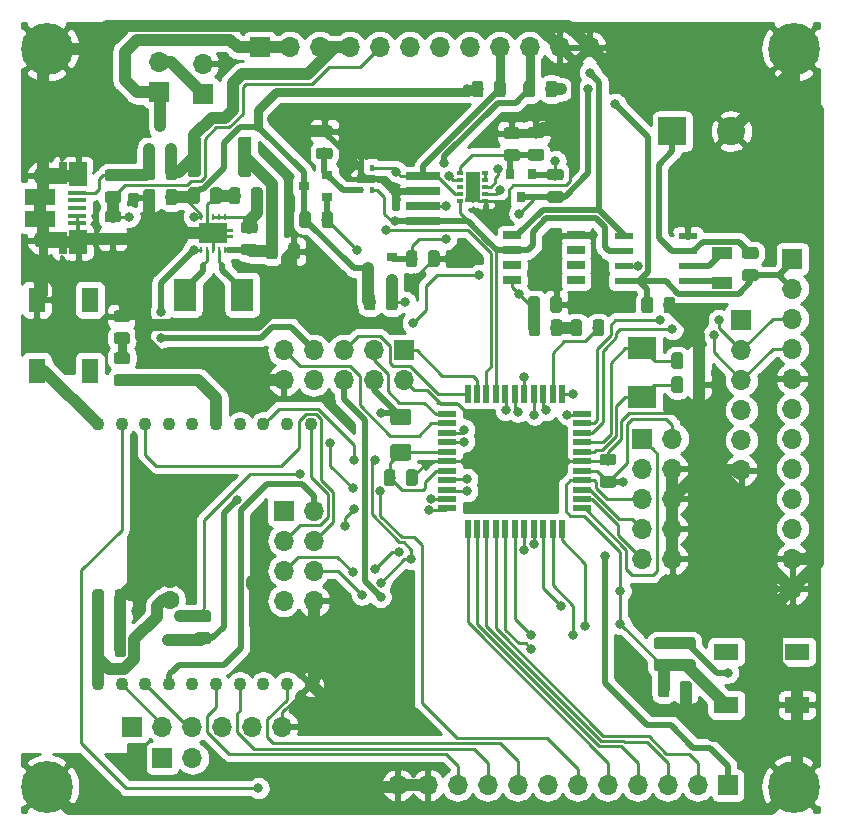
<source format=gtl>
G04 #@! TF.GenerationSoftware,KiCad,Pcbnew,(5.1.0)-1*
G04 #@! TF.CreationDate,2021-01-27T12:23:48+01:00*
G04 #@! TF.ProjectId,SmartSensor,536d6172-7453-4656-9e73-6f722e6b6963,rev?*
G04 #@! TF.SameCoordinates,Original*
G04 #@! TF.FileFunction,Copper,L1,Top*
G04 #@! TF.FilePolarity,Positive*
%FSLAX46Y46*%
G04 Gerber Fmt 4.6, Leading zero omitted, Abs format (unit mm)*
G04 Created by KiCad (PCBNEW (5.1.0)-1) date 2021-01-27 12:23:48*
%MOMM*%
%LPD*%
G04 APERTURE LIST*
%ADD10C,0.100000*%
%ADD11C,0.975000*%
%ADD12R,2.400000X2.400000*%
%ADD13C,2.400000*%
%ADD14C,1.125000*%
%ADD15R,3.000000X0.650000*%
%ADD16R,1.600000X0.700000*%
%ADD17R,0.400000X0.600000*%
%ADD18R,2.000000X1.350000*%
%ADD19R,0.700000X1.825000*%
%ADD20R,1.500000X2.000000*%
%ADD21R,1.650000X0.400000*%
%ADD22O,1.500000X1.100000*%
%ADD23O,1.700000X1.350000*%
%ADD24R,2.500000X1.430000*%
%ADD25R,1.700000X1.700000*%
%ADD26O,1.700000X1.700000*%
%ADD27R,1.903000X2.790000*%
%ADD28C,1.425000*%
%ADD29R,0.800000X0.900000*%
%ADD30R,0.900000X0.800000*%
%ADD31R,0.240000X0.600000*%
%ADD32C,1.650000*%
%ADD33C,0.500000*%
%ADD34C,0.300000*%
%ADD35R,1.000000X0.300000*%
%ADD36R,1.300000X2.200000*%
%ADD37R,0.600000X0.400000*%
%ADD38R,1.550000X0.600000*%
%ADD39R,1.500000X0.550000*%
%ADD40R,0.550000X1.500000*%
%ADD41R,1.800000X1.000000*%
%ADD42C,1.100000*%
%ADD43R,1.500000X0.650000*%
%ADD44R,2.400000X1.900000*%
%ADD45R,2.100000X1.400000*%
%ADD46R,1.400000X2.100000*%
%ADD47C,4.400000*%
%ADD48C,0.700000*%
%ADD49C,0.800000*%
%ADD50C,1.600000*%
%ADD51C,1.000000*%
%ADD52C,0.500000*%
%ADD53C,0.250000*%
%ADD54C,0.750000*%
%ADD55C,0.254000*%
G04 APERTURE END LIST*
D10*
G36*
X185560642Y-97853174D02*
G01*
X185584303Y-97856684D01*
X185607507Y-97862496D01*
X185630029Y-97870554D01*
X185651653Y-97880782D01*
X185672170Y-97893079D01*
X185691383Y-97907329D01*
X185709107Y-97923393D01*
X185725171Y-97941117D01*
X185739421Y-97960330D01*
X185751718Y-97980847D01*
X185761946Y-98002471D01*
X185770004Y-98024993D01*
X185775816Y-98048197D01*
X185779326Y-98071858D01*
X185780500Y-98095750D01*
X185780500Y-99008250D01*
X185779326Y-99032142D01*
X185775816Y-99055803D01*
X185770004Y-99079007D01*
X185761946Y-99101529D01*
X185751718Y-99123153D01*
X185739421Y-99143670D01*
X185725171Y-99162883D01*
X185709107Y-99180607D01*
X185691383Y-99196671D01*
X185672170Y-99210921D01*
X185651653Y-99223218D01*
X185630029Y-99233446D01*
X185607507Y-99241504D01*
X185584303Y-99247316D01*
X185560642Y-99250826D01*
X185536750Y-99252000D01*
X185049250Y-99252000D01*
X185025358Y-99250826D01*
X185001697Y-99247316D01*
X184978493Y-99241504D01*
X184955971Y-99233446D01*
X184934347Y-99223218D01*
X184913830Y-99210921D01*
X184894617Y-99196671D01*
X184876893Y-99180607D01*
X184860829Y-99162883D01*
X184846579Y-99143670D01*
X184834282Y-99123153D01*
X184824054Y-99101529D01*
X184815996Y-99079007D01*
X184810184Y-99055803D01*
X184806674Y-99032142D01*
X184805500Y-99008250D01*
X184805500Y-98095750D01*
X184806674Y-98071858D01*
X184810184Y-98048197D01*
X184815996Y-98024993D01*
X184824054Y-98002471D01*
X184834282Y-97980847D01*
X184846579Y-97960330D01*
X184860829Y-97941117D01*
X184876893Y-97923393D01*
X184894617Y-97907329D01*
X184913830Y-97893079D01*
X184934347Y-97880782D01*
X184955971Y-97870554D01*
X184978493Y-97862496D01*
X185001697Y-97856684D01*
X185025358Y-97853174D01*
X185049250Y-97852000D01*
X185536750Y-97852000D01*
X185560642Y-97853174D01*
X185560642Y-97853174D01*
G37*
D11*
X185293000Y-98552000D03*
D10*
G36*
X187435642Y-97853174D02*
G01*
X187459303Y-97856684D01*
X187482507Y-97862496D01*
X187505029Y-97870554D01*
X187526653Y-97880782D01*
X187547170Y-97893079D01*
X187566383Y-97907329D01*
X187584107Y-97923393D01*
X187600171Y-97941117D01*
X187614421Y-97960330D01*
X187626718Y-97980847D01*
X187636946Y-98002471D01*
X187645004Y-98024993D01*
X187650816Y-98048197D01*
X187654326Y-98071858D01*
X187655500Y-98095750D01*
X187655500Y-99008250D01*
X187654326Y-99032142D01*
X187650816Y-99055803D01*
X187645004Y-99079007D01*
X187636946Y-99101529D01*
X187626718Y-99123153D01*
X187614421Y-99143670D01*
X187600171Y-99162883D01*
X187584107Y-99180607D01*
X187566383Y-99196671D01*
X187547170Y-99210921D01*
X187526653Y-99223218D01*
X187505029Y-99233446D01*
X187482507Y-99241504D01*
X187459303Y-99247316D01*
X187435642Y-99250826D01*
X187411750Y-99252000D01*
X186924250Y-99252000D01*
X186900358Y-99250826D01*
X186876697Y-99247316D01*
X186853493Y-99241504D01*
X186830971Y-99233446D01*
X186809347Y-99223218D01*
X186788830Y-99210921D01*
X186769617Y-99196671D01*
X186751893Y-99180607D01*
X186735829Y-99162883D01*
X186721579Y-99143670D01*
X186709282Y-99123153D01*
X186699054Y-99101529D01*
X186690996Y-99079007D01*
X186685184Y-99055803D01*
X186681674Y-99032142D01*
X186680500Y-99008250D01*
X186680500Y-98095750D01*
X186681674Y-98071858D01*
X186685184Y-98048197D01*
X186690996Y-98024993D01*
X186699054Y-98002471D01*
X186709282Y-97980847D01*
X186721579Y-97960330D01*
X186735829Y-97941117D01*
X186751893Y-97923393D01*
X186769617Y-97907329D01*
X186788830Y-97893079D01*
X186809347Y-97880782D01*
X186830971Y-97870554D01*
X186853493Y-97862496D01*
X186876697Y-97856684D01*
X186900358Y-97853174D01*
X186924250Y-97852000D01*
X187411750Y-97852000D01*
X187435642Y-97853174D01*
X187435642Y-97853174D01*
G37*
D11*
X187168000Y-98552000D03*
D10*
G36*
X184290642Y-93154174D02*
G01*
X184314303Y-93157684D01*
X184337507Y-93163496D01*
X184360029Y-93171554D01*
X184381653Y-93181782D01*
X184402170Y-93194079D01*
X184421383Y-93208329D01*
X184439107Y-93224393D01*
X184455171Y-93242117D01*
X184469421Y-93261330D01*
X184481718Y-93281847D01*
X184491946Y-93303471D01*
X184500004Y-93325993D01*
X184505816Y-93349197D01*
X184509326Y-93372858D01*
X184510500Y-93396750D01*
X184510500Y-94309250D01*
X184509326Y-94333142D01*
X184505816Y-94356803D01*
X184500004Y-94380007D01*
X184491946Y-94402529D01*
X184481718Y-94424153D01*
X184469421Y-94444670D01*
X184455171Y-94463883D01*
X184439107Y-94481607D01*
X184421383Y-94497671D01*
X184402170Y-94511921D01*
X184381653Y-94524218D01*
X184360029Y-94534446D01*
X184337507Y-94542504D01*
X184314303Y-94548316D01*
X184290642Y-94551826D01*
X184266750Y-94553000D01*
X183779250Y-94553000D01*
X183755358Y-94551826D01*
X183731697Y-94548316D01*
X183708493Y-94542504D01*
X183685971Y-94534446D01*
X183664347Y-94524218D01*
X183643830Y-94511921D01*
X183624617Y-94497671D01*
X183606893Y-94481607D01*
X183590829Y-94463883D01*
X183576579Y-94444670D01*
X183564282Y-94424153D01*
X183554054Y-94402529D01*
X183545996Y-94380007D01*
X183540184Y-94356803D01*
X183536674Y-94333142D01*
X183535500Y-94309250D01*
X183535500Y-93396750D01*
X183536674Y-93372858D01*
X183540184Y-93349197D01*
X183545996Y-93325993D01*
X183554054Y-93303471D01*
X183564282Y-93281847D01*
X183576579Y-93261330D01*
X183590829Y-93242117D01*
X183606893Y-93224393D01*
X183624617Y-93208329D01*
X183643830Y-93194079D01*
X183664347Y-93181782D01*
X183685971Y-93171554D01*
X183708493Y-93163496D01*
X183731697Y-93157684D01*
X183755358Y-93154174D01*
X183779250Y-93153000D01*
X184266750Y-93153000D01*
X184290642Y-93154174D01*
X184290642Y-93154174D01*
G37*
D11*
X184023000Y-93853000D03*
D10*
G36*
X182415642Y-93154174D02*
G01*
X182439303Y-93157684D01*
X182462507Y-93163496D01*
X182485029Y-93171554D01*
X182506653Y-93181782D01*
X182527170Y-93194079D01*
X182546383Y-93208329D01*
X182564107Y-93224393D01*
X182580171Y-93242117D01*
X182594421Y-93261330D01*
X182606718Y-93281847D01*
X182616946Y-93303471D01*
X182625004Y-93325993D01*
X182630816Y-93349197D01*
X182634326Y-93372858D01*
X182635500Y-93396750D01*
X182635500Y-94309250D01*
X182634326Y-94333142D01*
X182630816Y-94356803D01*
X182625004Y-94380007D01*
X182616946Y-94402529D01*
X182606718Y-94424153D01*
X182594421Y-94444670D01*
X182580171Y-94463883D01*
X182564107Y-94481607D01*
X182546383Y-94497671D01*
X182527170Y-94511921D01*
X182506653Y-94524218D01*
X182485029Y-94534446D01*
X182462507Y-94542504D01*
X182439303Y-94548316D01*
X182415642Y-94551826D01*
X182391750Y-94553000D01*
X181904250Y-94553000D01*
X181880358Y-94551826D01*
X181856697Y-94548316D01*
X181833493Y-94542504D01*
X181810971Y-94534446D01*
X181789347Y-94524218D01*
X181768830Y-94511921D01*
X181749617Y-94497671D01*
X181731893Y-94481607D01*
X181715829Y-94463883D01*
X181701579Y-94444670D01*
X181689282Y-94424153D01*
X181679054Y-94402529D01*
X181670996Y-94380007D01*
X181665184Y-94356803D01*
X181661674Y-94333142D01*
X181660500Y-94309250D01*
X181660500Y-93396750D01*
X181661674Y-93372858D01*
X181665184Y-93349197D01*
X181670996Y-93325993D01*
X181679054Y-93303471D01*
X181689282Y-93281847D01*
X181701579Y-93261330D01*
X181715829Y-93242117D01*
X181731893Y-93224393D01*
X181749617Y-93208329D01*
X181768830Y-93194079D01*
X181789347Y-93181782D01*
X181810971Y-93171554D01*
X181833493Y-93163496D01*
X181856697Y-93157684D01*
X181880358Y-93154174D01*
X181904250Y-93153000D01*
X182391750Y-93153000D01*
X182415642Y-93154174D01*
X182415642Y-93154174D01*
G37*
D11*
X182148000Y-93853000D03*
D10*
G36*
X175176642Y-93281174D02*
G01*
X175200303Y-93284684D01*
X175223507Y-93290496D01*
X175246029Y-93298554D01*
X175267653Y-93308782D01*
X175288170Y-93321079D01*
X175307383Y-93335329D01*
X175325107Y-93351393D01*
X175341171Y-93369117D01*
X175355421Y-93388330D01*
X175367718Y-93408847D01*
X175377946Y-93430471D01*
X175386004Y-93452993D01*
X175391816Y-93476197D01*
X175395326Y-93499858D01*
X175396500Y-93523750D01*
X175396500Y-94436250D01*
X175395326Y-94460142D01*
X175391816Y-94483803D01*
X175386004Y-94507007D01*
X175377946Y-94529529D01*
X175367718Y-94551153D01*
X175355421Y-94571670D01*
X175341171Y-94590883D01*
X175325107Y-94608607D01*
X175307383Y-94624671D01*
X175288170Y-94638921D01*
X175267653Y-94651218D01*
X175246029Y-94661446D01*
X175223507Y-94669504D01*
X175200303Y-94675316D01*
X175176642Y-94678826D01*
X175152750Y-94680000D01*
X174665250Y-94680000D01*
X174641358Y-94678826D01*
X174617697Y-94675316D01*
X174594493Y-94669504D01*
X174571971Y-94661446D01*
X174550347Y-94651218D01*
X174529830Y-94638921D01*
X174510617Y-94624671D01*
X174492893Y-94608607D01*
X174476829Y-94590883D01*
X174462579Y-94571670D01*
X174450282Y-94551153D01*
X174440054Y-94529529D01*
X174431996Y-94507007D01*
X174426184Y-94483803D01*
X174422674Y-94460142D01*
X174421500Y-94436250D01*
X174421500Y-93523750D01*
X174422674Y-93499858D01*
X174426184Y-93476197D01*
X174431996Y-93452993D01*
X174440054Y-93430471D01*
X174450282Y-93408847D01*
X174462579Y-93388330D01*
X174476829Y-93369117D01*
X174492893Y-93351393D01*
X174510617Y-93335329D01*
X174529830Y-93321079D01*
X174550347Y-93308782D01*
X174571971Y-93298554D01*
X174594493Y-93290496D01*
X174617697Y-93284684D01*
X174641358Y-93281174D01*
X174665250Y-93280000D01*
X175152750Y-93280000D01*
X175176642Y-93281174D01*
X175176642Y-93281174D01*
G37*
D11*
X174909000Y-93980000D03*
D10*
G36*
X177051642Y-93281174D02*
G01*
X177075303Y-93284684D01*
X177098507Y-93290496D01*
X177121029Y-93298554D01*
X177142653Y-93308782D01*
X177163170Y-93321079D01*
X177182383Y-93335329D01*
X177200107Y-93351393D01*
X177216171Y-93369117D01*
X177230421Y-93388330D01*
X177242718Y-93408847D01*
X177252946Y-93430471D01*
X177261004Y-93452993D01*
X177266816Y-93476197D01*
X177270326Y-93499858D01*
X177271500Y-93523750D01*
X177271500Y-94436250D01*
X177270326Y-94460142D01*
X177266816Y-94483803D01*
X177261004Y-94507007D01*
X177252946Y-94529529D01*
X177242718Y-94551153D01*
X177230421Y-94571670D01*
X177216171Y-94590883D01*
X177200107Y-94608607D01*
X177182383Y-94624671D01*
X177163170Y-94638921D01*
X177142653Y-94651218D01*
X177121029Y-94661446D01*
X177098507Y-94669504D01*
X177075303Y-94675316D01*
X177051642Y-94678826D01*
X177027750Y-94680000D01*
X176540250Y-94680000D01*
X176516358Y-94678826D01*
X176492697Y-94675316D01*
X176469493Y-94669504D01*
X176446971Y-94661446D01*
X176425347Y-94651218D01*
X176404830Y-94638921D01*
X176385617Y-94624671D01*
X176367893Y-94608607D01*
X176351829Y-94590883D01*
X176337579Y-94571670D01*
X176325282Y-94551153D01*
X176315054Y-94529529D01*
X176306996Y-94507007D01*
X176301184Y-94483803D01*
X176297674Y-94460142D01*
X176296500Y-94436250D01*
X176296500Y-93523750D01*
X176297674Y-93499858D01*
X176301184Y-93476197D01*
X176306996Y-93452993D01*
X176315054Y-93430471D01*
X176325282Y-93408847D01*
X176337579Y-93388330D01*
X176351829Y-93369117D01*
X176367893Y-93351393D01*
X176385617Y-93335329D01*
X176404830Y-93321079D01*
X176425347Y-93308782D01*
X176446971Y-93298554D01*
X176469493Y-93290496D01*
X176492697Y-93284684D01*
X176516358Y-93281174D01*
X176540250Y-93280000D01*
X177027750Y-93280000D01*
X177051642Y-93281174D01*
X177051642Y-93281174D01*
G37*
D11*
X176784000Y-93980000D03*
D10*
G36*
X178956642Y-93154174D02*
G01*
X178980303Y-93157684D01*
X179003507Y-93163496D01*
X179026029Y-93171554D01*
X179047653Y-93181782D01*
X179068170Y-93194079D01*
X179087383Y-93208329D01*
X179105107Y-93224393D01*
X179121171Y-93242117D01*
X179135421Y-93261330D01*
X179147718Y-93281847D01*
X179157946Y-93303471D01*
X179166004Y-93325993D01*
X179171816Y-93349197D01*
X179175326Y-93372858D01*
X179176500Y-93396750D01*
X179176500Y-94309250D01*
X179175326Y-94333142D01*
X179171816Y-94356803D01*
X179166004Y-94380007D01*
X179157946Y-94402529D01*
X179147718Y-94424153D01*
X179135421Y-94444670D01*
X179121171Y-94463883D01*
X179105107Y-94481607D01*
X179087383Y-94497671D01*
X179068170Y-94511921D01*
X179047653Y-94524218D01*
X179026029Y-94534446D01*
X179003507Y-94542504D01*
X178980303Y-94548316D01*
X178956642Y-94551826D01*
X178932750Y-94553000D01*
X178445250Y-94553000D01*
X178421358Y-94551826D01*
X178397697Y-94548316D01*
X178374493Y-94542504D01*
X178351971Y-94534446D01*
X178330347Y-94524218D01*
X178309830Y-94511921D01*
X178290617Y-94497671D01*
X178272893Y-94481607D01*
X178256829Y-94463883D01*
X178242579Y-94444670D01*
X178230282Y-94424153D01*
X178220054Y-94402529D01*
X178211996Y-94380007D01*
X178206184Y-94356803D01*
X178202674Y-94333142D01*
X178201500Y-94309250D01*
X178201500Y-93396750D01*
X178202674Y-93372858D01*
X178206184Y-93349197D01*
X178211996Y-93325993D01*
X178220054Y-93303471D01*
X178230282Y-93281847D01*
X178242579Y-93261330D01*
X178256829Y-93242117D01*
X178272893Y-93224393D01*
X178290617Y-93208329D01*
X178309830Y-93194079D01*
X178330347Y-93181782D01*
X178351971Y-93171554D01*
X178374493Y-93163496D01*
X178397697Y-93157684D01*
X178421358Y-93154174D01*
X178445250Y-93153000D01*
X178932750Y-93153000D01*
X178956642Y-93154174D01*
X178956642Y-93154174D01*
G37*
D11*
X178689000Y-93853000D03*
D10*
G36*
X180831642Y-93154174D02*
G01*
X180855303Y-93157684D01*
X180878507Y-93163496D01*
X180901029Y-93171554D01*
X180922653Y-93181782D01*
X180943170Y-93194079D01*
X180962383Y-93208329D01*
X180980107Y-93224393D01*
X180996171Y-93242117D01*
X181010421Y-93261330D01*
X181022718Y-93281847D01*
X181032946Y-93303471D01*
X181041004Y-93325993D01*
X181046816Y-93349197D01*
X181050326Y-93372858D01*
X181051500Y-93396750D01*
X181051500Y-94309250D01*
X181050326Y-94333142D01*
X181046816Y-94356803D01*
X181041004Y-94380007D01*
X181032946Y-94402529D01*
X181022718Y-94424153D01*
X181010421Y-94444670D01*
X180996171Y-94463883D01*
X180980107Y-94481607D01*
X180962383Y-94497671D01*
X180943170Y-94511921D01*
X180922653Y-94524218D01*
X180901029Y-94534446D01*
X180878507Y-94542504D01*
X180855303Y-94548316D01*
X180831642Y-94551826D01*
X180807750Y-94553000D01*
X180320250Y-94553000D01*
X180296358Y-94551826D01*
X180272697Y-94548316D01*
X180249493Y-94542504D01*
X180226971Y-94534446D01*
X180205347Y-94524218D01*
X180184830Y-94511921D01*
X180165617Y-94497671D01*
X180147893Y-94481607D01*
X180131829Y-94463883D01*
X180117579Y-94444670D01*
X180105282Y-94424153D01*
X180095054Y-94402529D01*
X180086996Y-94380007D01*
X180081184Y-94356803D01*
X180077674Y-94333142D01*
X180076500Y-94309250D01*
X180076500Y-93396750D01*
X180077674Y-93372858D01*
X180081184Y-93349197D01*
X180086996Y-93325993D01*
X180095054Y-93303471D01*
X180105282Y-93281847D01*
X180117579Y-93261330D01*
X180131829Y-93242117D01*
X180147893Y-93224393D01*
X180165617Y-93208329D01*
X180184830Y-93194079D01*
X180205347Y-93181782D01*
X180226971Y-93171554D01*
X180249493Y-93163496D01*
X180272697Y-93157684D01*
X180296358Y-93154174D01*
X180320250Y-93153000D01*
X180807750Y-93153000D01*
X180831642Y-93154174D01*
X180831642Y-93154174D01*
G37*
D11*
X180564000Y-93853000D03*
D10*
G36*
X208125142Y-88032674D02*
G01*
X208148803Y-88036184D01*
X208172007Y-88041996D01*
X208194529Y-88050054D01*
X208216153Y-88060282D01*
X208236670Y-88072579D01*
X208255883Y-88086829D01*
X208273607Y-88102893D01*
X208289671Y-88120617D01*
X208303921Y-88139830D01*
X208316218Y-88160347D01*
X208326446Y-88181971D01*
X208334504Y-88204493D01*
X208340316Y-88227697D01*
X208343826Y-88251358D01*
X208345000Y-88275250D01*
X208345000Y-88762750D01*
X208343826Y-88786642D01*
X208340316Y-88810303D01*
X208334504Y-88833507D01*
X208326446Y-88856029D01*
X208316218Y-88877653D01*
X208303921Y-88898170D01*
X208289671Y-88917383D01*
X208273607Y-88935107D01*
X208255883Y-88951171D01*
X208236670Y-88965421D01*
X208216153Y-88977718D01*
X208194529Y-88987946D01*
X208172007Y-88996004D01*
X208148803Y-89001816D01*
X208125142Y-89005326D01*
X208101250Y-89006500D01*
X207188750Y-89006500D01*
X207164858Y-89005326D01*
X207141197Y-89001816D01*
X207117993Y-88996004D01*
X207095471Y-88987946D01*
X207073847Y-88977718D01*
X207053330Y-88965421D01*
X207034117Y-88951171D01*
X207016393Y-88935107D01*
X207000329Y-88917383D01*
X206986079Y-88898170D01*
X206973782Y-88877653D01*
X206963554Y-88856029D01*
X206955496Y-88833507D01*
X206949684Y-88810303D01*
X206946174Y-88786642D01*
X206945000Y-88762750D01*
X206945000Y-88275250D01*
X206946174Y-88251358D01*
X206949684Y-88227697D01*
X206955496Y-88204493D01*
X206963554Y-88181971D01*
X206973782Y-88160347D01*
X206986079Y-88139830D01*
X207000329Y-88120617D01*
X207016393Y-88102893D01*
X207034117Y-88086829D01*
X207053330Y-88072579D01*
X207073847Y-88060282D01*
X207095471Y-88050054D01*
X207117993Y-88041996D01*
X207141197Y-88036184D01*
X207164858Y-88032674D01*
X207188750Y-88031500D01*
X208101250Y-88031500D01*
X208125142Y-88032674D01*
X208125142Y-88032674D01*
G37*
D11*
X207645000Y-88519000D03*
D10*
G36*
X208125142Y-89907674D02*
G01*
X208148803Y-89911184D01*
X208172007Y-89916996D01*
X208194529Y-89925054D01*
X208216153Y-89935282D01*
X208236670Y-89947579D01*
X208255883Y-89961829D01*
X208273607Y-89977893D01*
X208289671Y-89995617D01*
X208303921Y-90014830D01*
X208316218Y-90035347D01*
X208326446Y-90056971D01*
X208334504Y-90079493D01*
X208340316Y-90102697D01*
X208343826Y-90126358D01*
X208345000Y-90150250D01*
X208345000Y-90637750D01*
X208343826Y-90661642D01*
X208340316Y-90685303D01*
X208334504Y-90708507D01*
X208326446Y-90731029D01*
X208316218Y-90752653D01*
X208303921Y-90773170D01*
X208289671Y-90792383D01*
X208273607Y-90810107D01*
X208255883Y-90826171D01*
X208236670Y-90840421D01*
X208216153Y-90852718D01*
X208194529Y-90862946D01*
X208172007Y-90871004D01*
X208148803Y-90876816D01*
X208125142Y-90880326D01*
X208101250Y-90881500D01*
X207188750Y-90881500D01*
X207164858Y-90880326D01*
X207141197Y-90876816D01*
X207117993Y-90871004D01*
X207095471Y-90862946D01*
X207073847Y-90852718D01*
X207053330Y-90840421D01*
X207034117Y-90826171D01*
X207016393Y-90810107D01*
X207000329Y-90792383D01*
X206986079Y-90773170D01*
X206973782Y-90752653D01*
X206963554Y-90731029D01*
X206955496Y-90708507D01*
X206949684Y-90685303D01*
X206946174Y-90661642D01*
X206945000Y-90637750D01*
X206945000Y-90150250D01*
X206946174Y-90126358D01*
X206949684Y-90102697D01*
X206955496Y-90079493D01*
X206963554Y-90056971D01*
X206973782Y-90035347D01*
X206986079Y-90014830D01*
X207000329Y-89995617D01*
X207016393Y-89977893D01*
X207034117Y-89961829D01*
X207053330Y-89947579D01*
X207073847Y-89935282D01*
X207095471Y-89925054D01*
X207117993Y-89916996D01*
X207141197Y-89911184D01*
X207164858Y-89907674D01*
X207188750Y-89906500D01*
X208101250Y-89906500D01*
X208125142Y-89907674D01*
X208125142Y-89907674D01*
G37*
D11*
X207645000Y-90394000D03*
D10*
G36*
X206093142Y-89937674D02*
G01*
X206116803Y-89941184D01*
X206140007Y-89946996D01*
X206162529Y-89955054D01*
X206184153Y-89965282D01*
X206204670Y-89977579D01*
X206223883Y-89991829D01*
X206241607Y-90007893D01*
X206257671Y-90025617D01*
X206271921Y-90044830D01*
X206284218Y-90065347D01*
X206294446Y-90086971D01*
X206302504Y-90109493D01*
X206308316Y-90132697D01*
X206311826Y-90156358D01*
X206313000Y-90180250D01*
X206313000Y-90667750D01*
X206311826Y-90691642D01*
X206308316Y-90715303D01*
X206302504Y-90738507D01*
X206294446Y-90761029D01*
X206284218Y-90782653D01*
X206271921Y-90803170D01*
X206257671Y-90822383D01*
X206241607Y-90840107D01*
X206223883Y-90856171D01*
X206204670Y-90870421D01*
X206184153Y-90882718D01*
X206162529Y-90892946D01*
X206140007Y-90901004D01*
X206116803Y-90906816D01*
X206093142Y-90910326D01*
X206069250Y-90911500D01*
X205156750Y-90911500D01*
X205132858Y-90910326D01*
X205109197Y-90906816D01*
X205085993Y-90901004D01*
X205063471Y-90892946D01*
X205041847Y-90882718D01*
X205021330Y-90870421D01*
X205002117Y-90856171D01*
X204984393Y-90840107D01*
X204968329Y-90822383D01*
X204954079Y-90803170D01*
X204941782Y-90782653D01*
X204931554Y-90761029D01*
X204923496Y-90738507D01*
X204917684Y-90715303D01*
X204914174Y-90691642D01*
X204913000Y-90667750D01*
X204913000Y-90180250D01*
X204914174Y-90156358D01*
X204917684Y-90132697D01*
X204923496Y-90109493D01*
X204931554Y-90086971D01*
X204941782Y-90065347D01*
X204954079Y-90044830D01*
X204968329Y-90025617D01*
X204984393Y-90007893D01*
X205002117Y-89991829D01*
X205021330Y-89977579D01*
X205041847Y-89965282D01*
X205063471Y-89955054D01*
X205085993Y-89946996D01*
X205109197Y-89941184D01*
X205132858Y-89937674D01*
X205156750Y-89936500D01*
X206069250Y-89936500D01*
X206093142Y-89937674D01*
X206093142Y-89937674D01*
G37*
D11*
X205613000Y-90424000D03*
D10*
G36*
X206093142Y-88062674D02*
G01*
X206116803Y-88066184D01*
X206140007Y-88071996D01*
X206162529Y-88080054D01*
X206184153Y-88090282D01*
X206204670Y-88102579D01*
X206223883Y-88116829D01*
X206241607Y-88132893D01*
X206257671Y-88150617D01*
X206271921Y-88169830D01*
X206284218Y-88190347D01*
X206294446Y-88211971D01*
X206302504Y-88234493D01*
X206308316Y-88257697D01*
X206311826Y-88281358D01*
X206313000Y-88305250D01*
X206313000Y-88792750D01*
X206311826Y-88816642D01*
X206308316Y-88840303D01*
X206302504Y-88863507D01*
X206294446Y-88886029D01*
X206284218Y-88907653D01*
X206271921Y-88928170D01*
X206257671Y-88947383D01*
X206241607Y-88965107D01*
X206223883Y-88981171D01*
X206204670Y-88995421D01*
X206184153Y-89007718D01*
X206162529Y-89017946D01*
X206140007Y-89026004D01*
X206116803Y-89031816D01*
X206093142Y-89035326D01*
X206069250Y-89036500D01*
X205156750Y-89036500D01*
X205132858Y-89035326D01*
X205109197Y-89031816D01*
X205085993Y-89026004D01*
X205063471Y-89017946D01*
X205041847Y-89007718D01*
X205021330Y-88995421D01*
X205002117Y-88981171D01*
X204984393Y-88965107D01*
X204968329Y-88947383D01*
X204954079Y-88928170D01*
X204941782Y-88907653D01*
X204931554Y-88886029D01*
X204923496Y-88863507D01*
X204917684Y-88840303D01*
X204914174Y-88816642D01*
X204913000Y-88792750D01*
X204913000Y-88305250D01*
X204914174Y-88281358D01*
X204917684Y-88257697D01*
X204923496Y-88234493D01*
X204931554Y-88211971D01*
X204941782Y-88190347D01*
X204954079Y-88169830D01*
X204968329Y-88150617D01*
X204984393Y-88132893D01*
X205002117Y-88116829D01*
X205021330Y-88102579D01*
X205041847Y-88090282D01*
X205063471Y-88080054D01*
X205085993Y-88071996D01*
X205109197Y-88066184D01*
X205132858Y-88062674D01*
X205156750Y-88061500D01*
X206069250Y-88061500D01*
X206093142Y-88062674D01*
X206093142Y-88062674D01*
G37*
D11*
X205613000Y-88549000D03*
D10*
G36*
X199276642Y-98488174D02*
G01*
X199300303Y-98491684D01*
X199323507Y-98497496D01*
X199346029Y-98505554D01*
X199367653Y-98515782D01*
X199388170Y-98528079D01*
X199407383Y-98542329D01*
X199425107Y-98558393D01*
X199441171Y-98576117D01*
X199455421Y-98595330D01*
X199467718Y-98615847D01*
X199477946Y-98637471D01*
X199486004Y-98659993D01*
X199491816Y-98683197D01*
X199495326Y-98706858D01*
X199496500Y-98730750D01*
X199496500Y-99643250D01*
X199495326Y-99667142D01*
X199491816Y-99690803D01*
X199486004Y-99714007D01*
X199477946Y-99736529D01*
X199467718Y-99758153D01*
X199455421Y-99778670D01*
X199441171Y-99797883D01*
X199425107Y-99815607D01*
X199407383Y-99831671D01*
X199388170Y-99845921D01*
X199367653Y-99858218D01*
X199346029Y-99868446D01*
X199323507Y-99876504D01*
X199300303Y-99882316D01*
X199276642Y-99885826D01*
X199252750Y-99887000D01*
X198765250Y-99887000D01*
X198741358Y-99885826D01*
X198717697Y-99882316D01*
X198694493Y-99876504D01*
X198671971Y-99868446D01*
X198650347Y-99858218D01*
X198629830Y-99845921D01*
X198610617Y-99831671D01*
X198592893Y-99815607D01*
X198576829Y-99797883D01*
X198562579Y-99778670D01*
X198550282Y-99758153D01*
X198540054Y-99736529D01*
X198531996Y-99714007D01*
X198526184Y-99690803D01*
X198522674Y-99667142D01*
X198521500Y-99643250D01*
X198521500Y-98730750D01*
X198522674Y-98706858D01*
X198526184Y-98683197D01*
X198531996Y-98659993D01*
X198540054Y-98637471D01*
X198550282Y-98615847D01*
X198562579Y-98595330D01*
X198576829Y-98576117D01*
X198592893Y-98558393D01*
X198610617Y-98542329D01*
X198629830Y-98528079D01*
X198650347Y-98515782D01*
X198671971Y-98505554D01*
X198694493Y-98497496D01*
X198717697Y-98491684D01*
X198741358Y-98488174D01*
X198765250Y-98487000D01*
X199252750Y-98487000D01*
X199276642Y-98488174D01*
X199276642Y-98488174D01*
G37*
D11*
X199009000Y-99187000D03*
D10*
G36*
X197401642Y-98488174D02*
G01*
X197425303Y-98491684D01*
X197448507Y-98497496D01*
X197471029Y-98505554D01*
X197492653Y-98515782D01*
X197513170Y-98528079D01*
X197532383Y-98542329D01*
X197550107Y-98558393D01*
X197566171Y-98576117D01*
X197580421Y-98595330D01*
X197592718Y-98615847D01*
X197602946Y-98637471D01*
X197611004Y-98659993D01*
X197616816Y-98683197D01*
X197620326Y-98706858D01*
X197621500Y-98730750D01*
X197621500Y-99643250D01*
X197620326Y-99667142D01*
X197616816Y-99690803D01*
X197611004Y-99714007D01*
X197602946Y-99736529D01*
X197592718Y-99758153D01*
X197580421Y-99778670D01*
X197566171Y-99797883D01*
X197550107Y-99815607D01*
X197532383Y-99831671D01*
X197513170Y-99845921D01*
X197492653Y-99858218D01*
X197471029Y-99868446D01*
X197448507Y-99876504D01*
X197425303Y-99882316D01*
X197401642Y-99885826D01*
X197377750Y-99887000D01*
X196890250Y-99887000D01*
X196866358Y-99885826D01*
X196842697Y-99882316D01*
X196819493Y-99876504D01*
X196796971Y-99868446D01*
X196775347Y-99858218D01*
X196754830Y-99845921D01*
X196735617Y-99831671D01*
X196717893Y-99815607D01*
X196701829Y-99797883D01*
X196687579Y-99778670D01*
X196675282Y-99758153D01*
X196665054Y-99736529D01*
X196656996Y-99714007D01*
X196651184Y-99690803D01*
X196647674Y-99667142D01*
X196646500Y-99643250D01*
X196646500Y-98730750D01*
X196647674Y-98706858D01*
X196651184Y-98683197D01*
X196656996Y-98659993D01*
X196665054Y-98637471D01*
X196675282Y-98615847D01*
X196687579Y-98595330D01*
X196701829Y-98576117D01*
X196717893Y-98558393D01*
X196735617Y-98542329D01*
X196754830Y-98528079D01*
X196775347Y-98515782D01*
X196796971Y-98505554D01*
X196819493Y-98497496D01*
X196842697Y-98491684D01*
X196866358Y-98488174D01*
X196890250Y-98487000D01*
X197377750Y-98487000D01*
X197401642Y-98488174D01*
X197401642Y-98488174D01*
G37*
D11*
X197134000Y-99187000D03*
D10*
G36*
X190218142Y-87905674D02*
G01*
X190241803Y-87909184D01*
X190265007Y-87914996D01*
X190287529Y-87923054D01*
X190309153Y-87933282D01*
X190329670Y-87945579D01*
X190348883Y-87959829D01*
X190366607Y-87975893D01*
X190382671Y-87993617D01*
X190396921Y-88012830D01*
X190409218Y-88033347D01*
X190419446Y-88054971D01*
X190427504Y-88077493D01*
X190433316Y-88100697D01*
X190436826Y-88124358D01*
X190438000Y-88148250D01*
X190438000Y-88635750D01*
X190436826Y-88659642D01*
X190433316Y-88683303D01*
X190427504Y-88706507D01*
X190419446Y-88729029D01*
X190409218Y-88750653D01*
X190396921Y-88771170D01*
X190382671Y-88790383D01*
X190366607Y-88808107D01*
X190348883Y-88824171D01*
X190329670Y-88838421D01*
X190309153Y-88850718D01*
X190287529Y-88860946D01*
X190265007Y-88869004D01*
X190241803Y-88874816D01*
X190218142Y-88878326D01*
X190194250Y-88879500D01*
X189281750Y-88879500D01*
X189257858Y-88878326D01*
X189234197Y-88874816D01*
X189210993Y-88869004D01*
X189188471Y-88860946D01*
X189166847Y-88850718D01*
X189146330Y-88838421D01*
X189127117Y-88824171D01*
X189109393Y-88808107D01*
X189093329Y-88790383D01*
X189079079Y-88771170D01*
X189066782Y-88750653D01*
X189056554Y-88729029D01*
X189048496Y-88706507D01*
X189042684Y-88683303D01*
X189039174Y-88659642D01*
X189038000Y-88635750D01*
X189038000Y-88148250D01*
X189039174Y-88124358D01*
X189042684Y-88100697D01*
X189048496Y-88077493D01*
X189056554Y-88054971D01*
X189066782Y-88033347D01*
X189079079Y-88012830D01*
X189093329Y-87993617D01*
X189109393Y-87975893D01*
X189127117Y-87959829D01*
X189146330Y-87945579D01*
X189166847Y-87933282D01*
X189188471Y-87923054D01*
X189210993Y-87914996D01*
X189234197Y-87909184D01*
X189257858Y-87905674D01*
X189281750Y-87904500D01*
X190194250Y-87904500D01*
X190218142Y-87905674D01*
X190218142Y-87905674D01*
G37*
D11*
X189738000Y-88392000D03*
D10*
G36*
X190218142Y-89780674D02*
G01*
X190241803Y-89784184D01*
X190265007Y-89789996D01*
X190287529Y-89798054D01*
X190309153Y-89808282D01*
X190329670Y-89820579D01*
X190348883Y-89834829D01*
X190366607Y-89850893D01*
X190382671Y-89868617D01*
X190396921Y-89887830D01*
X190409218Y-89908347D01*
X190419446Y-89929971D01*
X190427504Y-89952493D01*
X190433316Y-89975697D01*
X190436826Y-89999358D01*
X190438000Y-90023250D01*
X190438000Y-90510750D01*
X190436826Y-90534642D01*
X190433316Y-90558303D01*
X190427504Y-90581507D01*
X190419446Y-90604029D01*
X190409218Y-90625653D01*
X190396921Y-90646170D01*
X190382671Y-90665383D01*
X190366607Y-90683107D01*
X190348883Y-90699171D01*
X190329670Y-90713421D01*
X190309153Y-90725718D01*
X190287529Y-90735946D01*
X190265007Y-90744004D01*
X190241803Y-90749816D01*
X190218142Y-90753326D01*
X190194250Y-90754500D01*
X189281750Y-90754500D01*
X189257858Y-90753326D01*
X189234197Y-90749816D01*
X189210993Y-90744004D01*
X189188471Y-90735946D01*
X189166847Y-90725718D01*
X189146330Y-90713421D01*
X189127117Y-90699171D01*
X189109393Y-90683107D01*
X189093329Y-90665383D01*
X189079079Y-90646170D01*
X189066782Y-90625653D01*
X189056554Y-90604029D01*
X189048496Y-90581507D01*
X189042684Y-90558303D01*
X189039174Y-90534642D01*
X189038000Y-90510750D01*
X189038000Y-90023250D01*
X189039174Y-89999358D01*
X189042684Y-89975697D01*
X189048496Y-89952493D01*
X189056554Y-89929971D01*
X189066782Y-89908347D01*
X189079079Y-89887830D01*
X189093329Y-89868617D01*
X189109393Y-89850893D01*
X189127117Y-89834829D01*
X189146330Y-89820579D01*
X189166847Y-89808282D01*
X189188471Y-89798054D01*
X189210993Y-89789996D01*
X189234197Y-89784184D01*
X189257858Y-89780674D01*
X189281750Y-89779500D01*
X190194250Y-89779500D01*
X190218142Y-89780674D01*
X190218142Y-89780674D01*
G37*
D11*
X189738000Y-90267000D03*
D10*
G36*
X221755642Y-107124174D02*
G01*
X221779303Y-107127684D01*
X221802507Y-107133496D01*
X221825029Y-107141554D01*
X221846653Y-107151782D01*
X221867170Y-107164079D01*
X221886383Y-107178329D01*
X221904107Y-107194393D01*
X221920171Y-107212117D01*
X221934421Y-107231330D01*
X221946718Y-107251847D01*
X221956946Y-107273471D01*
X221965004Y-107295993D01*
X221970816Y-107319197D01*
X221974326Y-107342858D01*
X221975500Y-107366750D01*
X221975500Y-108279250D01*
X221974326Y-108303142D01*
X221970816Y-108326803D01*
X221965004Y-108350007D01*
X221956946Y-108372529D01*
X221946718Y-108394153D01*
X221934421Y-108414670D01*
X221920171Y-108433883D01*
X221904107Y-108451607D01*
X221886383Y-108467671D01*
X221867170Y-108481921D01*
X221846653Y-108494218D01*
X221825029Y-108504446D01*
X221802507Y-108512504D01*
X221779303Y-108518316D01*
X221755642Y-108521826D01*
X221731750Y-108523000D01*
X221244250Y-108523000D01*
X221220358Y-108521826D01*
X221196697Y-108518316D01*
X221173493Y-108512504D01*
X221150971Y-108504446D01*
X221129347Y-108494218D01*
X221108830Y-108481921D01*
X221089617Y-108467671D01*
X221071893Y-108451607D01*
X221055829Y-108433883D01*
X221041579Y-108414670D01*
X221029282Y-108394153D01*
X221019054Y-108372529D01*
X221010996Y-108350007D01*
X221005184Y-108326803D01*
X221001674Y-108303142D01*
X221000500Y-108279250D01*
X221000500Y-107366750D01*
X221001674Y-107342858D01*
X221005184Y-107319197D01*
X221010996Y-107295993D01*
X221019054Y-107273471D01*
X221029282Y-107251847D01*
X221041579Y-107231330D01*
X221055829Y-107212117D01*
X221071893Y-107194393D01*
X221089617Y-107178329D01*
X221108830Y-107164079D01*
X221129347Y-107151782D01*
X221150971Y-107141554D01*
X221173493Y-107133496D01*
X221196697Y-107127684D01*
X221220358Y-107124174D01*
X221244250Y-107123000D01*
X221731750Y-107123000D01*
X221755642Y-107124174D01*
X221755642Y-107124174D01*
G37*
D11*
X221488000Y-107823000D03*
D10*
G36*
X219880642Y-107124174D02*
G01*
X219904303Y-107127684D01*
X219927507Y-107133496D01*
X219950029Y-107141554D01*
X219971653Y-107151782D01*
X219992170Y-107164079D01*
X220011383Y-107178329D01*
X220029107Y-107194393D01*
X220045171Y-107212117D01*
X220059421Y-107231330D01*
X220071718Y-107251847D01*
X220081946Y-107273471D01*
X220090004Y-107295993D01*
X220095816Y-107319197D01*
X220099326Y-107342858D01*
X220100500Y-107366750D01*
X220100500Y-108279250D01*
X220099326Y-108303142D01*
X220095816Y-108326803D01*
X220090004Y-108350007D01*
X220081946Y-108372529D01*
X220071718Y-108394153D01*
X220059421Y-108414670D01*
X220045171Y-108433883D01*
X220029107Y-108451607D01*
X220011383Y-108467671D01*
X219992170Y-108481921D01*
X219971653Y-108494218D01*
X219950029Y-108504446D01*
X219927507Y-108512504D01*
X219904303Y-108518316D01*
X219880642Y-108521826D01*
X219856750Y-108523000D01*
X219369250Y-108523000D01*
X219345358Y-108521826D01*
X219321697Y-108518316D01*
X219298493Y-108512504D01*
X219275971Y-108504446D01*
X219254347Y-108494218D01*
X219233830Y-108481921D01*
X219214617Y-108467671D01*
X219196893Y-108451607D01*
X219180829Y-108433883D01*
X219166579Y-108414670D01*
X219154282Y-108394153D01*
X219144054Y-108372529D01*
X219135996Y-108350007D01*
X219130184Y-108326803D01*
X219126674Y-108303142D01*
X219125500Y-108279250D01*
X219125500Y-107366750D01*
X219126674Y-107342858D01*
X219130184Y-107319197D01*
X219135996Y-107295993D01*
X219144054Y-107273471D01*
X219154282Y-107251847D01*
X219166579Y-107231330D01*
X219180829Y-107212117D01*
X219196893Y-107194393D01*
X219214617Y-107178329D01*
X219233830Y-107164079D01*
X219254347Y-107151782D01*
X219275971Y-107141554D01*
X219298493Y-107133496D01*
X219321697Y-107127684D01*
X219345358Y-107124174D01*
X219369250Y-107123000D01*
X219856750Y-107123000D01*
X219880642Y-107124174D01*
X219880642Y-107124174D01*
G37*
D11*
X219613000Y-107823000D03*
D10*
G36*
X218737642Y-134937174D02*
G01*
X218761303Y-134940684D01*
X218784507Y-134946496D01*
X218807029Y-134954554D01*
X218828653Y-134964782D01*
X218849170Y-134977079D01*
X218868383Y-134991329D01*
X218886107Y-135007393D01*
X218902171Y-135025117D01*
X218916421Y-135044330D01*
X218928718Y-135064847D01*
X218938946Y-135086471D01*
X218947004Y-135108993D01*
X218952816Y-135132197D01*
X218956326Y-135155858D01*
X218957500Y-135179750D01*
X218957500Y-136092250D01*
X218956326Y-136116142D01*
X218952816Y-136139803D01*
X218947004Y-136163007D01*
X218938946Y-136185529D01*
X218928718Y-136207153D01*
X218916421Y-136227670D01*
X218902171Y-136246883D01*
X218886107Y-136264607D01*
X218868383Y-136280671D01*
X218849170Y-136294921D01*
X218828653Y-136307218D01*
X218807029Y-136317446D01*
X218784507Y-136325504D01*
X218761303Y-136331316D01*
X218737642Y-136334826D01*
X218713750Y-136336000D01*
X218226250Y-136336000D01*
X218202358Y-136334826D01*
X218178697Y-136331316D01*
X218155493Y-136325504D01*
X218132971Y-136317446D01*
X218111347Y-136307218D01*
X218090830Y-136294921D01*
X218071617Y-136280671D01*
X218053893Y-136264607D01*
X218037829Y-136246883D01*
X218023579Y-136227670D01*
X218011282Y-136207153D01*
X218001054Y-136185529D01*
X217992996Y-136163007D01*
X217987184Y-136139803D01*
X217983674Y-136116142D01*
X217982500Y-136092250D01*
X217982500Y-135179750D01*
X217983674Y-135155858D01*
X217987184Y-135132197D01*
X217992996Y-135108993D01*
X218001054Y-135086471D01*
X218011282Y-135064847D01*
X218023579Y-135044330D01*
X218037829Y-135025117D01*
X218053893Y-135007393D01*
X218071617Y-134991329D01*
X218090830Y-134977079D01*
X218111347Y-134964782D01*
X218132971Y-134954554D01*
X218155493Y-134946496D01*
X218178697Y-134940684D01*
X218202358Y-134937174D01*
X218226250Y-134936000D01*
X218713750Y-134936000D01*
X218737642Y-134937174D01*
X218737642Y-134937174D01*
G37*
D11*
X218470000Y-135636000D03*
D10*
G36*
X220612642Y-134937174D02*
G01*
X220636303Y-134940684D01*
X220659507Y-134946496D01*
X220682029Y-134954554D01*
X220703653Y-134964782D01*
X220724170Y-134977079D01*
X220743383Y-134991329D01*
X220761107Y-135007393D01*
X220777171Y-135025117D01*
X220791421Y-135044330D01*
X220803718Y-135064847D01*
X220813946Y-135086471D01*
X220822004Y-135108993D01*
X220827816Y-135132197D01*
X220831326Y-135155858D01*
X220832500Y-135179750D01*
X220832500Y-136092250D01*
X220831326Y-136116142D01*
X220827816Y-136139803D01*
X220822004Y-136163007D01*
X220813946Y-136185529D01*
X220803718Y-136207153D01*
X220791421Y-136227670D01*
X220777171Y-136246883D01*
X220761107Y-136264607D01*
X220743383Y-136280671D01*
X220724170Y-136294921D01*
X220703653Y-136307218D01*
X220682029Y-136317446D01*
X220659507Y-136325504D01*
X220636303Y-136331316D01*
X220612642Y-136334826D01*
X220588750Y-136336000D01*
X220101250Y-136336000D01*
X220077358Y-136334826D01*
X220053697Y-136331316D01*
X220030493Y-136325504D01*
X220007971Y-136317446D01*
X219986347Y-136307218D01*
X219965830Y-136294921D01*
X219946617Y-136280671D01*
X219928893Y-136264607D01*
X219912829Y-136246883D01*
X219898579Y-136227670D01*
X219886282Y-136207153D01*
X219876054Y-136185529D01*
X219867996Y-136163007D01*
X219862184Y-136139803D01*
X219858674Y-136116142D01*
X219857500Y-136092250D01*
X219857500Y-135179750D01*
X219858674Y-135155858D01*
X219862184Y-135132197D01*
X219867996Y-135108993D01*
X219876054Y-135086471D01*
X219886282Y-135064847D01*
X219898579Y-135044330D01*
X219912829Y-135025117D01*
X219928893Y-135007393D01*
X219946617Y-134991329D01*
X219965830Y-134977079D01*
X219986347Y-134964782D01*
X220007971Y-134954554D01*
X220030493Y-134946496D01*
X220053697Y-134940684D01*
X220077358Y-134937174D01*
X220101250Y-134936000D01*
X220588750Y-134936000D01*
X220612642Y-134937174D01*
X220612642Y-134937174D01*
G37*
D11*
X220345000Y-135636000D03*
D10*
G36*
X219880642Y-109156174D02*
G01*
X219904303Y-109159684D01*
X219927507Y-109165496D01*
X219950029Y-109173554D01*
X219971653Y-109183782D01*
X219992170Y-109196079D01*
X220011383Y-109210329D01*
X220029107Y-109226393D01*
X220045171Y-109244117D01*
X220059421Y-109263330D01*
X220071718Y-109283847D01*
X220081946Y-109305471D01*
X220090004Y-109327993D01*
X220095816Y-109351197D01*
X220099326Y-109374858D01*
X220100500Y-109398750D01*
X220100500Y-110311250D01*
X220099326Y-110335142D01*
X220095816Y-110358803D01*
X220090004Y-110382007D01*
X220081946Y-110404529D01*
X220071718Y-110426153D01*
X220059421Y-110446670D01*
X220045171Y-110465883D01*
X220029107Y-110483607D01*
X220011383Y-110499671D01*
X219992170Y-110513921D01*
X219971653Y-110526218D01*
X219950029Y-110536446D01*
X219927507Y-110544504D01*
X219904303Y-110550316D01*
X219880642Y-110553826D01*
X219856750Y-110555000D01*
X219369250Y-110555000D01*
X219345358Y-110553826D01*
X219321697Y-110550316D01*
X219298493Y-110544504D01*
X219275971Y-110536446D01*
X219254347Y-110526218D01*
X219233830Y-110513921D01*
X219214617Y-110499671D01*
X219196893Y-110483607D01*
X219180829Y-110465883D01*
X219166579Y-110446670D01*
X219154282Y-110426153D01*
X219144054Y-110404529D01*
X219135996Y-110382007D01*
X219130184Y-110358803D01*
X219126674Y-110335142D01*
X219125500Y-110311250D01*
X219125500Y-109398750D01*
X219126674Y-109374858D01*
X219130184Y-109351197D01*
X219135996Y-109327993D01*
X219144054Y-109305471D01*
X219154282Y-109283847D01*
X219166579Y-109263330D01*
X219180829Y-109244117D01*
X219196893Y-109226393D01*
X219214617Y-109210329D01*
X219233830Y-109196079D01*
X219254347Y-109183782D01*
X219275971Y-109173554D01*
X219298493Y-109165496D01*
X219321697Y-109159684D01*
X219345358Y-109156174D01*
X219369250Y-109155000D01*
X219856750Y-109155000D01*
X219880642Y-109156174D01*
X219880642Y-109156174D01*
G37*
D11*
X219613000Y-109855000D03*
D10*
G36*
X221755642Y-109156174D02*
G01*
X221779303Y-109159684D01*
X221802507Y-109165496D01*
X221825029Y-109173554D01*
X221846653Y-109183782D01*
X221867170Y-109196079D01*
X221886383Y-109210329D01*
X221904107Y-109226393D01*
X221920171Y-109244117D01*
X221934421Y-109263330D01*
X221946718Y-109283847D01*
X221956946Y-109305471D01*
X221965004Y-109327993D01*
X221970816Y-109351197D01*
X221974326Y-109374858D01*
X221975500Y-109398750D01*
X221975500Y-110311250D01*
X221974326Y-110335142D01*
X221970816Y-110358803D01*
X221965004Y-110382007D01*
X221956946Y-110404529D01*
X221946718Y-110426153D01*
X221934421Y-110446670D01*
X221920171Y-110465883D01*
X221904107Y-110483607D01*
X221886383Y-110499671D01*
X221867170Y-110513921D01*
X221846653Y-110526218D01*
X221825029Y-110536446D01*
X221802507Y-110544504D01*
X221779303Y-110550316D01*
X221755642Y-110553826D01*
X221731750Y-110555000D01*
X221244250Y-110555000D01*
X221220358Y-110553826D01*
X221196697Y-110550316D01*
X221173493Y-110544504D01*
X221150971Y-110536446D01*
X221129347Y-110526218D01*
X221108830Y-110513921D01*
X221089617Y-110499671D01*
X221071893Y-110483607D01*
X221055829Y-110465883D01*
X221041579Y-110446670D01*
X221029282Y-110426153D01*
X221019054Y-110404529D01*
X221010996Y-110382007D01*
X221005184Y-110358803D01*
X221001674Y-110335142D01*
X221000500Y-110311250D01*
X221000500Y-109398750D01*
X221001674Y-109374858D01*
X221005184Y-109351197D01*
X221010996Y-109327993D01*
X221019054Y-109305471D01*
X221029282Y-109283847D01*
X221041579Y-109263330D01*
X221055829Y-109244117D01*
X221071893Y-109226393D01*
X221089617Y-109210329D01*
X221108830Y-109196079D01*
X221129347Y-109183782D01*
X221150971Y-109173554D01*
X221173493Y-109165496D01*
X221196697Y-109159684D01*
X221220358Y-109156174D01*
X221244250Y-109155000D01*
X221731750Y-109155000D01*
X221755642Y-109156174D01*
X221755642Y-109156174D01*
G37*
D11*
X221488000Y-109855000D03*
D10*
G36*
X214221142Y-117593674D02*
G01*
X214244803Y-117597184D01*
X214268007Y-117602996D01*
X214290529Y-117611054D01*
X214312153Y-117621282D01*
X214332670Y-117633579D01*
X214351883Y-117647829D01*
X214369607Y-117663893D01*
X214385671Y-117681617D01*
X214399921Y-117700830D01*
X214412218Y-117721347D01*
X214422446Y-117742971D01*
X214430504Y-117765493D01*
X214436316Y-117788697D01*
X214439826Y-117812358D01*
X214441000Y-117836250D01*
X214441000Y-118323750D01*
X214439826Y-118347642D01*
X214436316Y-118371303D01*
X214430504Y-118394507D01*
X214422446Y-118417029D01*
X214412218Y-118438653D01*
X214399921Y-118459170D01*
X214385671Y-118478383D01*
X214369607Y-118496107D01*
X214351883Y-118512171D01*
X214332670Y-118526421D01*
X214312153Y-118538718D01*
X214290529Y-118548946D01*
X214268007Y-118557004D01*
X214244803Y-118562816D01*
X214221142Y-118566326D01*
X214197250Y-118567500D01*
X213284750Y-118567500D01*
X213260858Y-118566326D01*
X213237197Y-118562816D01*
X213213993Y-118557004D01*
X213191471Y-118548946D01*
X213169847Y-118538718D01*
X213149330Y-118526421D01*
X213130117Y-118512171D01*
X213112393Y-118496107D01*
X213096329Y-118478383D01*
X213082079Y-118459170D01*
X213069782Y-118438653D01*
X213059554Y-118417029D01*
X213051496Y-118394507D01*
X213045684Y-118371303D01*
X213042174Y-118347642D01*
X213041000Y-118323750D01*
X213041000Y-117836250D01*
X213042174Y-117812358D01*
X213045684Y-117788697D01*
X213051496Y-117765493D01*
X213059554Y-117742971D01*
X213069782Y-117721347D01*
X213082079Y-117700830D01*
X213096329Y-117681617D01*
X213112393Y-117663893D01*
X213130117Y-117647829D01*
X213149330Y-117633579D01*
X213169847Y-117621282D01*
X213191471Y-117611054D01*
X213213993Y-117602996D01*
X213237197Y-117597184D01*
X213260858Y-117593674D01*
X213284750Y-117592500D01*
X214197250Y-117592500D01*
X214221142Y-117593674D01*
X214221142Y-117593674D01*
G37*
D11*
X213741000Y-118080000D03*
D10*
G36*
X214221142Y-115718674D02*
G01*
X214244803Y-115722184D01*
X214268007Y-115727996D01*
X214290529Y-115736054D01*
X214312153Y-115746282D01*
X214332670Y-115758579D01*
X214351883Y-115772829D01*
X214369607Y-115788893D01*
X214385671Y-115806617D01*
X214399921Y-115825830D01*
X214412218Y-115846347D01*
X214422446Y-115867971D01*
X214430504Y-115890493D01*
X214436316Y-115913697D01*
X214439826Y-115937358D01*
X214441000Y-115961250D01*
X214441000Y-116448750D01*
X214439826Y-116472642D01*
X214436316Y-116496303D01*
X214430504Y-116519507D01*
X214422446Y-116542029D01*
X214412218Y-116563653D01*
X214399921Y-116584170D01*
X214385671Y-116603383D01*
X214369607Y-116621107D01*
X214351883Y-116637171D01*
X214332670Y-116651421D01*
X214312153Y-116663718D01*
X214290529Y-116673946D01*
X214268007Y-116682004D01*
X214244803Y-116687816D01*
X214221142Y-116691326D01*
X214197250Y-116692500D01*
X213284750Y-116692500D01*
X213260858Y-116691326D01*
X213237197Y-116687816D01*
X213213993Y-116682004D01*
X213191471Y-116673946D01*
X213169847Y-116663718D01*
X213149330Y-116651421D01*
X213130117Y-116637171D01*
X213112393Y-116621107D01*
X213096329Y-116603383D01*
X213082079Y-116584170D01*
X213069782Y-116563653D01*
X213059554Y-116542029D01*
X213051496Y-116519507D01*
X213045684Y-116496303D01*
X213042174Y-116472642D01*
X213041000Y-116448750D01*
X213041000Y-115961250D01*
X213042174Y-115937358D01*
X213045684Y-115913697D01*
X213051496Y-115890493D01*
X213059554Y-115867971D01*
X213069782Y-115846347D01*
X213082079Y-115825830D01*
X213096329Y-115806617D01*
X213112393Y-115788893D01*
X213130117Y-115772829D01*
X213149330Y-115758579D01*
X213169847Y-115746282D01*
X213191471Y-115736054D01*
X213213993Y-115727996D01*
X213237197Y-115722184D01*
X213260858Y-115718674D01*
X213284750Y-115717500D01*
X214197250Y-115717500D01*
X214221142Y-115718674D01*
X214221142Y-115718674D01*
G37*
D11*
X213741000Y-116205000D03*
D10*
G36*
X197420142Y-117030174D02*
G01*
X197443803Y-117033684D01*
X197467007Y-117039496D01*
X197489529Y-117047554D01*
X197511153Y-117057782D01*
X197531670Y-117070079D01*
X197550883Y-117084329D01*
X197568607Y-117100393D01*
X197584671Y-117118117D01*
X197598921Y-117137330D01*
X197611218Y-117157847D01*
X197621446Y-117179471D01*
X197629504Y-117201993D01*
X197635316Y-117225197D01*
X197638826Y-117248858D01*
X197640000Y-117272750D01*
X197640000Y-118185250D01*
X197638826Y-118209142D01*
X197635316Y-118232803D01*
X197629504Y-118256007D01*
X197621446Y-118278529D01*
X197611218Y-118300153D01*
X197598921Y-118320670D01*
X197584671Y-118339883D01*
X197568607Y-118357607D01*
X197550883Y-118373671D01*
X197531670Y-118387921D01*
X197511153Y-118400218D01*
X197489529Y-118410446D01*
X197467007Y-118418504D01*
X197443803Y-118424316D01*
X197420142Y-118427826D01*
X197396250Y-118429000D01*
X196908750Y-118429000D01*
X196884858Y-118427826D01*
X196861197Y-118424316D01*
X196837993Y-118418504D01*
X196815471Y-118410446D01*
X196793847Y-118400218D01*
X196773330Y-118387921D01*
X196754117Y-118373671D01*
X196736393Y-118357607D01*
X196720329Y-118339883D01*
X196706079Y-118320670D01*
X196693782Y-118300153D01*
X196683554Y-118278529D01*
X196675496Y-118256007D01*
X196669684Y-118232803D01*
X196666174Y-118209142D01*
X196665000Y-118185250D01*
X196665000Y-117272750D01*
X196666174Y-117248858D01*
X196669684Y-117225197D01*
X196675496Y-117201993D01*
X196683554Y-117179471D01*
X196693782Y-117157847D01*
X196706079Y-117137330D01*
X196720329Y-117118117D01*
X196736393Y-117100393D01*
X196754117Y-117084329D01*
X196773330Y-117070079D01*
X196793847Y-117057782D01*
X196815471Y-117047554D01*
X196837993Y-117039496D01*
X196861197Y-117033684D01*
X196884858Y-117030174D01*
X196908750Y-117029000D01*
X197396250Y-117029000D01*
X197420142Y-117030174D01*
X197420142Y-117030174D01*
G37*
D11*
X197152500Y-117729000D03*
D10*
G36*
X195545142Y-117030174D02*
G01*
X195568803Y-117033684D01*
X195592007Y-117039496D01*
X195614529Y-117047554D01*
X195636153Y-117057782D01*
X195656670Y-117070079D01*
X195675883Y-117084329D01*
X195693607Y-117100393D01*
X195709671Y-117118117D01*
X195723921Y-117137330D01*
X195736218Y-117157847D01*
X195746446Y-117179471D01*
X195754504Y-117201993D01*
X195760316Y-117225197D01*
X195763826Y-117248858D01*
X195765000Y-117272750D01*
X195765000Y-118185250D01*
X195763826Y-118209142D01*
X195760316Y-118232803D01*
X195754504Y-118256007D01*
X195746446Y-118278529D01*
X195736218Y-118300153D01*
X195723921Y-118320670D01*
X195709671Y-118339883D01*
X195693607Y-118357607D01*
X195675883Y-118373671D01*
X195656670Y-118387921D01*
X195636153Y-118400218D01*
X195614529Y-118410446D01*
X195592007Y-118418504D01*
X195568803Y-118424316D01*
X195545142Y-118427826D01*
X195521250Y-118429000D01*
X195033750Y-118429000D01*
X195009858Y-118427826D01*
X194986197Y-118424316D01*
X194962993Y-118418504D01*
X194940471Y-118410446D01*
X194918847Y-118400218D01*
X194898330Y-118387921D01*
X194879117Y-118373671D01*
X194861393Y-118357607D01*
X194845329Y-118339883D01*
X194831079Y-118320670D01*
X194818782Y-118300153D01*
X194808554Y-118278529D01*
X194800496Y-118256007D01*
X194794684Y-118232803D01*
X194791174Y-118209142D01*
X194790000Y-118185250D01*
X194790000Y-117272750D01*
X194791174Y-117248858D01*
X194794684Y-117225197D01*
X194800496Y-117201993D01*
X194808554Y-117179471D01*
X194818782Y-117157847D01*
X194831079Y-117137330D01*
X194845329Y-117118117D01*
X194861393Y-117100393D01*
X194879117Y-117084329D01*
X194898330Y-117070079D01*
X194918847Y-117057782D01*
X194940471Y-117047554D01*
X194962993Y-117039496D01*
X194986197Y-117033684D01*
X195009858Y-117030174D01*
X195033750Y-117029000D01*
X195521250Y-117029000D01*
X195545142Y-117030174D01*
X195545142Y-117030174D01*
G37*
D11*
X195277500Y-117729000D03*
D10*
G36*
X219215642Y-102425174D02*
G01*
X219239303Y-102428684D01*
X219262507Y-102434496D01*
X219285029Y-102442554D01*
X219306653Y-102452782D01*
X219327170Y-102465079D01*
X219346383Y-102479329D01*
X219364107Y-102495393D01*
X219380171Y-102513117D01*
X219394421Y-102532330D01*
X219406718Y-102552847D01*
X219416946Y-102574471D01*
X219425004Y-102596993D01*
X219430816Y-102620197D01*
X219434326Y-102643858D01*
X219435500Y-102667750D01*
X219435500Y-103580250D01*
X219434326Y-103604142D01*
X219430816Y-103627803D01*
X219425004Y-103651007D01*
X219416946Y-103673529D01*
X219406718Y-103695153D01*
X219394421Y-103715670D01*
X219380171Y-103734883D01*
X219364107Y-103752607D01*
X219346383Y-103768671D01*
X219327170Y-103782921D01*
X219306653Y-103795218D01*
X219285029Y-103805446D01*
X219262507Y-103813504D01*
X219239303Y-103819316D01*
X219215642Y-103822826D01*
X219191750Y-103824000D01*
X218704250Y-103824000D01*
X218680358Y-103822826D01*
X218656697Y-103819316D01*
X218633493Y-103813504D01*
X218610971Y-103805446D01*
X218589347Y-103795218D01*
X218568830Y-103782921D01*
X218549617Y-103768671D01*
X218531893Y-103752607D01*
X218515829Y-103734883D01*
X218501579Y-103715670D01*
X218489282Y-103695153D01*
X218479054Y-103673529D01*
X218470996Y-103651007D01*
X218465184Y-103627803D01*
X218461674Y-103604142D01*
X218460500Y-103580250D01*
X218460500Y-102667750D01*
X218461674Y-102643858D01*
X218465184Y-102620197D01*
X218470996Y-102596993D01*
X218479054Y-102574471D01*
X218489282Y-102552847D01*
X218501579Y-102532330D01*
X218515829Y-102513117D01*
X218531893Y-102495393D01*
X218549617Y-102479329D01*
X218568830Y-102465079D01*
X218589347Y-102452782D01*
X218610971Y-102442554D01*
X218633493Y-102434496D01*
X218656697Y-102428684D01*
X218680358Y-102425174D01*
X218704250Y-102424000D01*
X219191750Y-102424000D01*
X219215642Y-102425174D01*
X219215642Y-102425174D01*
G37*
D11*
X218948000Y-103124000D03*
D10*
G36*
X217340642Y-102425174D02*
G01*
X217364303Y-102428684D01*
X217387507Y-102434496D01*
X217410029Y-102442554D01*
X217431653Y-102452782D01*
X217452170Y-102465079D01*
X217471383Y-102479329D01*
X217489107Y-102495393D01*
X217505171Y-102513117D01*
X217519421Y-102532330D01*
X217531718Y-102552847D01*
X217541946Y-102574471D01*
X217550004Y-102596993D01*
X217555816Y-102620197D01*
X217559326Y-102643858D01*
X217560500Y-102667750D01*
X217560500Y-103580250D01*
X217559326Y-103604142D01*
X217555816Y-103627803D01*
X217550004Y-103651007D01*
X217541946Y-103673529D01*
X217531718Y-103695153D01*
X217519421Y-103715670D01*
X217505171Y-103734883D01*
X217489107Y-103752607D01*
X217471383Y-103768671D01*
X217452170Y-103782921D01*
X217431653Y-103795218D01*
X217410029Y-103805446D01*
X217387507Y-103813504D01*
X217364303Y-103819316D01*
X217340642Y-103822826D01*
X217316750Y-103824000D01*
X216829250Y-103824000D01*
X216805358Y-103822826D01*
X216781697Y-103819316D01*
X216758493Y-103813504D01*
X216735971Y-103805446D01*
X216714347Y-103795218D01*
X216693830Y-103782921D01*
X216674617Y-103768671D01*
X216656893Y-103752607D01*
X216640829Y-103734883D01*
X216626579Y-103715670D01*
X216614282Y-103695153D01*
X216604054Y-103673529D01*
X216595996Y-103651007D01*
X216590184Y-103627803D01*
X216586674Y-103604142D01*
X216585500Y-103580250D01*
X216585500Y-102667750D01*
X216586674Y-102643858D01*
X216590184Y-102620197D01*
X216595996Y-102596993D01*
X216604054Y-102574471D01*
X216614282Y-102552847D01*
X216626579Y-102532330D01*
X216640829Y-102513117D01*
X216656893Y-102495393D01*
X216674617Y-102479329D01*
X216693830Y-102465079D01*
X216714347Y-102452782D01*
X216735971Y-102442554D01*
X216758493Y-102434496D01*
X216781697Y-102428684D01*
X216805358Y-102425174D01*
X216829250Y-102424000D01*
X217316750Y-102424000D01*
X217340642Y-102425174D01*
X217340642Y-102425174D01*
G37*
D11*
X217073000Y-103124000D03*
D10*
G36*
X172733642Y-131508174D02*
G01*
X172757303Y-131511684D01*
X172780507Y-131517496D01*
X172803029Y-131525554D01*
X172824653Y-131535782D01*
X172845170Y-131548079D01*
X172864383Y-131562329D01*
X172882107Y-131578393D01*
X172898171Y-131596117D01*
X172912421Y-131615330D01*
X172924718Y-131635847D01*
X172934946Y-131657471D01*
X172943004Y-131679993D01*
X172948816Y-131703197D01*
X172952326Y-131726858D01*
X172953500Y-131750750D01*
X172953500Y-132663250D01*
X172952326Y-132687142D01*
X172948816Y-132710803D01*
X172943004Y-132734007D01*
X172934946Y-132756529D01*
X172924718Y-132778153D01*
X172912421Y-132798670D01*
X172898171Y-132817883D01*
X172882107Y-132835607D01*
X172864383Y-132851671D01*
X172845170Y-132865921D01*
X172824653Y-132878218D01*
X172803029Y-132888446D01*
X172780507Y-132896504D01*
X172757303Y-132902316D01*
X172733642Y-132905826D01*
X172709750Y-132907000D01*
X172222250Y-132907000D01*
X172198358Y-132905826D01*
X172174697Y-132902316D01*
X172151493Y-132896504D01*
X172128971Y-132888446D01*
X172107347Y-132878218D01*
X172086830Y-132865921D01*
X172067617Y-132851671D01*
X172049893Y-132835607D01*
X172033829Y-132817883D01*
X172019579Y-132798670D01*
X172007282Y-132778153D01*
X171997054Y-132756529D01*
X171988996Y-132734007D01*
X171983184Y-132710803D01*
X171979674Y-132687142D01*
X171978500Y-132663250D01*
X171978500Y-131750750D01*
X171979674Y-131726858D01*
X171983184Y-131703197D01*
X171988996Y-131679993D01*
X171997054Y-131657471D01*
X172007282Y-131635847D01*
X172019579Y-131615330D01*
X172033829Y-131596117D01*
X172049893Y-131578393D01*
X172067617Y-131562329D01*
X172086830Y-131548079D01*
X172107347Y-131535782D01*
X172128971Y-131525554D01*
X172151493Y-131517496D01*
X172174697Y-131511684D01*
X172198358Y-131508174D01*
X172222250Y-131507000D01*
X172709750Y-131507000D01*
X172733642Y-131508174D01*
X172733642Y-131508174D01*
G37*
D11*
X172466000Y-132207000D03*
D10*
G36*
X170858642Y-131508174D02*
G01*
X170882303Y-131511684D01*
X170905507Y-131517496D01*
X170928029Y-131525554D01*
X170949653Y-131535782D01*
X170970170Y-131548079D01*
X170989383Y-131562329D01*
X171007107Y-131578393D01*
X171023171Y-131596117D01*
X171037421Y-131615330D01*
X171049718Y-131635847D01*
X171059946Y-131657471D01*
X171068004Y-131679993D01*
X171073816Y-131703197D01*
X171077326Y-131726858D01*
X171078500Y-131750750D01*
X171078500Y-132663250D01*
X171077326Y-132687142D01*
X171073816Y-132710803D01*
X171068004Y-132734007D01*
X171059946Y-132756529D01*
X171049718Y-132778153D01*
X171037421Y-132798670D01*
X171023171Y-132817883D01*
X171007107Y-132835607D01*
X170989383Y-132851671D01*
X170970170Y-132865921D01*
X170949653Y-132878218D01*
X170928029Y-132888446D01*
X170905507Y-132896504D01*
X170882303Y-132902316D01*
X170858642Y-132905826D01*
X170834750Y-132907000D01*
X170347250Y-132907000D01*
X170323358Y-132905826D01*
X170299697Y-132902316D01*
X170276493Y-132896504D01*
X170253971Y-132888446D01*
X170232347Y-132878218D01*
X170211830Y-132865921D01*
X170192617Y-132851671D01*
X170174893Y-132835607D01*
X170158829Y-132817883D01*
X170144579Y-132798670D01*
X170132282Y-132778153D01*
X170122054Y-132756529D01*
X170113996Y-132734007D01*
X170108184Y-132710803D01*
X170104674Y-132687142D01*
X170103500Y-132663250D01*
X170103500Y-131750750D01*
X170104674Y-131726858D01*
X170108184Y-131703197D01*
X170113996Y-131679993D01*
X170122054Y-131657471D01*
X170132282Y-131635847D01*
X170144579Y-131615330D01*
X170158829Y-131596117D01*
X170174893Y-131578393D01*
X170192617Y-131562329D01*
X170211830Y-131548079D01*
X170232347Y-131535782D01*
X170253971Y-131525554D01*
X170276493Y-131517496D01*
X170299697Y-131511684D01*
X170323358Y-131508174D01*
X170347250Y-131507000D01*
X170834750Y-131507000D01*
X170858642Y-131508174D01*
X170858642Y-131508174D01*
G37*
D11*
X170591000Y-132207000D03*
D10*
G36*
X170858642Y-129349174D02*
G01*
X170882303Y-129352684D01*
X170905507Y-129358496D01*
X170928029Y-129366554D01*
X170949653Y-129376782D01*
X170970170Y-129389079D01*
X170989383Y-129403329D01*
X171007107Y-129419393D01*
X171023171Y-129437117D01*
X171037421Y-129456330D01*
X171049718Y-129476847D01*
X171059946Y-129498471D01*
X171068004Y-129520993D01*
X171073816Y-129544197D01*
X171077326Y-129567858D01*
X171078500Y-129591750D01*
X171078500Y-130504250D01*
X171077326Y-130528142D01*
X171073816Y-130551803D01*
X171068004Y-130575007D01*
X171059946Y-130597529D01*
X171049718Y-130619153D01*
X171037421Y-130639670D01*
X171023171Y-130658883D01*
X171007107Y-130676607D01*
X170989383Y-130692671D01*
X170970170Y-130706921D01*
X170949653Y-130719218D01*
X170928029Y-130729446D01*
X170905507Y-130737504D01*
X170882303Y-130743316D01*
X170858642Y-130746826D01*
X170834750Y-130748000D01*
X170347250Y-130748000D01*
X170323358Y-130746826D01*
X170299697Y-130743316D01*
X170276493Y-130737504D01*
X170253971Y-130729446D01*
X170232347Y-130719218D01*
X170211830Y-130706921D01*
X170192617Y-130692671D01*
X170174893Y-130676607D01*
X170158829Y-130658883D01*
X170144579Y-130639670D01*
X170132282Y-130619153D01*
X170122054Y-130597529D01*
X170113996Y-130575007D01*
X170108184Y-130551803D01*
X170104674Y-130528142D01*
X170103500Y-130504250D01*
X170103500Y-129591750D01*
X170104674Y-129567858D01*
X170108184Y-129544197D01*
X170113996Y-129520993D01*
X170122054Y-129498471D01*
X170132282Y-129476847D01*
X170144579Y-129456330D01*
X170158829Y-129437117D01*
X170174893Y-129419393D01*
X170192617Y-129403329D01*
X170211830Y-129389079D01*
X170232347Y-129376782D01*
X170253971Y-129366554D01*
X170276493Y-129358496D01*
X170299697Y-129352684D01*
X170323358Y-129349174D01*
X170347250Y-129348000D01*
X170834750Y-129348000D01*
X170858642Y-129349174D01*
X170858642Y-129349174D01*
G37*
D11*
X170591000Y-130048000D03*
D10*
G36*
X172733642Y-129349174D02*
G01*
X172757303Y-129352684D01*
X172780507Y-129358496D01*
X172803029Y-129366554D01*
X172824653Y-129376782D01*
X172845170Y-129389079D01*
X172864383Y-129403329D01*
X172882107Y-129419393D01*
X172898171Y-129437117D01*
X172912421Y-129456330D01*
X172924718Y-129476847D01*
X172934946Y-129498471D01*
X172943004Y-129520993D01*
X172948816Y-129544197D01*
X172952326Y-129567858D01*
X172953500Y-129591750D01*
X172953500Y-130504250D01*
X172952326Y-130528142D01*
X172948816Y-130551803D01*
X172943004Y-130575007D01*
X172934946Y-130597529D01*
X172924718Y-130619153D01*
X172912421Y-130639670D01*
X172898171Y-130658883D01*
X172882107Y-130676607D01*
X172864383Y-130692671D01*
X172845170Y-130706921D01*
X172824653Y-130719218D01*
X172803029Y-130729446D01*
X172780507Y-130737504D01*
X172757303Y-130743316D01*
X172733642Y-130746826D01*
X172709750Y-130748000D01*
X172222250Y-130748000D01*
X172198358Y-130746826D01*
X172174697Y-130743316D01*
X172151493Y-130737504D01*
X172128971Y-130729446D01*
X172107347Y-130719218D01*
X172086830Y-130706921D01*
X172067617Y-130692671D01*
X172049893Y-130676607D01*
X172033829Y-130658883D01*
X172019579Y-130639670D01*
X172007282Y-130619153D01*
X171997054Y-130597529D01*
X171988996Y-130575007D01*
X171983184Y-130551803D01*
X171979674Y-130528142D01*
X171978500Y-130504250D01*
X171978500Y-129591750D01*
X171979674Y-129567858D01*
X171983184Y-129544197D01*
X171988996Y-129520993D01*
X171997054Y-129498471D01*
X172007282Y-129476847D01*
X172019579Y-129456330D01*
X172033829Y-129437117D01*
X172049893Y-129419393D01*
X172067617Y-129403329D01*
X172086830Y-129389079D01*
X172107347Y-129376782D01*
X172128971Y-129366554D01*
X172151493Y-129358496D01*
X172174697Y-129352684D01*
X172198358Y-129349174D01*
X172222250Y-129348000D01*
X172709750Y-129348000D01*
X172733642Y-129349174D01*
X172733642Y-129349174D01*
G37*
D11*
X172466000Y-130048000D03*
D10*
G36*
X170858642Y-127190174D02*
G01*
X170882303Y-127193684D01*
X170905507Y-127199496D01*
X170928029Y-127207554D01*
X170949653Y-127217782D01*
X170970170Y-127230079D01*
X170989383Y-127244329D01*
X171007107Y-127260393D01*
X171023171Y-127278117D01*
X171037421Y-127297330D01*
X171049718Y-127317847D01*
X171059946Y-127339471D01*
X171068004Y-127361993D01*
X171073816Y-127385197D01*
X171077326Y-127408858D01*
X171078500Y-127432750D01*
X171078500Y-128345250D01*
X171077326Y-128369142D01*
X171073816Y-128392803D01*
X171068004Y-128416007D01*
X171059946Y-128438529D01*
X171049718Y-128460153D01*
X171037421Y-128480670D01*
X171023171Y-128499883D01*
X171007107Y-128517607D01*
X170989383Y-128533671D01*
X170970170Y-128547921D01*
X170949653Y-128560218D01*
X170928029Y-128570446D01*
X170905507Y-128578504D01*
X170882303Y-128584316D01*
X170858642Y-128587826D01*
X170834750Y-128589000D01*
X170347250Y-128589000D01*
X170323358Y-128587826D01*
X170299697Y-128584316D01*
X170276493Y-128578504D01*
X170253971Y-128570446D01*
X170232347Y-128560218D01*
X170211830Y-128547921D01*
X170192617Y-128533671D01*
X170174893Y-128517607D01*
X170158829Y-128499883D01*
X170144579Y-128480670D01*
X170132282Y-128460153D01*
X170122054Y-128438529D01*
X170113996Y-128416007D01*
X170108184Y-128392803D01*
X170104674Y-128369142D01*
X170103500Y-128345250D01*
X170103500Y-127432750D01*
X170104674Y-127408858D01*
X170108184Y-127385197D01*
X170113996Y-127361993D01*
X170122054Y-127339471D01*
X170132282Y-127317847D01*
X170144579Y-127297330D01*
X170158829Y-127278117D01*
X170174893Y-127260393D01*
X170192617Y-127244329D01*
X170211830Y-127230079D01*
X170232347Y-127217782D01*
X170253971Y-127207554D01*
X170276493Y-127199496D01*
X170299697Y-127193684D01*
X170323358Y-127190174D01*
X170347250Y-127189000D01*
X170834750Y-127189000D01*
X170858642Y-127190174D01*
X170858642Y-127190174D01*
G37*
D11*
X170591000Y-127889000D03*
D10*
G36*
X172733642Y-127190174D02*
G01*
X172757303Y-127193684D01*
X172780507Y-127199496D01*
X172803029Y-127207554D01*
X172824653Y-127217782D01*
X172845170Y-127230079D01*
X172864383Y-127244329D01*
X172882107Y-127260393D01*
X172898171Y-127278117D01*
X172912421Y-127297330D01*
X172924718Y-127317847D01*
X172934946Y-127339471D01*
X172943004Y-127361993D01*
X172948816Y-127385197D01*
X172952326Y-127408858D01*
X172953500Y-127432750D01*
X172953500Y-128345250D01*
X172952326Y-128369142D01*
X172948816Y-128392803D01*
X172943004Y-128416007D01*
X172934946Y-128438529D01*
X172924718Y-128460153D01*
X172912421Y-128480670D01*
X172898171Y-128499883D01*
X172882107Y-128517607D01*
X172864383Y-128533671D01*
X172845170Y-128547921D01*
X172824653Y-128560218D01*
X172803029Y-128570446D01*
X172780507Y-128578504D01*
X172757303Y-128584316D01*
X172733642Y-128587826D01*
X172709750Y-128589000D01*
X172222250Y-128589000D01*
X172198358Y-128587826D01*
X172174697Y-128584316D01*
X172151493Y-128578504D01*
X172128971Y-128570446D01*
X172107347Y-128560218D01*
X172086830Y-128547921D01*
X172067617Y-128533671D01*
X172049893Y-128517607D01*
X172033829Y-128499883D01*
X172019579Y-128480670D01*
X172007282Y-128460153D01*
X171997054Y-128438529D01*
X171988996Y-128416007D01*
X171983184Y-128392803D01*
X171979674Y-128369142D01*
X171978500Y-128345250D01*
X171978500Y-127432750D01*
X171979674Y-127408858D01*
X171983184Y-127385197D01*
X171988996Y-127361993D01*
X171997054Y-127339471D01*
X172007282Y-127317847D01*
X172019579Y-127297330D01*
X172033829Y-127278117D01*
X172049893Y-127260393D01*
X172067617Y-127244329D01*
X172086830Y-127230079D01*
X172107347Y-127217782D01*
X172128971Y-127207554D01*
X172151493Y-127199496D01*
X172174697Y-127193684D01*
X172198358Y-127190174D01*
X172222250Y-127189000D01*
X172709750Y-127189000D01*
X172733642Y-127190174D01*
X172733642Y-127190174D01*
G37*
D11*
X172466000Y-127889000D03*
D12*
X219202000Y-88392000D03*
D13*
X224202000Y-88392000D03*
D10*
G36*
X175176642Y-91122174D02*
G01*
X175200303Y-91125684D01*
X175223507Y-91131496D01*
X175246029Y-91139554D01*
X175267653Y-91149782D01*
X175288170Y-91162079D01*
X175307383Y-91176329D01*
X175325107Y-91192393D01*
X175341171Y-91210117D01*
X175355421Y-91229330D01*
X175367718Y-91249847D01*
X175377946Y-91271471D01*
X175386004Y-91293993D01*
X175391816Y-91317197D01*
X175395326Y-91340858D01*
X175396500Y-91364750D01*
X175396500Y-92277250D01*
X175395326Y-92301142D01*
X175391816Y-92324803D01*
X175386004Y-92348007D01*
X175377946Y-92370529D01*
X175367718Y-92392153D01*
X175355421Y-92412670D01*
X175341171Y-92431883D01*
X175325107Y-92449607D01*
X175307383Y-92465671D01*
X175288170Y-92479921D01*
X175267653Y-92492218D01*
X175246029Y-92502446D01*
X175223507Y-92510504D01*
X175200303Y-92516316D01*
X175176642Y-92519826D01*
X175152750Y-92521000D01*
X174665250Y-92521000D01*
X174641358Y-92519826D01*
X174617697Y-92516316D01*
X174594493Y-92510504D01*
X174571971Y-92502446D01*
X174550347Y-92492218D01*
X174529830Y-92479921D01*
X174510617Y-92465671D01*
X174492893Y-92449607D01*
X174476829Y-92431883D01*
X174462579Y-92412670D01*
X174450282Y-92392153D01*
X174440054Y-92370529D01*
X174431996Y-92348007D01*
X174426184Y-92324803D01*
X174422674Y-92301142D01*
X174421500Y-92277250D01*
X174421500Y-91364750D01*
X174422674Y-91340858D01*
X174426184Y-91317197D01*
X174431996Y-91293993D01*
X174440054Y-91271471D01*
X174450282Y-91249847D01*
X174462579Y-91229330D01*
X174476829Y-91210117D01*
X174492893Y-91192393D01*
X174510617Y-91176329D01*
X174529830Y-91162079D01*
X174550347Y-91149782D01*
X174571971Y-91139554D01*
X174594493Y-91131496D01*
X174617697Y-91125684D01*
X174641358Y-91122174D01*
X174665250Y-91121000D01*
X175152750Y-91121000D01*
X175176642Y-91122174D01*
X175176642Y-91122174D01*
G37*
D11*
X174909000Y-91821000D03*
D10*
G36*
X177051642Y-91122174D02*
G01*
X177075303Y-91125684D01*
X177098507Y-91131496D01*
X177121029Y-91139554D01*
X177142653Y-91149782D01*
X177163170Y-91162079D01*
X177182383Y-91176329D01*
X177200107Y-91192393D01*
X177216171Y-91210117D01*
X177230421Y-91229330D01*
X177242718Y-91249847D01*
X177252946Y-91271471D01*
X177261004Y-91293993D01*
X177266816Y-91317197D01*
X177270326Y-91340858D01*
X177271500Y-91364750D01*
X177271500Y-92277250D01*
X177270326Y-92301142D01*
X177266816Y-92324803D01*
X177261004Y-92348007D01*
X177252946Y-92370529D01*
X177242718Y-92392153D01*
X177230421Y-92412670D01*
X177216171Y-92431883D01*
X177200107Y-92449607D01*
X177182383Y-92465671D01*
X177163170Y-92479921D01*
X177142653Y-92492218D01*
X177121029Y-92502446D01*
X177098507Y-92510504D01*
X177075303Y-92516316D01*
X177051642Y-92519826D01*
X177027750Y-92521000D01*
X176540250Y-92521000D01*
X176516358Y-92519826D01*
X176492697Y-92516316D01*
X176469493Y-92510504D01*
X176446971Y-92502446D01*
X176425347Y-92492218D01*
X176404830Y-92479921D01*
X176385617Y-92465671D01*
X176367893Y-92449607D01*
X176351829Y-92431883D01*
X176337579Y-92412670D01*
X176325282Y-92392153D01*
X176315054Y-92370529D01*
X176306996Y-92348007D01*
X176301184Y-92324803D01*
X176297674Y-92301142D01*
X176296500Y-92277250D01*
X176296500Y-91364750D01*
X176297674Y-91340858D01*
X176301184Y-91317197D01*
X176306996Y-91293993D01*
X176315054Y-91271471D01*
X176325282Y-91249847D01*
X176337579Y-91229330D01*
X176351829Y-91210117D01*
X176367893Y-91192393D01*
X176385617Y-91176329D01*
X176404830Y-91162079D01*
X176425347Y-91149782D01*
X176446971Y-91139554D01*
X176469493Y-91131496D01*
X176492697Y-91125684D01*
X176516358Y-91122174D01*
X176540250Y-91121000D01*
X177027750Y-91121000D01*
X177051642Y-91122174D01*
X177051642Y-91122174D01*
G37*
D11*
X176784000Y-91821000D03*
D10*
G36*
X220952142Y-131242674D02*
G01*
X220975803Y-131246184D01*
X220999007Y-131251996D01*
X221021529Y-131260054D01*
X221043153Y-131270282D01*
X221063670Y-131282579D01*
X221082883Y-131296829D01*
X221100607Y-131312893D01*
X221116671Y-131330617D01*
X221130921Y-131349830D01*
X221143218Y-131370347D01*
X221153446Y-131391971D01*
X221161504Y-131414493D01*
X221167316Y-131437697D01*
X221170826Y-131461358D01*
X221172000Y-131485250D01*
X221172000Y-131972750D01*
X221170826Y-131996642D01*
X221167316Y-132020303D01*
X221161504Y-132043507D01*
X221153446Y-132066029D01*
X221143218Y-132087653D01*
X221130921Y-132108170D01*
X221116671Y-132127383D01*
X221100607Y-132145107D01*
X221082883Y-132161171D01*
X221063670Y-132175421D01*
X221043153Y-132187718D01*
X221021529Y-132197946D01*
X220999007Y-132206004D01*
X220975803Y-132211816D01*
X220952142Y-132215326D01*
X220928250Y-132216500D01*
X220015750Y-132216500D01*
X219991858Y-132215326D01*
X219968197Y-132211816D01*
X219944993Y-132206004D01*
X219922471Y-132197946D01*
X219900847Y-132187718D01*
X219880330Y-132175421D01*
X219861117Y-132161171D01*
X219843393Y-132145107D01*
X219827329Y-132127383D01*
X219813079Y-132108170D01*
X219800782Y-132087653D01*
X219790554Y-132066029D01*
X219782496Y-132043507D01*
X219776684Y-132020303D01*
X219773174Y-131996642D01*
X219772000Y-131972750D01*
X219772000Y-131485250D01*
X219773174Y-131461358D01*
X219776684Y-131437697D01*
X219782496Y-131414493D01*
X219790554Y-131391971D01*
X219800782Y-131370347D01*
X219813079Y-131349830D01*
X219827329Y-131330617D01*
X219843393Y-131312893D01*
X219861117Y-131296829D01*
X219880330Y-131282579D01*
X219900847Y-131270282D01*
X219922471Y-131260054D01*
X219944993Y-131251996D01*
X219968197Y-131246184D01*
X219991858Y-131242674D01*
X220015750Y-131241500D01*
X220928250Y-131241500D01*
X220952142Y-131242674D01*
X220952142Y-131242674D01*
G37*
D11*
X220472000Y-131729000D03*
D10*
G36*
X220952142Y-133117674D02*
G01*
X220975803Y-133121184D01*
X220999007Y-133126996D01*
X221021529Y-133135054D01*
X221043153Y-133145282D01*
X221063670Y-133157579D01*
X221082883Y-133171829D01*
X221100607Y-133187893D01*
X221116671Y-133205617D01*
X221130921Y-133224830D01*
X221143218Y-133245347D01*
X221153446Y-133266971D01*
X221161504Y-133289493D01*
X221167316Y-133312697D01*
X221170826Y-133336358D01*
X221172000Y-133360250D01*
X221172000Y-133847750D01*
X221170826Y-133871642D01*
X221167316Y-133895303D01*
X221161504Y-133918507D01*
X221153446Y-133941029D01*
X221143218Y-133962653D01*
X221130921Y-133983170D01*
X221116671Y-134002383D01*
X221100607Y-134020107D01*
X221082883Y-134036171D01*
X221063670Y-134050421D01*
X221043153Y-134062718D01*
X221021529Y-134072946D01*
X220999007Y-134081004D01*
X220975803Y-134086816D01*
X220952142Y-134090326D01*
X220928250Y-134091500D01*
X220015750Y-134091500D01*
X219991858Y-134090326D01*
X219968197Y-134086816D01*
X219944993Y-134081004D01*
X219922471Y-134072946D01*
X219900847Y-134062718D01*
X219880330Y-134050421D01*
X219861117Y-134036171D01*
X219843393Y-134020107D01*
X219827329Y-134002383D01*
X219813079Y-133983170D01*
X219800782Y-133962653D01*
X219790554Y-133941029D01*
X219782496Y-133918507D01*
X219776684Y-133895303D01*
X219773174Y-133871642D01*
X219772000Y-133847750D01*
X219772000Y-133360250D01*
X219773174Y-133336358D01*
X219776684Y-133312697D01*
X219782496Y-133289493D01*
X219790554Y-133266971D01*
X219800782Y-133245347D01*
X219813079Y-133224830D01*
X219827329Y-133205617D01*
X219843393Y-133187893D01*
X219861117Y-133171829D01*
X219880330Y-133157579D01*
X219900847Y-133145282D01*
X219922471Y-133135054D01*
X219944993Y-133126996D01*
X219968197Y-133121184D01*
X219991858Y-133117674D01*
X220015750Y-133116500D01*
X220928250Y-133116500D01*
X220952142Y-133117674D01*
X220952142Y-133117674D01*
G37*
D11*
X220472000Y-133604000D03*
D10*
G36*
X211341642Y-104330174D02*
G01*
X211365303Y-104333684D01*
X211388507Y-104339496D01*
X211411029Y-104347554D01*
X211432653Y-104357782D01*
X211453170Y-104370079D01*
X211472383Y-104384329D01*
X211490107Y-104400393D01*
X211506171Y-104418117D01*
X211520421Y-104437330D01*
X211532718Y-104457847D01*
X211542946Y-104479471D01*
X211551004Y-104501993D01*
X211556816Y-104525197D01*
X211560326Y-104548858D01*
X211561500Y-104572750D01*
X211561500Y-105485250D01*
X211560326Y-105509142D01*
X211556816Y-105532803D01*
X211551004Y-105556007D01*
X211542946Y-105578529D01*
X211532718Y-105600153D01*
X211520421Y-105620670D01*
X211506171Y-105639883D01*
X211490107Y-105657607D01*
X211472383Y-105673671D01*
X211453170Y-105687921D01*
X211432653Y-105700218D01*
X211411029Y-105710446D01*
X211388507Y-105718504D01*
X211365303Y-105724316D01*
X211341642Y-105727826D01*
X211317750Y-105729000D01*
X210830250Y-105729000D01*
X210806358Y-105727826D01*
X210782697Y-105724316D01*
X210759493Y-105718504D01*
X210736971Y-105710446D01*
X210715347Y-105700218D01*
X210694830Y-105687921D01*
X210675617Y-105673671D01*
X210657893Y-105657607D01*
X210641829Y-105639883D01*
X210627579Y-105620670D01*
X210615282Y-105600153D01*
X210605054Y-105578529D01*
X210596996Y-105556007D01*
X210591184Y-105532803D01*
X210587674Y-105509142D01*
X210586500Y-105485250D01*
X210586500Y-104572750D01*
X210587674Y-104548858D01*
X210591184Y-104525197D01*
X210596996Y-104501993D01*
X210605054Y-104479471D01*
X210615282Y-104457847D01*
X210627579Y-104437330D01*
X210641829Y-104418117D01*
X210657893Y-104400393D01*
X210675617Y-104384329D01*
X210694830Y-104370079D01*
X210715347Y-104357782D01*
X210736971Y-104347554D01*
X210759493Y-104339496D01*
X210782697Y-104333684D01*
X210806358Y-104330174D01*
X210830250Y-104329000D01*
X211317750Y-104329000D01*
X211341642Y-104330174D01*
X211341642Y-104330174D01*
G37*
D11*
X211074000Y-105029000D03*
D10*
G36*
X213216642Y-104330174D02*
G01*
X213240303Y-104333684D01*
X213263507Y-104339496D01*
X213286029Y-104347554D01*
X213307653Y-104357782D01*
X213328170Y-104370079D01*
X213347383Y-104384329D01*
X213365107Y-104400393D01*
X213381171Y-104418117D01*
X213395421Y-104437330D01*
X213407718Y-104457847D01*
X213417946Y-104479471D01*
X213426004Y-104501993D01*
X213431816Y-104525197D01*
X213435326Y-104548858D01*
X213436500Y-104572750D01*
X213436500Y-105485250D01*
X213435326Y-105509142D01*
X213431816Y-105532803D01*
X213426004Y-105556007D01*
X213417946Y-105578529D01*
X213407718Y-105600153D01*
X213395421Y-105620670D01*
X213381171Y-105639883D01*
X213365107Y-105657607D01*
X213347383Y-105673671D01*
X213328170Y-105687921D01*
X213307653Y-105700218D01*
X213286029Y-105710446D01*
X213263507Y-105718504D01*
X213240303Y-105724316D01*
X213216642Y-105727826D01*
X213192750Y-105729000D01*
X212705250Y-105729000D01*
X212681358Y-105727826D01*
X212657697Y-105724316D01*
X212634493Y-105718504D01*
X212611971Y-105710446D01*
X212590347Y-105700218D01*
X212569830Y-105687921D01*
X212550617Y-105673671D01*
X212532893Y-105657607D01*
X212516829Y-105639883D01*
X212502579Y-105620670D01*
X212490282Y-105600153D01*
X212480054Y-105578529D01*
X212471996Y-105556007D01*
X212466184Y-105532803D01*
X212462674Y-105509142D01*
X212461500Y-105485250D01*
X212461500Y-104572750D01*
X212462674Y-104548858D01*
X212466184Y-104525197D01*
X212471996Y-104501993D01*
X212480054Y-104479471D01*
X212490282Y-104457847D01*
X212502579Y-104437330D01*
X212516829Y-104418117D01*
X212532893Y-104400393D01*
X212550617Y-104384329D01*
X212569830Y-104370079D01*
X212590347Y-104357782D01*
X212611971Y-104347554D01*
X212634493Y-104339496D01*
X212657697Y-104333684D01*
X212681358Y-104330174D01*
X212705250Y-104329000D01*
X213192750Y-104329000D01*
X213216642Y-104330174D01*
X213216642Y-104330174D01*
G37*
D11*
X212949000Y-105029000D03*
D10*
G36*
X173073142Y-103556674D02*
G01*
X173096803Y-103560184D01*
X173120007Y-103565996D01*
X173142529Y-103574054D01*
X173164153Y-103584282D01*
X173184670Y-103596579D01*
X173203883Y-103610829D01*
X173221607Y-103626893D01*
X173237671Y-103644617D01*
X173251921Y-103663830D01*
X173264218Y-103684347D01*
X173274446Y-103705971D01*
X173282504Y-103728493D01*
X173288316Y-103751697D01*
X173291826Y-103775358D01*
X173293000Y-103799250D01*
X173293000Y-104286750D01*
X173291826Y-104310642D01*
X173288316Y-104334303D01*
X173282504Y-104357507D01*
X173274446Y-104380029D01*
X173264218Y-104401653D01*
X173251921Y-104422170D01*
X173237671Y-104441383D01*
X173221607Y-104459107D01*
X173203883Y-104475171D01*
X173184670Y-104489421D01*
X173164153Y-104501718D01*
X173142529Y-104511946D01*
X173120007Y-104520004D01*
X173096803Y-104525816D01*
X173073142Y-104529326D01*
X173049250Y-104530500D01*
X172136750Y-104530500D01*
X172112858Y-104529326D01*
X172089197Y-104525816D01*
X172065993Y-104520004D01*
X172043471Y-104511946D01*
X172021847Y-104501718D01*
X172001330Y-104489421D01*
X171982117Y-104475171D01*
X171964393Y-104459107D01*
X171948329Y-104441383D01*
X171934079Y-104422170D01*
X171921782Y-104401653D01*
X171911554Y-104380029D01*
X171903496Y-104357507D01*
X171897684Y-104334303D01*
X171894174Y-104310642D01*
X171893000Y-104286750D01*
X171893000Y-103799250D01*
X171894174Y-103775358D01*
X171897684Y-103751697D01*
X171903496Y-103728493D01*
X171911554Y-103705971D01*
X171921782Y-103684347D01*
X171934079Y-103663830D01*
X171948329Y-103644617D01*
X171964393Y-103626893D01*
X171982117Y-103610829D01*
X172001330Y-103596579D01*
X172021847Y-103584282D01*
X172043471Y-103574054D01*
X172065993Y-103565996D01*
X172089197Y-103560184D01*
X172112858Y-103556674D01*
X172136750Y-103555500D01*
X173049250Y-103555500D01*
X173073142Y-103556674D01*
X173073142Y-103556674D01*
G37*
D11*
X172593000Y-104043000D03*
D10*
G36*
X173073142Y-105431674D02*
G01*
X173096803Y-105435184D01*
X173120007Y-105440996D01*
X173142529Y-105449054D01*
X173164153Y-105459282D01*
X173184670Y-105471579D01*
X173203883Y-105485829D01*
X173221607Y-105501893D01*
X173237671Y-105519617D01*
X173251921Y-105538830D01*
X173264218Y-105559347D01*
X173274446Y-105580971D01*
X173282504Y-105603493D01*
X173288316Y-105626697D01*
X173291826Y-105650358D01*
X173293000Y-105674250D01*
X173293000Y-106161750D01*
X173291826Y-106185642D01*
X173288316Y-106209303D01*
X173282504Y-106232507D01*
X173274446Y-106255029D01*
X173264218Y-106276653D01*
X173251921Y-106297170D01*
X173237671Y-106316383D01*
X173221607Y-106334107D01*
X173203883Y-106350171D01*
X173184670Y-106364421D01*
X173164153Y-106376718D01*
X173142529Y-106386946D01*
X173120007Y-106395004D01*
X173096803Y-106400816D01*
X173073142Y-106404326D01*
X173049250Y-106405500D01*
X172136750Y-106405500D01*
X172112858Y-106404326D01*
X172089197Y-106400816D01*
X172065993Y-106395004D01*
X172043471Y-106386946D01*
X172021847Y-106376718D01*
X172001330Y-106364421D01*
X171982117Y-106350171D01*
X171964393Y-106334107D01*
X171948329Y-106316383D01*
X171934079Y-106297170D01*
X171921782Y-106276653D01*
X171911554Y-106255029D01*
X171903496Y-106232507D01*
X171897684Y-106209303D01*
X171894174Y-106185642D01*
X171893000Y-106161750D01*
X171893000Y-105674250D01*
X171894174Y-105650358D01*
X171897684Y-105626697D01*
X171903496Y-105603493D01*
X171911554Y-105580971D01*
X171921782Y-105559347D01*
X171934079Y-105538830D01*
X171948329Y-105519617D01*
X171964393Y-105501893D01*
X171982117Y-105485829D01*
X172001330Y-105471579D01*
X172021847Y-105459282D01*
X172043471Y-105449054D01*
X172065993Y-105440996D01*
X172089197Y-105435184D01*
X172112858Y-105431674D01*
X172136750Y-105430500D01*
X173049250Y-105430500D01*
X173073142Y-105431674D01*
X173073142Y-105431674D01*
G37*
D11*
X172593000Y-105918000D03*
D10*
G36*
X226286142Y-98222674D02*
G01*
X226309803Y-98226184D01*
X226333007Y-98231996D01*
X226355529Y-98240054D01*
X226377153Y-98250282D01*
X226397670Y-98262579D01*
X226416883Y-98276829D01*
X226434607Y-98292893D01*
X226450671Y-98310617D01*
X226464921Y-98329830D01*
X226477218Y-98350347D01*
X226487446Y-98371971D01*
X226495504Y-98394493D01*
X226501316Y-98417697D01*
X226504826Y-98441358D01*
X226506000Y-98465250D01*
X226506000Y-98952750D01*
X226504826Y-98976642D01*
X226501316Y-99000303D01*
X226495504Y-99023507D01*
X226487446Y-99046029D01*
X226477218Y-99067653D01*
X226464921Y-99088170D01*
X226450671Y-99107383D01*
X226434607Y-99125107D01*
X226416883Y-99141171D01*
X226397670Y-99155421D01*
X226377153Y-99167718D01*
X226355529Y-99177946D01*
X226333007Y-99186004D01*
X226309803Y-99191816D01*
X226286142Y-99195326D01*
X226262250Y-99196500D01*
X225349750Y-99196500D01*
X225325858Y-99195326D01*
X225302197Y-99191816D01*
X225278993Y-99186004D01*
X225256471Y-99177946D01*
X225234847Y-99167718D01*
X225214330Y-99155421D01*
X225195117Y-99141171D01*
X225177393Y-99125107D01*
X225161329Y-99107383D01*
X225147079Y-99088170D01*
X225134782Y-99067653D01*
X225124554Y-99046029D01*
X225116496Y-99023507D01*
X225110684Y-99000303D01*
X225107174Y-98976642D01*
X225106000Y-98952750D01*
X225106000Y-98465250D01*
X225107174Y-98441358D01*
X225110684Y-98417697D01*
X225116496Y-98394493D01*
X225124554Y-98371971D01*
X225134782Y-98350347D01*
X225147079Y-98329830D01*
X225161329Y-98310617D01*
X225177393Y-98292893D01*
X225195117Y-98276829D01*
X225214330Y-98262579D01*
X225234847Y-98250282D01*
X225256471Y-98240054D01*
X225278993Y-98231996D01*
X225302197Y-98226184D01*
X225325858Y-98222674D01*
X225349750Y-98221500D01*
X226262250Y-98221500D01*
X226286142Y-98222674D01*
X226286142Y-98222674D01*
G37*
D11*
X225806000Y-98709000D03*
D10*
G36*
X226286142Y-100097674D02*
G01*
X226309803Y-100101184D01*
X226333007Y-100106996D01*
X226355529Y-100115054D01*
X226377153Y-100125282D01*
X226397670Y-100137579D01*
X226416883Y-100151829D01*
X226434607Y-100167893D01*
X226450671Y-100185617D01*
X226464921Y-100204830D01*
X226477218Y-100225347D01*
X226487446Y-100246971D01*
X226495504Y-100269493D01*
X226501316Y-100292697D01*
X226504826Y-100316358D01*
X226506000Y-100340250D01*
X226506000Y-100827750D01*
X226504826Y-100851642D01*
X226501316Y-100875303D01*
X226495504Y-100898507D01*
X226487446Y-100921029D01*
X226477218Y-100942653D01*
X226464921Y-100963170D01*
X226450671Y-100982383D01*
X226434607Y-101000107D01*
X226416883Y-101016171D01*
X226397670Y-101030421D01*
X226377153Y-101042718D01*
X226355529Y-101052946D01*
X226333007Y-101061004D01*
X226309803Y-101066816D01*
X226286142Y-101070326D01*
X226262250Y-101071500D01*
X225349750Y-101071500D01*
X225325858Y-101070326D01*
X225302197Y-101066816D01*
X225278993Y-101061004D01*
X225256471Y-101052946D01*
X225234847Y-101042718D01*
X225214330Y-101030421D01*
X225195117Y-101016171D01*
X225177393Y-101000107D01*
X225161329Y-100982383D01*
X225147079Y-100963170D01*
X225134782Y-100942653D01*
X225124554Y-100921029D01*
X225116496Y-100898507D01*
X225110684Y-100875303D01*
X225107174Y-100851642D01*
X225106000Y-100827750D01*
X225106000Y-100340250D01*
X225107174Y-100316358D01*
X225110684Y-100292697D01*
X225116496Y-100269493D01*
X225124554Y-100246971D01*
X225134782Y-100225347D01*
X225147079Y-100204830D01*
X225161329Y-100185617D01*
X225177393Y-100167893D01*
X225195117Y-100151829D01*
X225214330Y-100137579D01*
X225234847Y-100125282D01*
X225256471Y-100115054D01*
X225278993Y-100106996D01*
X225302197Y-100101184D01*
X225325858Y-100097674D01*
X225349750Y-100096500D01*
X226262250Y-100096500D01*
X226286142Y-100097674D01*
X226286142Y-100097674D01*
G37*
D11*
X225806000Y-100584000D03*
D10*
G36*
X183344005Y-88852204D02*
G01*
X183368273Y-88855804D01*
X183392072Y-88861765D01*
X183415171Y-88870030D01*
X183437350Y-88880520D01*
X183458393Y-88893132D01*
X183478099Y-88907747D01*
X183496277Y-88924223D01*
X183512753Y-88942401D01*
X183527368Y-88962107D01*
X183539980Y-88983150D01*
X183550470Y-89005329D01*
X183558735Y-89028428D01*
X183564696Y-89052227D01*
X183568296Y-89076495D01*
X183569500Y-89100999D01*
X183569500Y-92001001D01*
X183568296Y-92025505D01*
X183564696Y-92049773D01*
X183558735Y-92073572D01*
X183550470Y-92096671D01*
X183539980Y-92118850D01*
X183527368Y-92139893D01*
X183512753Y-92159599D01*
X183496277Y-92177777D01*
X183478099Y-92194253D01*
X183458393Y-92208868D01*
X183437350Y-92221480D01*
X183415171Y-92231970D01*
X183392072Y-92240235D01*
X183368273Y-92246196D01*
X183344005Y-92249796D01*
X183319501Y-92251000D01*
X182694499Y-92251000D01*
X182669995Y-92249796D01*
X182645727Y-92246196D01*
X182621928Y-92240235D01*
X182598829Y-92231970D01*
X182576650Y-92221480D01*
X182555607Y-92208868D01*
X182535901Y-92194253D01*
X182517723Y-92177777D01*
X182501247Y-92159599D01*
X182486632Y-92139893D01*
X182474020Y-92118850D01*
X182463530Y-92096671D01*
X182455265Y-92073572D01*
X182449304Y-92049773D01*
X182445704Y-92025505D01*
X182444500Y-92001001D01*
X182444500Y-89100999D01*
X182445704Y-89076495D01*
X182449304Y-89052227D01*
X182455265Y-89028428D01*
X182463530Y-89005329D01*
X182474020Y-88983150D01*
X182486632Y-88962107D01*
X182501247Y-88942401D01*
X182517723Y-88924223D01*
X182535901Y-88907747D01*
X182555607Y-88893132D01*
X182576650Y-88880520D01*
X182598829Y-88870030D01*
X182621928Y-88861765D01*
X182645727Y-88855804D01*
X182669995Y-88852204D01*
X182694499Y-88851000D01*
X183319501Y-88851000D01*
X183344005Y-88852204D01*
X183344005Y-88852204D01*
G37*
D14*
X183007000Y-90551000D03*
D10*
G36*
X179069005Y-88852204D02*
G01*
X179093273Y-88855804D01*
X179117072Y-88861765D01*
X179140171Y-88870030D01*
X179162350Y-88880520D01*
X179183393Y-88893132D01*
X179203099Y-88907747D01*
X179221277Y-88924223D01*
X179237753Y-88942401D01*
X179252368Y-88962107D01*
X179264980Y-88983150D01*
X179275470Y-89005329D01*
X179283735Y-89028428D01*
X179289696Y-89052227D01*
X179293296Y-89076495D01*
X179294500Y-89100999D01*
X179294500Y-92001001D01*
X179293296Y-92025505D01*
X179289696Y-92049773D01*
X179283735Y-92073572D01*
X179275470Y-92096671D01*
X179264980Y-92118850D01*
X179252368Y-92139893D01*
X179237753Y-92159599D01*
X179221277Y-92177777D01*
X179203099Y-92194253D01*
X179183393Y-92208868D01*
X179162350Y-92221480D01*
X179140171Y-92231970D01*
X179117072Y-92240235D01*
X179093273Y-92246196D01*
X179069005Y-92249796D01*
X179044501Y-92251000D01*
X178419499Y-92251000D01*
X178394995Y-92249796D01*
X178370727Y-92246196D01*
X178346928Y-92240235D01*
X178323829Y-92231970D01*
X178301650Y-92221480D01*
X178280607Y-92208868D01*
X178260901Y-92194253D01*
X178242723Y-92177777D01*
X178226247Y-92159599D01*
X178211632Y-92139893D01*
X178199020Y-92118850D01*
X178188530Y-92096671D01*
X178180265Y-92073572D01*
X178174304Y-92049773D01*
X178170704Y-92025505D01*
X178169500Y-92001001D01*
X178169500Y-89100999D01*
X178170704Y-89076495D01*
X178174304Y-89052227D01*
X178180265Y-89028428D01*
X178188530Y-89005329D01*
X178199020Y-88983150D01*
X178211632Y-88962107D01*
X178226247Y-88942401D01*
X178242723Y-88924223D01*
X178260901Y-88907747D01*
X178280607Y-88893132D01*
X178301650Y-88880520D01*
X178323829Y-88870030D01*
X178346928Y-88861765D01*
X178370727Y-88855804D01*
X178394995Y-88852204D01*
X178419499Y-88851000D01*
X179044501Y-88851000D01*
X179069005Y-88852204D01*
X179069005Y-88852204D01*
G37*
D14*
X178732000Y-90551000D03*
D15*
X198120000Y-96012000D03*
X198120000Y-93472000D03*
X198120000Y-94742000D03*
X198120000Y-92202000D03*
D16*
X193294000Y-92456000D03*
D17*
X192819000Y-91506000D03*
X193769000Y-93406000D03*
X192819000Y-93406000D03*
X193769000Y-91506000D03*
D18*
X166840000Y-97640000D03*
X166840000Y-92160000D03*
D19*
X167590000Y-91940000D03*
X167590000Y-97890000D03*
D20*
X168890000Y-92040000D03*
X168910000Y-97790000D03*
D21*
X168790000Y-93590000D03*
X168790000Y-94240000D03*
X168790000Y-94890000D03*
X168790000Y-95540000D03*
X168790000Y-96190000D03*
D22*
X168910000Y-92470000D03*
X168910000Y-97310000D03*
D23*
X165910000Y-92160000D03*
X165910000Y-97620000D03*
D24*
X165640000Y-93930000D03*
X165640000Y-95850000D03*
D25*
X175768000Y-85090000D03*
D26*
X175768000Y-82550000D03*
X179451000Y-82677000D03*
D25*
X179451000Y-85217000D03*
D26*
X225044000Y-117094000D03*
X225044000Y-114554000D03*
X225044000Y-112014000D03*
X225044000Y-109474000D03*
X225044000Y-106934000D03*
D25*
X225044000Y-104394000D03*
X196469000Y-106934000D03*
D26*
X196469000Y-109474000D03*
X193929000Y-106934000D03*
X193929000Y-109474000D03*
X191389000Y-106934000D03*
X191389000Y-109474000D03*
X188849000Y-106934000D03*
X188849000Y-109474000D03*
X186309000Y-106934000D03*
X186309000Y-109474000D03*
X219202000Y-124587000D03*
X216662000Y-124587000D03*
X219202000Y-122047000D03*
X216662000Y-122047000D03*
X219202000Y-119507000D03*
X216662000Y-119507000D03*
X219202000Y-116967000D03*
X216662000Y-116967000D03*
X219202000Y-114427000D03*
D25*
X216662000Y-114427000D03*
X176022000Y-141478000D03*
D26*
X178562000Y-141478000D03*
D25*
X173482000Y-138811000D03*
D26*
X176022000Y-138811000D03*
X178562000Y-138811000D03*
X181102000Y-138811000D03*
X183642000Y-138811000D03*
X186182000Y-138811000D03*
D25*
X186309000Y-120523000D03*
D26*
X188849000Y-120523000D03*
X186309000Y-123063000D03*
X188849000Y-123063000D03*
X186309000Y-125603000D03*
X188849000Y-125603000D03*
X186309000Y-128143000D03*
X188849000Y-128143000D03*
X212217000Y-81280000D03*
X209677000Y-81280000D03*
X207137000Y-81280000D03*
X204597000Y-81280000D03*
X202057000Y-81280000D03*
X199517000Y-81280000D03*
X196977000Y-81280000D03*
X194437000Y-81280000D03*
X191897000Y-81280000D03*
X189357000Y-81280000D03*
X186817000Y-81280000D03*
D25*
X184277000Y-81280000D03*
X229362000Y-99187000D03*
D26*
X229362000Y-101727000D03*
X229362000Y-104267000D03*
X229362000Y-106807000D03*
X229362000Y-109347000D03*
X229362000Y-111887000D03*
X229362000Y-114427000D03*
X229362000Y-116967000D03*
X229362000Y-119507000D03*
X229362000Y-122047000D03*
X229362000Y-124587000D03*
X229362000Y-127127000D03*
D25*
X223901000Y-143764000D03*
D26*
X221361000Y-143764000D03*
X218821000Y-143764000D03*
X216281000Y-143764000D03*
X213741000Y-143764000D03*
X211201000Y-143764000D03*
X208661000Y-143764000D03*
X206121000Y-143764000D03*
X203581000Y-143764000D03*
X201041000Y-143764000D03*
X198501000Y-143764000D03*
X195961000Y-143764000D03*
D27*
X182780000Y-102235000D03*
X177927000Y-102235000D03*
D10*
G36*
X196864504Y-111883704D02*
G01*
X196888773Y-111887304D01*
X196912571Y-111893265D01*
X196935671Y-111901530D01*
X196957849Y-111912020D01*
X196978893Y-111924633D01*
X196998598Y-111939247D01*
X197016777Y-111955723D01*
X197033253Y-111973902D01*
X197047867Y-111993607D01*
X197060480Y-112014651D01*
X197070970Y-112036829D01*
X197079235Y-112059929D01*
X197085196Y-112083727D01*
X197088796Y-112107996D01*
X197090000Y-112132500D01*
X197090000Y-113057500D01*
X197088796Y-113082004D01*
X197085196Y-113106273D01*
X197079235Y-113130071D01*
X197070970Y-113153171D01*
X197060480Y-113175349D01*
X197047867Y-113196393D01*
X197033253Y-113216098D01*
X197016777Y-113234277D01*
X196998598Y-113250753D01*
X196978893Y-113265367D01*
X196957849Y-113277980D01*
X196935671Y-113288470D01*
X196912571Y-113296735D01*
X196888773Y-113302696D01*
X196864504Y-113306296D01*
X196840000Y-113307500D01*
X195590000Y-113307500D01*
X195565496Y-113306296D01*
X195541227Y-113302696D01*
X195517429Y-113296735D01*
X195494329Y-113288470D01*
X195472151Y-113277980D01*
X195451107Y-113265367D01*
X195431402Y-113250753D01*
X195413223Y-113234277D01*
X195396747Y-113216098D01*
X195382133Y-113196393D01*
X195369520Y-113175349D01*
X195359030Y-113153171D01*
X195350765Y-113130071D01*
X195344804Y-113106273D01*
X195341204Y-113082004D01*
X195340000Y-113057500D01*
X195340000Y-112132500D01*
X195341204Y-112107996D01*
X195344804Y-112083727D01*
X195350765Y-112059929D01*
X195359030Y-112036829D01*
X195369520Y-112014651D01*
X195382133Y-111993607D01*
X195396747Y-111973902D01*
X195413223Y-111955723D01*
X195431402Y-111939247D01*
X195451107Y-111924633D01*
X195472151Y-111912020D01*
X195494329Y-111901530D01*
X195517429Y-111893265D01*
X195541227Y-111887304D01*
X195565496Y-111883704D01*
X195590000Y-111882500D01*
X196840000Y-111882500D01*
X196864504Y-111883704D01*
X196864504Y-111883704D01*
G37*
D28*
X196215000Y-112595000D03*
D10*
G36*
X196864504Y-114858704D02*
G01*
X196888773Y-114862304D01*
X196912571Y-114868265D01*
X196935671Y-114876530D01*
X196957849Y-114887020D01*
X196978893Y-114899633D01*
X196998598Y-114914247D01*
X197016777Y-114930723D01*
X197033253Y-114948902D01*
X197047867Y-114968607D01*
X197060480Y-114989651D01*
X197070970Y-115011829D01*
X197079235Y-115034929D01*
X197085196Y-115058727D01*
X197088796Y-115082996D01*
X197090000Y-115107500D01*
X197090000Y-116032500D01*
X197088796Y-116057004D01*
X197085196Y-116081273D01*
X197079235Y-116105071D01*
X197070970Y-116128171D01*
X197060480Y-116150349D01*
X197047867Y-116171393D01*
X197033253Y-116191098D01*
X197016777Y-116209277D01*
X196998598Y-116225753D01*
X196978893Y-116240367D01*
X196957849Y-116252980D01*
X196935671Y-116263470D01*
X196912571Y-116271735D01*
X196888773Y-116277696D01*
X196864504Y-116281296D01*
X196840000Y-116282500D01*
X195590000Y-116282500D01*
X195565496Y-116281296D01*
X195541227Y-116277696D01*
X195517429Y-116271735D01*
X195494329Y-116263470D01*
X195472151Y-116252980D01*
X195451107Y-116240367D01*
X195431402Y-116225753D01*
X195413223Y-116209277D01*
X195396747Y-116191098D01*
X195382133Y-116171393D01*
X195369520Y-116150349D01*
X195359030Y-116128171D01*
X195350765Y-116105071D01*
X195344804Y-116081273D01*
X195341204Y-116057004D01*
X195340000Y-116032500D01*
X195340000Y-115107500D01*
X195341204Y-115082996D01*
X195344804Y-115058727D01*
X195350765Y-115034929D01*
X195359030Y-115011829D01*
X195369520Y-114989651D01*
X195382133Y-114968607D01*
X195396747Y-114948902D01*
X195413223Y-114930723D01*
X195431402Y-114914247D01*
X195451107Y-114899633D01*
X195472151Y-114887020D01*
X195494329Y-114876530D01*
X195517429Y-114868265D01*
X195541227Y-114862304D01*
X195565496Y-114858704D01*
X195590000Y-114857500D01*
X196840000Y-114857500D01*
X196864504Y-114858704D01*
X196864504Y-114858704D01*
G37*
D28*
X196215000Y-115570000D03*
D29*
X175829000Y-87916000D03*
X176779000Y-89916000D03*
X174879000Y-89916000D03*
X206375000Y-93980000D03*
X205425000Y-91980000D03*
X207325000Y-91980000D03*
D30*
X195453000Y-100960000D03*
X195453000Y-99060000D03*
X193453000Y-100010000D03*
X189992000Y-93975000D03*
X189992000Y-92075000D03*
X187992000Y-93025000D03*
D29*
X177480000Y-129445000D03*
X175580000Y-129445000D03*
X176530000Y-131445000D03*
D10*
G36*
X172311142Y-91618674D02*
G01*
X172334803Y-91622184D01*
X172358007Y-91627996D01*
X172380529Y-91636054D01*
X172402153Y-91646282D01*
X172422670Y-91658579D01*
X172441883Y-91672829D01*
X172459607Y-91688893D01*
X172475671Y-91706617D01*
X172489921Y-91725830D01*
X172502218Y-91746347D01*
X172512446Y-91767971D01*
X172520504Y-91790493D01*
X172526316Y-91813697D01*
X172529826Y-91837358D01*
X172531000Y-91861250D01*
X172531000Y-92348750D01*
X172529826Y-92372642D01*
X172526316Y-92396303D01*
X172520504Y-92419507D01*
X172512446Y-92442029D01*
X172502218Y-92463653D01*
X172489921Y-92484170D01*
X172475671Y-92503383D01*
X172459607Y-92521107D01*
X172441883Y-92537171D01*
X172422670Y-92551421D01*
X172402153Y-92563718D01*
X172380529Y-92573946D01*
X172358007Y-92582004D01*
X172334803Y-92587816D01*
X172311142Y-92591326D01*
X172287250Y-92592500D01*
X171374750Y-92592500D01*
X171350858Y-92591326D01*
X171327197Y-92587816D01*
X171303993Y-92582004D01*
X171281471Y-92573946D01*
X171259847Y-92563718D01*
X171239330Y-92551421D01*
X171220117Y-92537171D01*
X171202393Y-92521107D01*
X171186329Y-92503383D01*
X171172079Y-92484170D01*
X171159782Y-92463653D01*
X171149554Y-92442029D01*
X171141496Y-92419507D01*
X171135684Y-92396303D01*
X171132174Y-92372642D01*
X171131000Y-92348750D01*
X171131000Y-91861250D01*
X171132174Y-91837358D01*
X171135684Y-91813697D01*
X171141496Y-91790493D01*
X171149554Y-91767971D01*
X171159782Y-91746347D01*
X171172079Y-91725830D01*
X171186329Y-91706617D01*
X171202393Y-91688893D01*
X171220117Y-91672829D01*
X171239330Y-91658579D01*
X171259847Y-91646282D01*
X171281471Y-91636054D01*
X171303993Y-91627996D01*
X171327197Y-91622184D01*
X171350858Y-91618674D01*
X171374750Y-91617500D01*
X172287250Y-91617500D01*
X172311142Y-91618674D01*
X172311142Y-91618674D01*
G37*
D11*
X171831000Y-92105000D03*
D10*
G36*
X172311142Y-93493674D02*
G01*
X172334803Y-93497184D01*
X172358007Y-93502996D01*
X172380529Y-93511054D01*
X172402153Y-93521282D01*
X172422670Y-93533579D01*
X172441883Y-93547829D01*
X172459607Y-93563893D01*
X172475671Y-93581617D01*
X172489921Y-93600830D01*
X172502218Y-93621347D01*
X172512446Y-93642971D01*
X172520504Y-93665493D01*
X172526316Y-93688697D01*
X172529826Y-93712358D01*
X172531000Y-93736250D01*
X172531000Y-94223750D01*
X172529826Y-94247642D01*
X172526316Y-94271303D01*
X172520504Y-94294507D01*
X172512446Y-94317029D01*
X172502218Y-94338653D01*
X172489921Y-94359170D01*
X172475671Y-94378383D01*
X172459607Y-94396107D01*
X172441883Y-94412171D01*
X172422670Y-94426421D01*
X172402153Y-94438718D01*
X172380529Y-94448946D01*
X172358007Y-94457004D01*
X172334803Y-94462816D01*
X172311142Y-94466326D01*
X172287250Y-94467500D01*
X171374750Y-94467500D01*
X171350858Y-94466326D01*
X171327197Y-94462816D01*
X171303993Y-94457004D01*
X171281471Y-94448946D01*
X171259847Y-94438718D01*
X171239330Y-94426421D01*
X171220117Y-94412171D01*
X171202393Y-94396107D01*
X171186329Y-94378383D01*
X171172079Y-94359170D01*
X171159782Y-94338653D01*
X171149554Y-94317029D01*
X171141496Y-94294507D01*
X171135684Y-94271303D01*
X171132174Y-94247642D01*
X171131000Y-94223750D01*
X171131000Y-93736250D01*
X171132174Y-93712358D01*
X171135684Y-93688697D01*
X171141496Y-93665493D01*
X171149554Y-93642971D01*
X171159782Y-93621347D01*
X171172079Y-93600830D01*
X171186329Y-93581617D01*
X171202393Y-93563893D01*
X171220117Y-93547829D01*
X171239330Y-93533579D01*
X171259847Y-93521282D01*
X171281471Y-93511054D01*
X171303993Y-93502996D01*
X171327197Y-93497184D01*
X171350858Y-93493674D01*
X171374750Y-93492500D01*
X172287250Y-93492500D01*
X172311142Y-93493674D01*
X172311142Y-93493674D01*
G37*
D11*
X171831000Y-93980000D03*
D10*
G36*
X172311142Y-97019674D02*
G01*
X172334803Y-97023184D01*
X172358007Y-97028996D01*
X172380529Y-97037054D01*
X172402153Y-97047282D01*
X172422670Y-97059579D01*
X172441883Y-97073829D01*
X172459607Y-97089893D01*
X172475671Y-97107617D01*
X172489921Y-97126830D01*
X172502218Y-97147347D01*
X172512446Y-97168971D01*
X172520504Y-97191493D01*
X172526316Y-97214697D01*
X172529826Y-97238358D01*
X172531000Y-97262250D01*
X172531000Y-97749750D01*
X172529826Y-97773642D01*
X172526316Y-97797303D01*
X172520504Y-97820507D01*
X172512446Y-97843029D01*
X172502218Y-97864653D01*
X172489921Y-97885170D01*
X172475671Y-97904383D01*
X172459607Y-97922107D01*
X172441883Y-97938171D01*
X172422670Y-97952421D01*
X172402153Y-97964718D01*
X172380529Y-97974946D01*
X172358007Y-97983004D01*
X172334803Y-97988816D01*
X172311142Y-97992326D01*
X172287250Y-97993500D01*
X171374750Y-97993500D01*
X171350858Y-97992326D01*
X171327197Y-97988816D01*
X171303993Y-97983004D01*
X171281471Y-97974946D01*
X171259847Y-97964718D01*
X171239330Y-97952421D01*
X171220117Y-97938171D01*
X171202393Y-97922107D01*
X171186329Y-97904383D01*
X171172079Y-97885170D01*
X171159782Y-97864653D01*
X171149554Y-97843029D01*
X171141496Y-97820507D01*
X171135684Y-97797303D01*
X171132174Y-97773642D01*
X171131000Y-97749750D01*
X171131000Y-97262250D01*
X171132174Y-97238358D01*
X171135684Y-97214697D01*
X171141496Y-97191493D01*
X171149554Y-97168971D01*
X171159782Y-97147347D01*
X171172079Y-97126830D01*
X171186329Y-97107617D01*
X171202393Y-97089893D01*
X171220117Y-97073829D01*
X171239330Y-97059579D01*
X171259847Y-97047282D01*
X171281471Y-97037054D01*
X171303993Y-97028996D01*
X171327197Y-97023184D01*
X171350858Y-97019674D01*
X171374750Y-97018500D01*
X172287250Y-97018500D01*
X172311142Y-97019674D01*
X172311142Y-97019674D01*
G37*
D11*
X171831000Y-97506000D03*
D10*
G36*
X172311142Y-95144674D02*
G01*
X172334803Y-95148184D01*
X172358007Y-95153996D01*
X172380529Y-95162054D01*
X172402153Y-95172282D01*
X172422670Y-95184579D01*
X172441883Y-95198829D01*
X172459607Y-95214893D01*
X172475671Y-95232617D01*
X172489921Y-95251830D01*
X172502218Y-95272347D01*
X172512446Y-95293971D01*
X172520504Y-95316493D01*
X172526316Y-95339697D01*
X172529826Y-95363358D01*
X172531000Y-95387250D01*
X172531000Y-95874750D01*
X172529826Y-95898642D01*
X172526316Y-95922303D01*
X172520504Y-95945507D01*
X172512446Y-95968029D01*
X172502218Y-95989653D01*
X172489921Y-96010170D01*
X172475671Y-96029383D01*
X172459607Y-96047107D01*
X172441883Y-96063171D01*
X172422670Y-96077421D01*
X172402153Y-96089718D01*
X172380529Y-96099946D01*
X172358007Y-96108004D01*
X172334803Y-96113816D01*
X172311142Y-96117326D01*
X172287250Y-96118500D01*
X171374750Y-96118500D01*
X171350858Y-96117326D01*
X171327197Y-96113816D01*
X171303993Y-96108004D01*
X171281471Y-96099946D01*
X171259847Y-96089718D01*
X171239330Y-96077421D01*
X171220117Y-96063171D01*
X171202393Y-96047107D01*
X171186329Y-96029383D01*
X171172079Y-96010170D01*
X171159782Y-95989653D01*
X171149554Y-95968029D01*
X171141496Y-95945507D01*
X171135684Y-95922303D01*
X171132174Y-95898642D01*
X171131000Y-95874750D01*
X171131000Y-95387250D01*
X171132174Y-95363358D01*
X171135684Y-95339697D01*
X171141496Y-95316493D01*
X171149554Y-95293971D01*
X171159782Y-95272347D01*
X171172079Y-95251830D01*
X171186329Y-95232617D01*
X171202393Y-95214893D01*
X171220117Y-95198829D01*
X171239330Y-95184579D01*
X171259847Y-95172282D01*
X171281471Y-95162054D01*
X171303993Y-95153996D01*
X171327197Y-95148184D01*
X171350858Y-95144674D01*
X171374750Y-95143500D01*
X172287250Y-95143500D01*
X172311142Y-95144674D01*
X172311142Y-95144674D01*
G37*
D11*
X171831000Y-95631000D03*
D10*
G36*
X183868142Y-97938674D02*
G01*
X183891803Y-97942184D01*
X183915007Y-97947996D01*
X183937529Y-97956054D01*
X183959153Y-97966282D01*
X183979670Y-97978579D01*
X183998883Y-97992829D01*
X184016607Y-98008893D01*
X184032671Y-98026617D01*
X184046921Y-98045830D01*
X184059218Y-98066347D01*
X184069446Y-98087971D01*
X184077504Y-98110493D01*
X184083316Y-98133697D01*
X184086826Y-98157358D01*
X184088000Y-98181250D01*
X184088000Y-98668750D01*
X184086826Y-98692642D01*
X184083316Y-98716303D01*
X184077504Y-98739507D01*
X184069446Y-98762029D01*
X184059218Y-98783653D01*
X184046921Y-98804170D01*
X184032671Y-98823383D01*
X184016607Y-98841107D01*
X183998883Y-98857171D01*
X183979670Y-98871421D01*
X183959153Y-98883718D01*
X183937529Y-98893946D01*
X183915007Y-98902004D01*
X183891803Y-98907816D01*
X183868142Y-98911326D01*
X183844250Y-98912500D01*
X182931750Y-98912500D01*
X182907858Y-98911326D01*
X182884197Y-98907816D01*
X182860993Y-98902004D01*
X182838471Y-98893946D01*
X182816847Y-98883718D01*
X182796330Y-98871421D01*
X182777117Y-98857171D01*
X182759393Y-98841107D01*
X182743329Y-98823383D01*
X182729079Y-98804170D01*
X182716782Y-98783653D01*
X182706554Y-98762029D01*
X182698496Y-98739507D01*
X182692684Y-98716303D01*
X182689174Y-98692642D01*
X182688000Y-98668750D01*
X182688000Y-98181250D01*
X182689174Y-98157358D01*
X182692684Y-98133697D01*
X182698496Y-98110493D01*
X182706554Y-98087971D01*
X182716782Y-98066347D01*
X182729079Y-98045830D01*
X182743329Y-98026617D01*
X182759393Y-98008893D01*
X182777117Y-97992829D01*
X182796330Y-97978579D01*
X182816847Y-97966282D01*
X182838471Y-97956054D01*
X182860993Y-97947996D01*
X182884197Y-97942184D01*
X182907858Y-97938674D01*
X182931750Y-97937500D01*
X183844250Y-97937500D01*
X183868142Y-97938674D01*
X183868142Y-97938674D01*
G37*
D11*
X183388000Y-98425000D03*
D10*
G36*
X183868142Y-96063674D02*
G01*
X183891803Y-96067184D01*
X183915007Y-96072996D01*
X183937529Y-96081054D01*
X183959153Y-96091282D01*
X183979670Y-96103579D01*
X183998883Y-96117829D01*
X184016607Y-96133893D01*
X184032671Y-96151617D01*
X184046921Y-96170830D01*
X184059218Y-96191347D01*
X184069446Y-96212971D01*
X184077504Y-96235493D01*
X184083316Y-96258697D01*
X184086826Y-96282358D01*
X184088000Y-96306250D01*
X184088000Y-96793750D01*
X184086826Y-96817642D01*
X184083316Y-96841303D01*
X184077504Y-96864507D01*
X184069446Y-96887029D01*
X184059218Y-96908653D01*
X184046921Y-96929170D01*
X184032671Y-96948383D01*
X184016607Y-96966107D01*
X183998883Y-96982171D01*
X183979670Y-96996421D01*
X183959153Y-97008718D01*
X183937529Y-97018946D01*
X183915007Y-97027004D01*
X183891803Y-97032816D01*
X183868142Y-97036326D01*
X183844250Y-97037500D01*
X182931750Y-97037500D01*
X182907858Y-97036326D01*
X182884197Y-97032816D01*
X182860993Y-97027004D01*
X182838471Y-97018946D01*
X182816847Y-97008718D01*
X182796330Y-96996421D01*
X182777117Y-96982171D01*
X182759393Y-96966107D01*
X182743329Y-96948383D01*
X182729079Y-96929170D01*
X182716782Y-96908653D01*
X182706554Y-96887029D01*
X182698496Y-96864507D01*
X182692684Y-96841303D01*
X182689174Y-96817642D01*
X182688000Y-96793750D01*
X182688000Y-96306250D01*
X182689174Y-96282358D01*
X182692684Y-96258697D01*
X182698496Y-96235493D01*
X182706554Y-96212971D01*
X182716782Y-96191347D01*
X182729079Y-96170830D01*
X182743329Y-96151617D01*
X182759393Y-96133893D01*
X182777117Y-96117829D01*
X182796330Y-96103579D01*
X182816847Y-96091282D01*
X182838471Y-96081054D01*
X182860993Y-96072996D01*
X182884197Y-96067184D01*
X182907858Y-96063674D01*
X182931750Y-96062500D01*
X183844250Y-96062500D01*
X183868142Y-96063674D01*
X183868142Y-96063674D01*
G37*
D11*
X183388000Y-96550000D03*
D10*
G36*
X209776142Y-93463674D02*
G01*
X209799803Y-93467184D01*
X209823007Y-93472996D01*
X209845529Y-93481054D01*
X209867153Y-93491282D01*
X209887670Y-93503579D01*
X209906883Y-93517829D01*
X209924607Y-93533893D01*
X209940671Y-93551617D01*
X209954921Y-93570830D01*
X209967218Y-93591347D01*
X209977446Y-93612971D01*
X209985504Y-93635493D01*
X209991316Y-93658697D01*
X209994826Y-93682358D01*
X209996000Y-93706250D01*
X209996000Y-94193750D01*
X209994826Y-94217642D01*
X209991316Y-94241303D01*
X209985504Y-94264507D01*
X209977446Y-94287029D01*
X209967218Y-94308653D01*
X209954921Y-94329170D01*
X209940671Y-94348383D01*
X209924607Y-94366107D01*
X209906883Y-94382171D01*
X209887670Y-94396421D01*
X209867153Y-94408718D01*
X209845529Y-94418946D01*
X209823007Y-94427004D01*
X209799803Y-94432816D01*
X209776142Y-94436326D01*
X209752250Y-94437500D01*
X208839750Y-94437500D01*
X208815858Y-94436326D01*
X208792197Y-94432816D01*
X208768993Y-94427004D01*
X208746471Y-94418946D01*
X208724847Y-94408718D01*
X208704330Y-94396421D01*
X208685117Y-94382171D01*
X208667393Y-94366107D01*
X208651329Y-94348383D01*
X208637079Y-94329170D01*
X208624782Y-94308653D01*
X208614554Y-94287029D01*
X208606496Y-94264507D01*
X208600684Y-94241303D01*
X208597174Y-94217642D01*
X208596000Y-94193750D01*
X208596000Y-93706250D01*
X208597174Y-93682358D01*
X208600684Y-93658697D01*
X208606496Y-93635493D01*
X208614554Y-93612971D01*
X208624782Y-93591347D01*
X208637079Y-93570830D01*
X208651329Y-93551617D01*
X208667393Y-93533893D01*
X208685117Y-93517829D01*
X208704330Y-93503579D01*
X208724847Y-93491282D01*
X208746471Y-93481054D01*
X208768993Y-93472996D01*
X208792197Y-93467184D01*
X208815858Y-93463674D01*
X208839750Y-93462500D01*
X209752250Y-93462500D01*
X209776142Y-93463674D01*
X209776142Y-93463674D01*
G37*
D11*
X209296000Y-93950000D03*
D10*
G36*
X209776142Y-91588674D02*
G01*
X209799803Y-91592184D01*
X209823007Y-91597996D01*
X209845529Y-91606054D01*
X209867153Y-91616282D01*
X209887670Y-91628579D01*
X209906883Y-91642829D01*
X209924607Y-91658893D01*
X209940671Y-91676617D01*
X209954921Y-91695830D01*
X209967218Y-91716347D01*
X209977446Y-91737971D01*
X209985504Y-91760493D01*
X209991316Y-91783697D01*
X209994826Y-91807358D01*
X209996000Y-91831250D01*
X209996000Y-92318750D01*
X209994826Y-92342642D01*
X209991316Y-92366303D01*
X209985504Y-92389507D01*
X209977446Y-92412029D01*
X209967218Y-92433653D01*
X209954921Y-92454170D01*
X209940671Y-92473383D01*
X209924607Y-92491107D01*
X209906883Y-92507171D01*
X209887670Y-92521421D01*
X209867153Y-92533718D01*
X209845529Y-92543946D01*
X209823007Y-92552004D01*
X209799803Y-92557816D01*
X209776142Y-92561326D01*
X209752250Y-92562500D01*
X208839750Y-92562500D01*
X208815858Y-92561326D01*
X208792197Y-92557816D01*
X208768993Y-92552004D01*
X208746471Y-92543946D01*
X208724847Y-92533718D01*
X208704330Y-92521421D01*
X208685117Y-92507171D01*
X208667393Y-92491107D01*
X208651329Y-92473383D01*
X208637079Y-92454170D01*
X208624782Y-92433653D01*
X208614554Y-92412029D01*
X208606496Y-92389507D01*
X208600684Y-92366303D01*
X208597174Y-92342642D01*
X208596000Y-92318750D01*
X208596000Y-91831250D01*
X208597174Y-91807358D01*
X208600684Y-91783697D01*
X208606496Y-91760493D01*
X208614554Y-91737971D01*
X208624782Y-91716347D01*
X208637079Y-91695830D01*
X208651329Y-91676617D01*
X208667393Y-91658893D01*
X208685117Y-91642829D01*
X208704330Y-91628579D01*
X208724847Y-91616282D01*
X208746471Y-91606054D01*
X208768993Y-91597996D01*
X208792197Y-91592184D01*
X208815858Y-91588674D01*
X208839750Y-91587500D01*
X209752250Y-91587500D01*
X209776142Y-91588674D01*
X209776142Y-91588674D01*
G37*
D11*
X209296000Y-92075000D03*
D10*
G36*
X195720642Y-102171174D02*
G01*
X195744303Y-102174684D01*
X195767507Y-102180496D01*
X195790029Y-102188554D01*
X195811653Y-102198782D01*
X195832170Y-102211079D01*
X195851383Y-102225329D01*
X195869107Y-102241393D01*
X195885171Y-102259117D01*
X195899421Y-102278330D01*
X195911718Y-102298847D01*
X195921946Y-102320471D01*
X195930004Y-102342993D01*
X195935816Y-102366197D01*
X195939326Y-102389858D01*
X195940500Y-102413750D01*
X195940500Y-103326250D01*
X195939326Y-103350142D01*
X195935816Y-103373803D01*
X195930004Y-103397007D01*
X195921946Y-103419529D01*
X195911718Y-103441153D01*
X195899421Y-103461670D01*
X195885171Y-103480883D01*
X195869107Y-103498607D01*
X195851383Y-103514671D01*
X195832170Y-103528921D01*
X195811653Y-103541218D01*
X195790029Y-103551446D01*
X195767507Y-103559504D01*
X195744303Y-103565316D01*
X195720642Y-103568826D01*
X195696750Y-103570000D01*
X195209250Y-103570000D01*
X195185358Y-103568826D01*
X195161697Y-103565316D01*
X195138493Y-103559504D01*
X195115971Y-103551446D01*
X195094347Y-103541218D01*
X195073830Y-103528921D01*
X195054617Y-103514671D01*
X195036893Y-103498607D01*
X195020829Y-103480883D01*
X195006579Y-103461670D01*
X194994282Y-103441153D01*
X194984054Y-103419529D01*
X194975996Y-103397007D01*
X194970184Y-103373803D01*
X194966674Y-103350142D01*
X194965500Y-103326250D01*
X194965500Y-102413750D01*
X194966674Y-102389858D01*
X194970184Y-102366197D01*
X194975996Y-102342993D01*
X194984054Y-102320471D01*
X194994282Y-102298847D01*
X195006579Y-102278330D01*
X195020829Y-102259117D01*
X195036893Y-102241393D01*
X195054617Y-102225329D01*
X195073830Y-102211079D01*
X195094347Y-102198782D01*
X195115971Y-102188554D01*
X195138493Y-102180496D01*
X195161697Y-102174684D01*
X195185358Y-102171174D01*
X195209250Y-102170000D01*
X195696750Y-102170000D01*
X195720642Y-102171174D01*
X195720642Y-102171174D01*
G37*
D11*
X195453000Y-102870000D03*
D10*
G36*
X193845642Y-102171174D02*
G01*
X193869303Y-102174684D01*
X193892507Y-102180496D01*
X193915029Y-102188554D01*
X193936653Y-102198782D01*
X193957170Y-102211079D01*
X193976383Y-102225329D01*
X193994107Y-102241393D01*
X194010171Y-102259117D01*
X194024421Y-102278330D01*
X194036718Y-102298847D01*
X194046946Y-102320471D01*
X194055004Y-102342993D01*
X194060816Y-102366197D01*
X194064326Y-102389858D01*
X194065500Y-102413750D01*
X194065500Y-103326250D01*
X194064326Y-103350142D01*
X194060816Y-103373803D01*
X194055004Y-103397007D01*
X194046946Y-103419529D01*
X194036718Y-103441153D01*
X194024421Y-103461670D01*
X194010171Y-103480883D01*
X193994107Y-103498607D01*
X193976383Y-103514671D01*
X193957170Y-103528921D01*
X193936653Y-103541218D01*
X193915029Y-103551446D01*
X193892507Y-103559504D01*
X193869303Y-103565316D01*
X193845642Y-103568826D01*
X193821750Y-103570000D01*
X193334250Y-103570000D01*
X193310358Y-103568826D01*
X193286697Y-103565316D01*
X193263493Y-103559504D01*
X193240971Y-103551446D01*
X193219347Y-103541218D01*
X193198830Y-103528921D01*
X193179617Y-103514671D01*
X193161893Y-103498607D01*
X193145829Y-103480883D01*
X193131579Y-103461670D01*
X193119282Y-103441153D01*
X193109054Y-103419529D01*
X193100996Y-103397007D01*
X193095184Y-103373803D01*
X193091674Y-103350142D01*
X193090500Y-103326250D01*
X193090500Y-102413750D01*
X193091674Y-102389858D01*
X193095184Y-102366197D01*
X193100996Y-102342993D01*
X193109054Y-102320471D01*
X193119282Y-102298847D01*
X193131579Y-102278330D01*
X193145829Y-102259117D01*
X193161893Y-102241393D01*
X193179617Y-102225329D01*
X193198830Y-102211079D01*
X193219347Y-102198782D01*
X193240971Y-102188554D01*
X193263493Y-102180496D01*
X193286697Y-102174684D01*
X193310358Y-102171174D01*
X193334250Y-102170000D01*
X193821750Y-102170000D01*
X193845642Y-102171174D01*
X193845642Y-102171174D01*
G37*
D11*
X193578000Y-102870000D03*
D10*
G36*
X190259642Y-95186174D02*
G01*
X190283303Y-95189684D01*
X190306507Y-95195496D01*
X190329029Y-95203554D01*
X190350653Y-95213782D01*
X190371170Y-95226079D01*
X190390383Y-95240329D01*
X190408107Y-95256393D01*
X190424171Y-95274117D01*
X190438421Y-95293330D01*
X190450718Y-95313847D01*
X190460946Y-95335471D01*
X190469004Y-95357993D01*
X190474816Y-95381197D01*
X190478326Y-95404858D01*
X190479500Y-95428750D01*
X190479500Y-96341250D01*
X190478326Y-96365142D01*
X190474816Y-96388803D01*
X190469004Y-96412007D01*
X190460946Y-96434529D01*
X190450718Y-96456153D01*
X190438421Y-96476670D01*
X190424171Y-96495883D01*
X190408107Y-96513607D01*
X190390383Y-96529671D01*
X190371170Y-96543921D01*
X190350653Y-96556218D01*
X190329029Y-96566446D01*
X190306507Y-96574504D01*
X190283303Y-96580316D01*
X190259642Y-96583826D01*
X190235750Y-96585000D01*
X189748250Y-96585000D01*
X189724358Y-96583826D01*
X189700697Y-96580316D01*
X189677493Y-96574504D01*
X189654971Y-96566446D01*
X189633347Y-96556218D01*
X189612830Y-96543921D01*
X189593617Y-96529671D01*
X189575893Y-96513607D01*
X189559829Y-96495883D01*
X189545579Y-96476670D01*
X189533282Y-96456153D01*
X189523054Y-96434529D01*
X189514996Y-96412007D01*
X189509184Y-96388803D01*
X189505674Y-96365142D01*
X189504500Y-96341250D01*
X189504500Y-95428750D01*
X189505674Y-95404858D01*
X189509184Y-95381197D01*
X189514996Y-95357993D01*
X189523054Y-95335471D01*
X189533282Y-95313847D01*
X189545579Y-95293330D01*
X189559829Y-95274117D01*
X189575893Y-95256393D01*
X189593617Y-95240329D01*
X189612830Y-95226079D01*
X189633347Y-95213782D01*
X189654971Y-95203554D01*
X189677493Y-95195496D01*
X189700697Y-95189684D01*
X189724358Y-95186174D01*
X189748250Y-95185000D01*
X190235750Y-95185000D01*
X190259642Y-95186174D01*
X190259642Y-95186174D01*
G37*
D11*
X189992000Y-95885000D03*
D10*
G36*
X188384642Y-95186174D02*
G01*
X188408303Y-95189684D01*
X188431507Y-95195496D01*
X188454029Y-95203554D01*
X188475653Y-95213782D01*
X188496170Y-95226079D01*
X188515383Y-95240329D01*
X188533107Y-95256393D01*
X188549171Y-95274117D01*
X188563421Y-95293330D01*
X188575718Y-95313847D01*
X188585946Y-95335471D01*
X188594004Y-95357993D01*
X188599816Y-95381197D01*
X188603326Y-95404858D01*
X188604500Y-95428750D01*
X188604500Y-96341250D01*
X188603326Y-96365142D01*
X188599816Y-96388803D01*
X188594004Y-96412007D01*
X188585946Y-96434529D01*
X188575718Y-96456153D01*
X188563421Y-96476670D01*
X188549171Y-96495883D01*
X188533107Y-96513607D01*
X188515383Y-96529671D01*
X188496170Y-96543921D01*
X188475653Y-96556218D01*
X188454029Y-96566446D01*
X188431507Y-96574504D01*
X188408303Y-96580316D01*
X188384642Y-96583826D01*
X188360750Y-96585000D01*
X187873250Y-96585000D01*
X187849358Y-96583826D01*
X187825697Y-96580316D01*
X187802493Y-96574504D01*
X187779971Y-96566446D01*
X187758347Y-96556218D01*
X187737830Y-96543921D01*
X187718617Y-96529671D01*
X187700893Y-96513607D01*
X187684829Y-96495883D01*
X187670579Y-96476670D01*
X187658282Y-96456153D01*
X187648054Y-96434529D01*
X187639996Y-96412007D01*
X187634184Y-96388803D01*
X187630674Y-96365142D01*
X187629500Y-96341250D01*
X187629500Y-95428750D01*
X187630674Y-95404858D01*
X187634184Y-95381197D01*
X187639996Y-95357993D01*
X187648054Y-95335471D01*
X187658282Y-95313847D01*
X187670579Y-95293330D01*
X187684829Y-95274117D01*
X187700893Y-95256393D01*
X187718617Y-95240329D01*
X187737830Y-95226079D01*
X187758347Y-95213782D01*
X187779971Y-95203554D01*
X187802493Y-95195496D01*
X187825697Y-95189684D01*
X187849358Y-95186174D01*
X187873250Y-95185000D01*
X188360750Y-95185000D01*
X188384642Y-95186174D01*
X188384642Y-95186174D01*
G37*
D11*
X188117000Y-95885000D03*
D10*
G36*
X218793142Y-133117674D02*
G01*
X218816803Y-133121184D01*
X218840007Y-133126996D01*
X218862529Y-133135054D01*
X218884153Y-133145282D01*
X218904670Y-133157579D01*
X218923883Y-133171829D01*
X218941607Y-133187893D01*
X218957671Y-133205617D01*
X218971921Y-133224830D01*
X218984218Y-133245347D01*
X218994446Y-133266971D01*
X219002504Y-133289493D01*
X219008316Y-133312697D01*
X219011826Y-133336358D01*
X219013000Y-133360250D01*
X219013000Y-133847750D01*
X219011826Y-133871642D01*
X219008316Y-133895303D01*
X219002504Y-133918507D01*
X218994446Y-133941029D01*
X218984218Y-133962653D01*
X218971921Y-133983170D01*
X218957671Y-134002383D01*
X218941607Y-134020107D01*
X218923883Y-134036171D01*
X218904670Y-134050421D01*
X218884153Y-134062718D01*
X218862529Y-134072946D01*
X218840007Y-134081004D01*
X218816803Y-134086816D01*
X218793142Y-134090326D01*
X218769250Y-134091500D01*
X217856750Y-134091500D01*
X217832858Y-134090326D01*
X217809197Y-134086816D01*
X217785993Y-134081004D01*
X217763471Y-134072946D01*
X217741847Y-134062718D01*
X217721330Y-134050421D01*
X217702117Y-134036171D01*
X217684393Y-134020107D01*
X217668329Y-134002383D01*
X217654079Y-133983170D01*
X217641782Y-133962653D01*
X217631554Y-133941029D01*
X217623496Y-133918507D01*
X217617684Y-133895303D01*
X217614174Y-133871642D01*
X217613000Y-133847750D01*
X217613000Y-133360250D01*
X217614174Y-133336358D01*
X217617684Y-133312697D01*
X217623496Y-133289493D01*
X217631554Y-133266971D01*
X217641782Y-133245347D01*
X217654079Y-133224830D01*
X217668329Y-133205617D01*
X217684393Y-133187893D01*
X217702117Y-133171829D01*
X217721330Y-133157579D01*
X217741847Y-133145282D01*
X217763471Y-133135054D01*
X217785993Y-133126996D01*
X217809197Y-133121184D01*
X217832858Y-133117674D01*
X217856750Y-133116500D01*
X218769250Y-133116500D01*
X218793142Y-133117674D01*
X218793142Y-133117674D01*
G37*
D11*
X218313000Y-133604000D03*
D10*
G36*
X218793142Y-131242674D02*
G01*
X218816803Y-131246184D01*
X218840007Y-131251996D01*
X218862529Y-131260054D01*
X218884153Y-131270282D01*
X218904670Y-131282579D01*
X218923883Y-131296829D01*
X218941607Y-131312893D01*
X218957671Y-131330617D01*
X218971921Y-131349830D01*
X218984218Y-131370347D01*
X218994446Y-131391971D01*
X219002504Y-131414493D01*
X219008316Y-131437697D01*
X219011826Y-131461358D01*
X219013000Y-131485250D01*
X219013000Y-131972750D01*
X219011826Y-131996642D01*
X219008316Y-132020303D01*
X219002504Y-132043507D01*
X218994446Y-132066029D01*
X218984218Y-132087653D01*
X218971921Y-132108170D01*
X218957671Y-132127383D01*
X218941607Y-132145107D01*
X218923883Y-132161171D01*
X218904670Y-132175421D01*
X218884153Y-132187718D01*
X218862529Y-132197946D01*
X218840007Y-132206004D01*
X218816803Y-132211816D01*
X218793142Y-132215326D01*
X218769250Y-132216500D01*
X217856750Y-132216500D01*
X217832858Y-132215326D01*
X217809197Y-132211816D01*
X217785993Y-132206004D01*
X217763471Y-132197946D01*
X217741847Y-132187718D01*
X217721330Y-132175421D01*
X217702117Y-132161171D01*
X217684393Y-132145107D01*
X217668329Y-132127383D01*
X217654079Y-132108170D01*
X217641782Y-132087653D01*
X217631554Y-132066029D01*
X217623496Y-132043507D01*
X217617684Y-132020303D01*
X217614174Y-131996642D01*
X217613000Y-131972750D01*
X217613000Y-131485250D01*
X217614174Y-131461358D01*
X217617684Y-131437697D01*
X217623496Y-131414493D01*
X217631554Y-131391971D01*
X217641782Y-131370347D01*
X217654079Y-131349830D01*
X217668329Y-131330617D01*
X217684393Y-131312893D01*
X217702117Y-131296829D01*
X217721330Y-131282579D01*
X217741847Y-131270282D01*
X217763471Y-131260054D01*
X217785993Y-131251996D01*
X217809197Y-131246184D01*
X217832858Y-131242674D01*
X217856750Y-131241500D01*
X218769250Y-131241500D01*
X218793142Y-131242674D01*
X218793142Y-131242674D01*
G37*
D11*
X218313000Y-131729000D03*
D10*
G36*
X202989642Y-84137174D02*
G01*
X203013303Y-84140684D01*
X203036507Y-84146496D01*
X203059029Y-84154554D01*
X203080653Y-84164782D01*
X203101170Y-84177079D01*
X203120383Y-84191329D01*
X203138107Y-84207393D01*
X203154171Y-84225117D01*
X203168421Y-84244330D01*
X203180718Y-84264847D01*
X203190946Y-84286471D01*
X203199004Y-84308993D01*
X203204816Y-84332197D01*
X203208326Y-84355858D01*
X203209500Y-84379750D01*
X203209500Y-85292250D01*
X203208326Y-85316142D01*
X203204816Y-85339803D01*
X203199004Y-85363007D01*
X203190946Y-85385529D01*
X203180718Y-85407153D01*
X203168421Y-85427670D01*
X203154171Y-85446883D01*
X203138107Y-85464607D01*
X203120383Y-85480671D01*
X203101170Y-85494921D01*
X203080653Y-85507218D01*
X203059029Y-85517446D01*
X203036507Y-85525504D01*
X203013303Y-85531316D01*
X202989642Y-85534826D01*
X202965750Y-85536000D01*
X202478250Y-85536000D01*
X202454358Y-85534826D01*
X202430697Y-85531316D01*
X202407493Y-85525504D01*
X202384971Y-85517446D01*
X202363347Y-85507218D01*
X202342830Y-85494921D01*
X202323617Y-85480671D01*
X202305893Y-85464607D01*
X202289829Y-85446883D01*
X202275579Y-85427670D01*
X202263282Y-85407153D01*
X202253054Y-85385529D01*
X202244996Y-85363007D01*
X202239184Y-85339803D01*
X202235674Y-85316142D01*
X202234500Y-85292250D01*
X202234500Y-84379750D01*
X202235674Y-84355858D01*
X202239184Y-84332197D01*
X202244996Y-84308993D01*
X202253054Y-84286471D01*
X202263282Y-84264847D01*
X202275579Y-84244330D01*
X202289829Y-84225117D01*
X202305893Y-84207393D01*
X202323617Y-84191329D01*
X202342830Y-84177079D01*
X202363347Y-84164782D01*
X202384971Y-84154554D01*
X202407493Y-84146496D01*
X202430697Y-84140684D01*
X202454358Y-84137174D01*
X202478250Y-84136000D01*
X202965750Y-84136000D01*
X202989642Y-84137174D01*
X202989642Y-84137174D01*
G37*
D11*
X202722000Y-84836000D03*
D10*
G36*
X204864642Y-84137174D02*
G01*
X204888303Y-84140684D01*
X204911507Y-84146496D01*
X204934029Y-84154554D01*
X204955653Y-84164782D01*
X204976170Y-84177079D01*
X204995383Y-84191329D01*
X205013107Y-84207393D01*
X205029171Y-84225117D01*
X205043421Y-84244330D01*
X205055718Y-84264847D01*
X205065946Y-84286471D01*
X205074004Y-84308993D01*
X205079816Y-84332197D01*
X205083326Y-84355858D01*
X205084500Y-84379750D01*
X205084500Y-85292250D01*
X205083326Y-85316142D01*
X205079816Y-85339803D01*
X205074004Y-85363007D01*
X205065946Y-85385529D01*
X205055718Y-85407153D01*
X205043421Y-85427670D01*
X205029171Y-85446883D01*
X205013107Y-85464607D01*
X204995383Y-85480671D01*
X204976170Y-85494921D01*
X204955653Y-85507218D01*
X204934029Y-85517446D01*
X204911507Y-85525504D01*
X204888303Y-85531316D01*
X204864642Y-85534826D01*
X204840750Y-85536000D01*
X204353250Y-85536000D01*
X204329358Y-85534826D01*
X204305697Y-85531316D01*
X204282493Y-85525504D01*
X204259971Y-85517446D01*
X204238347Y-85507218D01*
X204217830Y-85494921D01*
X204198617Y-85480671D01*
X204180893Y-85464607D01*
X204164829Y-85446883D01*
X204150579Y-85427670D01*
X204138282Y-85407153D01*
X204128054Y-85385529D01*
X204119996Y-85363007D01*
X204114184Y-85339803D01*
X204110674Y-85316142D01*
X204109500Y-85292250D01*
X204109500Y-84379750D01*
X204110674Y-84355858D01*
X204114184Y-84332197D01*
X204119996Y-84308993D01*
X204128054Y-84286471D01*
X204138282Y-84264847D01*
X204150579Y-84244330D01*
X204164829Y-84225117D01*
X204180893Y-84207393D01*
X204198617Y-84191329D01*
X204217830Y-84177079D01*
X204238347Y-84164782D01*
X204259971Y-84154554D01*
X204282493Y-84146496D01*
X204305697Y-84140684D01*
X204329358Y-84137174D01*
X204353250Y-84136000D01*
X204840750Y-84136000D01*
X204864642Y-84137174D01*
X204864642Y-84137174D01*
G37*
D11*
X204597000Y-84836000D03*
D10*
G36*
X207785642Y-104330174D02*
G01*
X207809303Y-104333684D01*
X207832507Y-104339496D01*
X207855029Y-104347554D01*
X207876653Y-104357782D01*
X207897170Y-104370079D01*
X207916383Y-104384329D01*
X207934107Y-104400393D01*
X207950171Y-104418117D01*
X207964421Y-104437330D01*
X207976718Y-104457847D01*
X207986946Y-104479471D01*
X207995004Y-104501993D01*
X208000816Y-104525197D01*
X208004326Y-104548858D01*
X208005500Y-104572750D01*
X208005500Y-105485250D01*
X208004326Y-105509142D01*
X208000816Y-105532803D01*
X207995004Y-105556007D01*
X207986946Y-105578529D01*
X207976718Y-105600153D01*
X207964421Y-105620670D01*
X207950171Y-105639883D01*
X207934107Y-105657607D01*
X207916383Y-105673671D01*
X207897170Y-105687921D01*
X207876653Y-105700218D01*
X207855029Y-105710446D01*
X207832507Y-105718504D01*
X207809303Y-105724316D01*
X207785642Y-105727826D01*
X207761750Y-105729000D01*
X207274250Y-105729000D01*
X207250358Y-105727826D01*
X207226697Y-105724316D01*
X207203493Y-105718504D01*
X207180971Y-105710446D01*
X207159347Y-105700218D01*
X207138830Y-105687921D01*
X207119617Y-105673671D01*
X207101893Y-105657607D01*
X207085829Y-105639883D01*
X207071579Y-105620670D01*
X207059282Y-105600153D01*
X207049054Y-105578529D01*
X207040996Y-105556007D01*
X207035184Y-105532803D01*
X207031674Y-105509142D01*
X207030500Y-105485250D01*
X207030500Y-104572750D01*
X207031674Y-104548858D01*
X207035184Y-104525197D01*
X207040996Y-104501993D01*
X207049054Y-104479471D01*
X207059282Y-104457847D01*
X207071579Y-104437330D01*
X207085829Y-104418117D01*
X207101893Y-104400393D01*
X207119617Y-104384329D01*
X207138830Y-104370079D01*
X207159347Y-104357782D01*
X207180971Y-104347554D01*
X207203493Y-104339496D01*
X207226697Y-104333684D01*
X207250358Y-104330174D01*
X207274250Y-104329000D01*
X207761750Y-104329000D01*
X207785642Y-104330174D01*
X207785642Y-104330174D01*
G37*
D11*
X207518000Y-105029000D03*
D10*
G36*
X209660642Y-104330174D02*
G01*
X209684303Y-104333684D01*
X209707507Y-104339496D01*
X209730029Y-104347554D01*
X209751653Y-104357782D01*
X209772170Y-104370079D01*
X209791383Y-104384329D01*
X209809107Y-104400393D01*
X209825171Y-104418117D01*
X209839421Y-104437330D01*
X209851718Y-104457847D01*
X209861946Y-104479471D01*
X209870004Y-104501993D01*
X209875816Y-104525197D01*
X209879326Y-104548858D01*
X209880500Y-104572750D01*
X209880500Y-105485250D01*
X209879326Y-105509142D01*
X209875816Y-105532803D01*
X209870004Y-105556007D01*
X209861946Y-105578529D01*
X209851718Y-105600153D01*
X209839421Y-105620670D01*
X209825171Y-105639883D01*
X209809107Y-105657607D01*
X209791383Y-105673671D01*
X209772170Y-105687921D01*
X209751653Y-105700218D01*
X209730029Y-105710446D01*
X209707507Y-105718504D01*
X209684303Y-105724316D01*
X209660642Y-105727826D01*
X209636750Y-105729000D01*
X209149250Y-105729000D01*
X209125358Y-105727826D01*
X209101697Y-105724316D01*
X209078493Y-105718504D01*
X209055971Y-105710446D01*
X209034347Y-105700218D01*
X209013830Y-105687921D01*
X208994617Y-105673671D01*
X208976893Y-105657607D01*
X208960829Y-105639883D01*
X208946579Y-105620670D01*
X208934282Y-105600153D01*
X208924054Y-105578529D01*
X208915996Y-105556007D01*
X208910184Y-105532803D01*
X208906674Y-105509142D01*
X208905500Y-105485250D01*
X208905500Y-104572750D01*
X208906674Y-104548858D01*
X208910184Y-104525197D01*
X208915996Y-104501993D01*
X208924054Y-104479471D01*
X208934282Y-104457847D01*
X208946579Y-104437330D01*
X208960829Y-104418117D01*
X208976893Y-104400393D01*
X208994617Y-104384329D01*
X209013830Y-104370079D01*
X209034347Y-104357782D01*
X209055971Y-104347554D01*
X209078493Y-104339496D01*
X209101697Y-104333684D01*
X209125358Y-104330174D01*
X209149250Y-104329000D01*
X209636750Y-104329000D01*
X209660642Y-104330174D01*
X209660642Y-104330174D01*
G37*
D11*
X209393000Y-105029000D03*
D10*
G36*
X207356142Y-84137174D02*
G01*
X207379803Y-84140684D01*
X207403007Y-84146496D01*
X207425529Y-84154554D01*
X207447153Y-84164782D01*
X207467670Y-84177079D01*
X207486883Y-84191329D01*
X207504607Y-84207393D01*
X207520671Y-84225117D01*
X207534921Y-84244330D01*
X207547218Y-84264847D01*
X207557446Y-84286471D01*
X207565504Y-84308993D01*
X207571316Y-84332197D01*
X207574826Y-84355858D01*
X207576000Y-84379750D01*
X207576000Y-85292250D01*
X207574826Y-85316142D01*
X207571316Y-85339803D01*
X207565504Y-85363007D01*
X207557446Y-85385529D01*
X207547218Y-85407153D01*
X207534921Y-85427670D01*
X207520671Y-85446883D01*
X207504607Y-85464607D01*
X207486883Y-85480671D01*
X207467670Y-85494921D01*
X207447153Y-85507218D01*
X207425529Y-85517446D01*
X207403007Y-85525504D01*
X207379803Y-85531316D01*
X207356142Y-85534826D01*
X207332250Y-85536000D01*
X206844750Y-85536000D01*
X206820858Y-85534826D01*
X206797197Y-85531316D01*
X206773993Y-85525504D01*
X206751471Y-85517446D01*
X206729847Y-85507218D01*
X206709330Y-85494921D01*
X206690117Y-85480671D01*
X206672393Y-85464607D01*
X206656329Y-85446883D01*
X206642079Y-85427670D01*
X206629782Y-85407153D01*
X206619554Y-85385529D01*
X206611496Y-85363007D01*
X206605684Y-85339803D01*
X206602174Y-85316142D01*
X206601000Y-85292250D01*
X206601000Y-84379750D01*
X206602174Y-84355858D01*
X206605684Y-84332197D01*
X206611496Y-84308993D01*
X206619554Y-84286471D01*
X206629782Y-84264847D01*
X206642079Y-84244330D01*
X206656329Y-84225117D01*
X206672393Y-84207393D01*
X206690117Y-84191329D01*
X206709330Y-84177079D01*
X206729847Y-84164782D01*
X206751471Y-84154554D01*
X206773993Y-84146496D01*
X206797197Y-84140684D01*
X206820858Y-84137174D01*
X206844750Y-84136000D01*
X207332250Y-84136000D01*
X207356142Y-84137174D01*
X207356142Y-84137174D01*
G37*
D11*
X207088500Y-84836000D03*
D10*
G36*
X209231142Y-84137174D02*
G01*
X209254803Y-84140684D01*
X209278007Y-84146496D01*
X209300529Y-84154554D01*
X209322153Y-84164782D01*
X209342670Y-84177079D01*
X209361883Y-84191329D01*
X209379607Y-84207393D01*
X209395671Y-84225117D01*
X209409921Y-84244330D01*
X209422218Y-84264847D01*
X209432446Y-84286471D01*
X209440504Y-84308993D01*
X209446316Y-84332197D01*
X209449826Y-84355858D01*
X209451000Y-84379750D01*
X209451000Y-85292250D01*
X209449826Y-85316142D01*
X209446316Y-85339803D01*
X209440504Y-85363007D01*
X209432446Y-85385529D01*
X209422218Y-85407153D01*
X209409921Y-85427670D01*
X209395671Y-85446883D01*
X209379607Y-85464607D01*
X209361883Y-85480671D01*
X209342670Y-85494921D01*
X209322153Y-85507218D01*
X209300529Y-85517446D01*
X209278007Y-85525504D01*
X209254803Y-85531316D01*
X209231142Y-85534826D01*
X209207250Y-85536000D01*
X208719750Y-85536000D01*
X208695858Y-85534826D01*
X208672197Y-85531316D01*
X208648993Y-85525504D01*
X208626471Y-85517446D01*
X208604847Y-85507218D01*
X208584330Y-85494921D01*
X208565117Y-85480671D01*
X208547393Y-85464607D01*
X208531329Y-85446883D01*
X208517079Y-85427670D01*
X208504782Y-85407153D01*
X208494554Y-85385529D01*
X208486496Y-85363007D01*
X208480684Y-85339803D01*
X208477174Y-85316142D01*
X208476000Y-85292250D01*
X208476000Y-84379750D01*
X208477174Y-84355858D01*
X208480684Y-84332197D01*
X208486496Y-84308993D01*
X208494554Y-84286471D01*
X208504782Y-84264847D01*
X208517079Y-84244330D01*
X208531329Y-84225117D01*
X208547393Y-84207393D01*
X208565117Y-84191329D01*
X208584330Y-84177079D01*
X208604847Y-84164782D01*
X208626471Y-84154554D01*
X208648993Y-84146496D01*
X208672197Y-84140684D01*
X208695858Y-84137174D01*
X208719750Y-84136000D01*
X209207250Y-84136000D01*
X209231142Y-84137174D01*
X209231142Y-84137174D01*
G37*
D11*
X208963500Y-84836000D03*
D10*
G36*
X179931142Y-128956674D02*
G01*
X179954803Y-128960184D01*
X179978007Y-128965996D01*
X180000529Y-128974054D01*
X180022153Y-128984282D01*
X180042670Y-128996579D01*
X180061883Y-129010829D01*
X180079607Y-129026893D01*
X180095671Y-129044617D01*
X180109921Y-129063830D01*
X180122218Y-129084347D01*
X180132446Y-129105971D01*
X180140504Y-129128493D01*
X180146316Y-129151697D01*
X180149826Y-129175358D01*
X180151000Y-129199250D01*
X180151000Y-129686750D01*
X180149826Y-129710642D01*
X180146316Y-129734303D01*
X180140504Y-129757507D01*
X180132446Y-129780029D01*
X180122218Y-129801653D01*
X180109921Y-129822170D01*
X180095671Y-129841383D01*
X180079607Y-129859107D01*
X180061883Y-129875171D01*
X180042670Y-129889421D01*
X180022153Y-129901718D01*
X180000529Y-129911946D01*
X179978007Y-129920004D01*
X179954803Y-129925816D01*
X179931142Y-129929326D01*
X179907250Y-129930500D01*
X178994750Y-129930500D01*
X178970858Y-129929326D01*
X178947197Y-129925816D01*
X178923993Y-129920004D01*
X178901471Y-129911946D01*
X178879847Y-129901718D01*
X178859330Y-129889421D01*
X178840117Y-129875171D01*
X178822393Y-129859107D01*
X178806329Y-129841383D01*
X178792079Y-129822170D01*
X178779782Y-129801653D01*
X178769554Y-129780029D01*
X178761496Y-129757507D01*
X178755684Y-129734303D01*
X178752174Y-129710642D01*
X178751000Y-129686750D01*
X178751000Y-129199250D01*
X178752174Y-129175358D01*
X178755684Y-129151697D01*
X178761496Y-129128493D01*
X178769554Y-129105971D01*
X178779782Y-129084347D01*
X178792079Y-129063830D01*
X178806329Y-129044617D01*
X178822393Y-129026893D01*
X178840117Y-129010829D01*
X178859330Y-128996579D01*
X178879847Y-128984282D01*
X178901471Y-128974054D01*
X178923993Y-128965996D01*
X178947197Y-128960184D01*
X178970858Y-128956674D01*
X178994750Y-128955500D01*
X179907250Y-128955500D01*
X179931142Y-128956674D01*
X179931142Y-128956674D01*
G37*
D11*
X179451000Y-129443000D03*
D10*
G36*
X179931142Y-130831674D02*
G01*
X179954803Y-130835184D01*
X179978007Y-130840996D01*
X180000529Y-130849054D01*
X180022153Y-130859282D01*
X180042670Y-130871579D01*
X180061883Y-130885829D01*
X180079607Y-130901893D01*
X180095671Y-130919617D01*
X180109921Y-130938830D01*
X180122218Y-130959347D01*
X180132446Y-130980971D01*
X180140504Y-131003493D01*
X180146316Y-131026697D01*
X180149826Y-131050358D01*
X180151000Y-131074250D01*
X180151000Y-131561750D01*
X180149826Y-131585642D01*
X180146316Y-131609303D01*
X180140504Y-131632507D01*
X180132446Y-131655029D01*
X180122218Y-131676653D01*
X180109921Y-131697170D01*
X180095671Y-131716383D01*
X180079607Y-131734107D01*
X180061883Y-131750171D01*
X180042670Y-131764421D01*
X180022153Y-131776718D01*
X180000529Y-131786946D01*
X179978007Y-131795004D01*
X179954803Y-131800816D01*
X179931142Y-131804326D01*
X179907250Y-131805500D01*
X178994750Y-131805500D01*
X178970858Y-131804326D01*
X178947197Y-131800816D01*
X178923993Y-131795004D01*
X178901471Y-131786946D01*
X178879847Y-131776718D01*
X178859330Y-131764421D01*
X178840117Y-131750171D01*
X178822393Y-131734107D01*
X178806329Y-131716383D01*
X178792079Y-131697170D01*
X178779782Y-131676653D01*
X178769554Y-131655029D01*
X178761496Y-131632507D01*
X178755684Y-131609303D01*
X178752174Y-131585642D01*
X178751000Y-131561750D01*
X178751000Y-131074250D01*
X178752174Y-131050358D01*
X178755684Y-131026697D01*
X178761496Y-131003493D01*
X178769554Y-130980971D01*
X178779782Y-130959347D01*
X178792079Y-130938830D01*
X178806329Y-130919617D01*
X178822393Y-130901893D01*
X178840117Y-130885829D01*
X178859330Y-130871579D01*
X178879847Y-130859282D01*
X178901471Y-130849054D01*
X178923993Y-130840996D01*
X178947197Y-130835184D01*
X178970858Y-130831674D01*
X178994750Y-130830500D01*
X179907250Y-130830500D01*
X179931142Y-130831674D01*
X179931142Y-130831674D01*
G37*
D11*
X179451000Y-131318000D03*
D10*
G36*
X173073142Y-107112674D02*
G01*
X173096803Y-107116184D01*
X173120007Y-107121996D01*
X173142529Y-107130054D01*
X173164153Y-107140282D01*
X173184670Y-107152579D01*
X173203883Y-107166829D01*
X173221607Y-107182893D01*
X173237671Y-107200617D01*
X173251921Y-107219830D01*
X173264218Y-107240347D01*
X173274446Y-107261971D01*
X173282504Y-107284493D01*
X173288316Y-107307697D01*
X173291826Y-107331358D01*
X173293000Y-107355250D01*
X173293000Y-107842750D01*
X173291826Y-107866642D01*
X173288316Y-107890303D01*
X173282504Y-107913507D01*
X173274446Y-107936029D01*
X173264218Y-107957653D01*
X173251921Y-107978170D01*
X173237671Y-107997383D01*
X173221607Y-108015107D01*
X173203883Y-108031171D01*
X173184670Y-108045421D01*
X173164153Y-108057718D01*
X173142529Y-108067946D01*
X173120007Y-108076004D01*
X173096803Y-108081816D01*
X173073142Y-108085326D01*
X173049250Y-108086500D01*
X172136750Y-108086500D01*
X172112858Y-108085326D01*
X172089197Y-108081816D01*
X172065993Y-108076004D01*
X172043471Y-108067946D01*
X172021847Y-108057718D01*
X172001330Y-108045421D01*
X171982117Y-108031171D01*
X171964393Y-108015107D01*
X171948329Y-107997383D01*
X171934079Y-107978170D01*
X171921782Y-107957653D01*
X171911554Y-107936029D01*
X171903496Y-107913507D01*
X171897684Y-107890303D01*
X171894174Y-107866642D01*
X171893000Y-107842750D01*
X171893000Y-107355250D01*
X171894174Y-107331358D01*
X171897684Y-107307697D01*
X171903496Y-107284493D01*
X171911554Y-107261971D01*
X171921782Y-107240347D01*
X171934079Y-107219830D01*
X171948329Y-107200617D01*
X171964393Y-107182893D01*
X171982117Y-107166829D01*
X172001330Y-107152579D01*
X172021847Y-107140282D01*
X172043471Y-107130054D01*
X172065993Y-107121996D01*
X172089197Y-107116184D01*
X172112858Y-107112674D01*
X172136750Y-107111500D01*
X173049250Y-107111500D01*
X173073142Y-107112674D01*
X173073142Y-107112674D01*
G37*
D11*
X172593000Y-107599000D03*
D10*
G36*
X173073142Y-108987674D02*
G01*
X173096803Y-108991184D01*
X173120007Y-108996996D01*
X173142529Y-109005054D01*
X173164153Y-109015282D01*
X173184670Y-109027579D01*
X173203883Y-109041829D01*
X173221607Y-109057893D01*
X173237671Y-109075617D01*
X173251921Y-109094830D01*
X173264218Y-109115347D01*
X173274446Y-109136971D01*
X173282504Y-109159493D01*
X173288316Y-109182697D01*
X173291826Y-109206358D01*
X173293000Y-109230250D01*
X173293000Y-109717750D01*
X173291826Y-109741642D01*
X173288316Y-109765303D01*
X173282504Y-109788507D01*
X173274446Y-109811029D01*
X173264218Y-109832653D01*
X173251921Y-109853170D01*
X173237671Y-109872383D01*
X173221607Y-109890107D01*
X173203883Y-109906171D01*
X173184670Y-109920421D01*
X173164153Y-109932718D01*
X173142529Y-109942946D01*
X173120007Y-109951004D01*
X173096803Y-109956816D01*
X173073142Y-109960326D01*
X173049250Y-109961500D01*
X172136750Y-109961500D01*
X172112858Y-109960326D01*
X172089197Y-109956816D01*
X172065993Y-109951004D01*
X172043471Y-109942946D01*
X172021847Y-109932718D01*
X172001330Y-109920421D01*
X171982117Y-109906171D01*
X171964393Y-109890107D01*
X171948329Y-109872383D01*
X171934079Y-109853170D01*
X171921782Y-109832653D01*
X171911554Y-109811029D01*
X171903496Y-109788507D01*
X171897684Y-109765303D01*
X171894174Y-109741642D01*
X171893000Y-109717750D01*
X171893000Y-109230250D01*
X171894174Y-109206358D01*
X171897684Y-109182697D01*
X171903496Y-109159493D01*
X171911554Y-109136971D01*
X171921782Y-109115347D01*
X171934079Y-109094830D01*
X171948329Y-109075617D01*
X171964393Y-109057893D01*
X171982117Y-109041829D01*
X172001330Y-109027579D01*
X172021847Y-109015282D01*
X172043471Y-109005054D01*
X172065993Y-108996996D01*
X172089197Y-108991184D01*
X172112858Y-108987674D01*
X172136750Y-108986500D01*
X173049250Y-108986500D01*
X173073142Y-108987674D01*
X173073142Y-108987674D01*
G37*
D11*
X172593000Y-109474000D03*
D31*
X179324000Y-98431000D03*
X179824000Y-98431000D03*
X180324000Y-98431000D03*
X180824000Y-98431000D03*
X181324000Y-98431000D03*
X181324000Y-95631000D03*
X180824000Y-95631000D03*
X180324000Y-95631000D03*
X179824000Y-95631000D03*
X179324000Y-95631000D03*
D32*
X180324000Y-97031000D03*
D10*
G36*
X179124000Y-97156000D02*
G01*
X179124000Y-96906000D01*
X178624000Y-96906000D01*
X178624000Y-96656000D01*
X179124000Y-96656000D01*
X179124000Y-96206000D01*
X181524000Y-96206000D01*
X181524000Y-96656000D01*
X182024000Y-96656000D01*
X182024000Y-96906000D01*
X181524000Y-96906000D01*
X181524000Y-97156000D01*
X182024000Y-97156000D01*
X182024000Y-97406000D01*
X181524000Y-97406000D01*
X181524000Y-97856000D01*
X179124000Y-97856000D01*
X179124000Y-97406000D01*
X178624000Y-97406000D01*
X178624000Y-97156000D01*
X179124000Y-97156000D01*
X179124000Y-97156000D01*
G37*
D33*
X181274000Y-97031000D03*
X180324000Y-97606000D03*
X180324000Y-96456000D03*
X179374000Y-97031000D03*
D34*
X202311000Y-94191000D03*
D10*
G36*
X202961000Y-94041000D02*
G01*
X202661000Y-94341000D01*
X201961000Y-94341000D01*
X201661000Y-94041000D01*
X202961000Y-94041000D01*
X202961000Y-94041000D01*
G37*
D35*
X202161000Y-94191000D03*
D36*
X202311000Y-92941000D03*
D37*
X201261000Y-91891000D03*
X201261000Y-92491000D03*
X201261000Y-94291000D03*
X201261000Y-93691000D03*
X203361000Y-91891000D03*
X203361000Y-94291000D03*
X203361000Y-93691000D03*
X203361000Y-93091000D03*
X203361000Y-92491000D03*
X201261000Y-93091000D03*
D38*
X220505000Y-101092000D03*
X220505000Y-99822000D03*
X220505000Y-98552000D03*
X220505000Y-97282000D03*
X215105000Y-97282000D03*
X215105000Y-98552000D03*
X215105000Y-99822000D03*
X215105000Y-101092000D03*
D39*
X211567000Y-120332000D03*
X211567000Y-119532000D03*
X211567000Y-118732000D03*
X211567000Y-117932000D03*
X211567000Y-117132000D03*
X211567000Y-116332000D03*
X211567000Y-115532000D03*
X211567000Y-114732000D03*
X211567000Y-113932000D03*
X211567000Y-113132000D03*
X211567000Y-112332000D03*
D40*
X209867000Y-110632000D03*
X209067000Y-110632000D03*
X208267000Y-110632000D03*
X207467000Y-110632000D03*
X206667000Y-110632000D03*
X205867000Y-110632000D03*
X205067000Y-110632000D03*
X204267000Y-110632000D03*
X203467000Y-110632000D03*
X202667000Y-110632000D03*
X201867000Y-110632000D03*
D39*
X200167000Y-112332000D03*
X200167000Y-113132000D03*
X200167000Y-113932000D03*
X200167000Y-114732000D03*
X200167000Y-115532000D03*
X200167000Y-116332000D03*
X200167000Y-117132000D03*
X200167000Y-117932000D03*
X200167000Y-118732000D03*
X200167000Y-119532000D03*
X200167000Y-120332000D03*
D40*
X201867000Y-122032000D03*
X202667000Y-122032000D03*
X203467000Y-122032000D03*
X204267000Y-122032000D03*
X205067000Y-122032000D03*
X205867000Y-122032000D03*
X206667000Y-122032000D03*
X207467000Y-122032000D03*
X208267000Y-122032000D03*
X209067000Y-122032000D03*
X209867000Y-122032000D03*
D41*
X223393000Y-101219000D03*
X223393000Y-98719000D03*
D10*
G36*
X207752142Y-102361674D02*
G01*
X207775803Y-102365184D01*
X207799007Y-102370996D01*
X207821529Y-102379054D01*
X207843153Y-102389282D01*
X207863670Y-102401579D01*
X207882883Y-102415829D01*
X207900607Y-102431893D01*
X207916671Y-102449617D01*
X207930921Y-102468830D01*
X207943218Y-102489347D01*
X207953446Y-102510971D01*
X207961504Y-102533493D01*
X207967316Y-102556697D01*
X207970826Y-102580358D01*
X207972000Y-102604250D01*
X207972000Y-103516750D01*
X207970826Y-103540642D01*
X207967316Y-103564303D01*
X207961504Y-103587507D01*
X207953446Y-103610029D01*
X207943218Y-103631653D01*
X207930921Y-103652170D01*
X207916671Y-103671383D01*
X207900607Y-103689107D01*
X207882883Y-103705171D01*
X207863670Y-103719421D01*
X207843153Y-103731718D01*
X207821529Y-103741946D01*
X207799007Y-103750004D01*
X207775803Y-103755816D01*
X207752142Y-103759326D01*
X207728250Y-103760500D01*
X207240750Y-103760500D01*
X207216858Y-103759326D01*
X207193197Y-103755816D01*
X207169993Y-103750004D01*
X207147471Y-103741946D01*
X207125847Y-103731718D01*
X207105330Y-103719421D01*
X207086117Y-103705171D01*
X207068393Y-103689107D01*
X207052329Y-103671383D01*
X207038079Y-103652170D01*
X207025782Y-103631653D01*
X207015554Y-103610029D01*
X207007496Y-103587507D01*
X207001684Y-103564303D01*
X206998174Y-103540642D01*
X206997000Y-103516750D01*
X206997000Y-102604250D01*
X206998174Y-102580358D01*
X207001684Y-102556697D01*
X207007496Y-102533493D01*
X207015554Y-102510971D01*
X207025782Y-102489347D01*
X207038079Y-102468830D01*
X207052329Y-102449617D01*
X207068393Y-102431893D01*
X207086117Y-102415829D01*
X207105330Y-102401579D01*
X207125847Y-102389282D01*
X207147471Y-102379054D01*
X207169993Y-102370996D01*
X207193197Y-102365184D01*
X207216858Y-102361674D01*
X207240750Y-102360500D01*
X207728250Y-102360500D01*
X207752142Y-102361674D01*
X207752142Y-102361674D01*
G37*
D11*
X207484500Y-103060500D03*
D10*
G36*
X209627142Y-102361674D02*
G01*
X209650803Y-102365184D01*
X209674007Y-102370996D01*
X209696529Y-102379054D01*
X209718153Y-102389282D01*
X209738670Y-102401579D01*
X209757883Y-102415829D01*
X209775607Y-102431893D01*
X209791671Y-102449617D01*
X209805921Y-102468830D01*
X209818218Y-102489347D01*
X209828446Y-102510971D01*
X209836504Y-102533493D01*
X209842316Y-102556697D01*
X209845826Y-102580358D01*
X209847000Y-102604250D01*
X209847000Y-103516750D01*
X209845826Y-103540642D01*
X209842316Y-103564303D01*
X209836504Y-103587507D01*
X209828446Y-103610029D01*
X209818218Y-103631653D01*
X209805921Y-103652170D01*
X209791671Y-103671383D01*
X209775607Y-103689107D01*
X209757883Y-103705171D01*
X209738670Y-103719421D01*
X209718153Y-103731718D01*
X209696529Y-103741946D01*
X209674007Y-103750004D01*
X209650803Y-103755816D01*
X209627142Y-103759326D01*
X209603250Y-103760500D01*
X209115750Y-103760500D01*
X209091858Y-103759326D01*
X209068197Y-103755816D01*
X209044993Y-103750004D01*
X209022471Y-103741946D01*
X209000847Y-103731718D01*
X208980330Y-103719421D01*
X208961117Y-103705171D01*
X208943393Y-103689107D01*
X208927329Y-103671383D01*
X208913079Y-103652170D01*
X208900782Y-103631653D01*
X208890554Y-103610029D01*
X208882496Y-103587507D01*
X208876684Y-103564303D01*
X208873174Y-103540642D01*
X208872000Y-103516750D01*
X208872000Y-102604250D01*
X208873174Y-102580358D01*
X208876684Y-102556697D01*
X208882496Y-102533493D01*
X208890554Y-102510971D01*
X208900782Y-102489347D01*
X208913079Y-102468830D01*
X208927329Y-102449617D01*
X208943393Y-102431893D01*
X208961117Y-102415829D01*
X208980330Y-102401579D01*
X209000847Y-102389282D01*
X209022471Y-102379054D01*
X209044993Y-102370996D01*
X209068197Y-102365184D01*
X209091858Y-102361674D01*
X209115750Y-102360500D01*
X209603250Y-102360500D01*
X209627142Y-102361674D01*
X209627142Y-102361674D01*
G37*
D11*
X209359500Y-103060500D03*
D42*
X170576000Y-135206000D03*
X172576000Y-135206000D03*
X174576000Y-135206000D03*
X176576000Y-135206000D03*
X178576000Y-135206000D03*
X180576000Y-135206000D03*
X182576000Y-135206000D03*
X184576000Y-135206000D03*
X186576000Y-135206000D03*
X188576000Y-135206000D03*
X188576000Y-113206000D03*
X186576000Y-113206000D03*
X184576000Y-113206000D03*
X182576000Y-113206000D03*
X180576000Y-113206000D03*
X178576000Y-113206000D03*
X176576000Y-113206000D03*
X174576000Y-113206000D03*
X172576000Y-113206000D03*
X170576000Y-113206000D03*
D43*
X211043500Y-101028500D03*
X211043500Y-99758500D03*
X211043500Y-98488500D03*
X211043500Y-97218500D03*
X205643500Y-97218500D03*
X205643500Y-98488500D03*
X205643500Y-99758500D03*
X205643500Y-101028500D03*
D44*
X216662000Y-106771000D03*
X216662000Y-110871000D03*
D45*
X229774000Y-136961000D03*
X223774000Y-136961000D03*
X229774000Y-132461000D03*
X223774000Y-132461000D03*
D46*
X169890000Y-102664000D03*
X169890000Y-108664000D03*
X165390000Y-102664000D03*
X165390000Y-108664000D03*
D47*
X229489000Y-81407000D03*
D48*
X231139000Y-81407000D03*
X230655726Y-82573726D03*
X229489000Y-83057000D03*
X228322274Y-82573726D03*
X227839000Y-81407000D03*
X228322274Y-80240274D03*
X229489000Y-79757000D03*
X230655726Y-80240274D03*
D47*
X166243000Y-81407000D03*
D48*
X167893000Y-81407000D03*
X167409726Y-82573726D03*
X166243000Y-83057000D03*
X165076274Y-82573726D03*
X164593000Y-81407000D03*
X165076274Y-80240274D03*
X166243000Y-79757000D03*
X167409726Y-80240274D03*
D47*
X166243000Y-143891000D03*
D48*
X167893000Y-143891000D03*
X167409726Y-145057726D03*
X166243000Y-145541000D03*
X165076274Y-145057726D03*
X164593000Y-143891000D03*
X165076274Y-142724274D03*
X166243000Y-142241000D03*
X167409726Y-142724274D03*
X230655726Y-142724274D03*
X229489000Y-142241000D03*
X228322274Y-142724274D03*
X227839000Y-143891000D03*
X228322274Y-145057726D03*
X229489000Y-145541000D03*
X230655726Y-145057726D03*
X231139000Y-143891000D03*
D47*
X229489000Y-143891000D03*
D49*
X178695000Y-98431000D03*
X178689000Y-95631000D03*
X209804000Y-84836000D03*
X201803000Y-84836000D03*
X214376000Y-86106000D03*
X212090000Y-84836000D03*
X175895000Y-103675000D03*
X175895000Y-105875000D03*
X206248000Y-95377000D03*
X206198000Y-102158000D03*
X182342459Y-119604459D03*
X194564000Y-112268000D03*
X223901000Y-134239000D03*
X215011000Y-118110000D03*
X213487000Y-124333000D03*
D50*
X176635311Y-128099313D03*
D49*
X218186000Y-104394000D03*
X223139000Y-104394000D03*
X219202000Y-105156000D03*
X222689847Y-105605153D03*
X214814990Y-127311990D03*
X194500500Y-127825500D03*
X197231000Y-104648000D03*
X204607154Y-93355154D03*
X202793020Y-100584000D03*
X214814990Y-130105990D03*
X187693261Y-117387000D03*
X198755000Y-119507000D03*
X209296000Y-90932000D03*
X208534000Y-112014000D03*
X196596000Y-102870000D03*
X201549000Y-113665000D03*
X200299653Y-92181347D03*
X207518000Y-112395000D03*
X201803000Y-117856000D03*
X204424998Y-91567000D03*
X216320000Y-99822000D03*
X209804000Y-128623020D03*
X185420000Y-87376000D03*
D50*
X183896000Y-126643000D03*
X176635310Y-126299312D03*
D49*
X197358000Y-100838000D03*
X191880500Y-90567500D03*
D50*
X190627000Y-138430000D03*
D49*
X212471000Y-97155000D03*
X200025000Y-97499000D03*
X200025000Y-94742000D03*
X199898000Y-91059000D03*
X195707000Y-96012000D03*
X212217000Y-83439000D03*
X194945000Y-96774000D03*
X195834000Y-91821000D03*
X210312000Y-112395000D03*
X210820000Y-110617000D03*
X191516000Y-121793000D03*
X192282653Y-120391347D03*
X198613579Y-120496952D03*
X192151000Y-125730000D03*
X194049937Y-125482063D03*
X196062769Y-124045617D03*
X206629000Y-123825000D03*
X192913000Y-127635000D03*
X194500500Y-126623418D03*
X197104000Y-124624000D03*
X207523429Y-123377786D03*
X194056000Y-116205000D03*
X192278000Y-116205000D03*
X173228000Y-95631000D03*
X201803000Y-118856003D03*
X206629000Y-109220000D03*
X207264000Y-132207000D03*
X207264000Y-131064000D03*
X184150000Y-144018000D03*
X190246000Y-114808000D03*
X192151000Y-118618000D03*
X194467010Y-118872000D03*
X205105000Y-112014000D03*
X206121000Y-112141000D03*
X192532000Y-98425000D03*
X201549000Y-114681000D03*
X211836000Y-130302000D03*
X210820000Y-131031990D03*
D51*
X185293000Y-92837000D02*
X185293000Y-98552000D01*
X183007000Y-90551000D02*
X185293000Y-92837000D01*
X183515000Y-98552000D02*
X183388000Y-98425000D01*
X185293000Y-98552000D02*
X183515000Y-98552000D01*
D52*
X181622000Y-98425000D02*
X181616000Y-98431000D01*
X183388000Y-98425000D02*
X181622000Y-98425000D01*
D53*
X181324000Y-98431000D02*
X181616000Y-98431000D01*
D51*
X184023000Y-95327500D02*
X184023000Y-93853000D01*
X183388000Y-96550000D02*
X183388000Y-95962500D01*
X183388000Y-95962500D02*
X184023000Y-95327500D01*
D53*
X180324000Y-95631000D02*
X181324000Y-95631000D01*
X180824000Y-95631000D02*
X181324000Y-95631000D01*
X183056500Y-95631000D02*
X183388000Y-95962500D01*
X181324000Y-95631000D02*
X183056500Y-95631000D01*
D51*
X178562000Y-93980000D02*
X178689000Y-93853000D01*
D53*
X177853000Y-93980000D02*
X177800000Y-93980000D01*
X179324000Y-95451000D02*
X177853000Y-93980000D01*
X179324000Y-95631000D02*
X179324000Y-95451000D01*
D51*
X176784000Y-93980000D02*
X177800000Y-93980000D01*
X177800000Y-93980000D02*
X178562000Y-93980000D01*
D52*
X187992000Y-91853000D02*
X187992000Y-93025000D01*
X184150000Y-88011000D02*
X187992000Y-91853000D01*
X179245237Y-93296763D02*
X179439111Y-93296763D01*
X178689000Y-93853000D02*
X179245237Y-93296763D01*
X179439111Y-93296763D02*
X181229000Y-91506874D01*
X181229000Y-91506874D02*
X181229000Y-89408000D01*
X181229000Y-89408000D02*
X182626000Y-88011000D01*
X182626000Y-88011000D02*
X184150000Y-88011000D01*
D53*
X179324000Y-98431000D02*
X178695000Y-98431000D01*
X178689000Y-95631000D02*
X179324000Y-95631000D01*
D54*
X184150000Y-86614000D02*
X185672982Y-85091018D01*
X184150000Y-88011000D02*
X184150000Y-86614000D01*
X202134500Y-84836000D02*
X202722000Y-84836000D01*
X201879482Y-85091018D02*
X202134500Y-84836000D01*
X185672982Y-85091018D02*
X201879482Y-85091018D01*
D52*
X187992000Y-95760000D02*
X188117000Y-95885000D01*
X187992000Y-93025000D02*
X187992000Y-95760000D01*
X209266000Y-93980000D02*
X209296000Y-93950000D01*
X228219000Y-100584000D02*
X229362000Y-101727000D01*
X225806000Y-100584000D02*
X228219000Y-100584000D01*
X229362000Y-99187000D02*
X229362000Y-99441000D01*
X229362000Y-99441000D02*
X228219000Y-100584000D01*
X216380000Y-101092000D02*
X215105000Y-101092000D01*
X218644999Y-101092000D02*
X216380000Y-101092000D01*
X219722000Y-102169001D02*
X218644999Y-101092000D01*
X224808499Y-102169001D02*
X219722000Y-102169001D01*
X225806000Y-101171500D02*
X224808499Y-102169001D01*
X225806000Y-100584000D02*
X225806000Y-101171500D01*
X217073000Y-101785000D02*
X216380000Y-101092000D01*
X217073000Y-103124000D02*
X217073000Y-101785000D01*
X192242000Y-100010000D02*
X188117000Y-95885000D01*
X193453000Y-100010000D02*
X192242000Y-100010000D01*
D51*
X208963500Y-84836000D02*
X209804000Y-84836000D01*
D52*
X201803000Y-85014536D02*
X201879482Y-85091018D01*
X201803000Y-84836000D02*
X201803000Y-85014536D01*
D53*
X207100500Y-103060500D02*
X207484500Y-103060500D01*
X205643500Y-101028500D02*
X205643500Y-101603500D01*
D51*
X207484500Y-104995500D02*
X207518000Y-105029000D01*
X207484500Y-103060500D02*
X207484500Y-104995500D01*
D52*
X216380000Y-101092000D02*
X217170000Y-100302000D01*
X217170000Y-100302000D02*
X217170000Y-98806000D01*
X217170000Y-98806000D02*
X217170000Y-88900000D01*
X217170000Y-88900000D02*
X214376000Y-86106000D01*
X212090000Y-91956000D02*
X212090000Y-84836000D01*
X210096000Y-93950000D02*
X212090000Y-91956000D01*
X209296000Y-93950000D02*
X210096000Y-93950000D01*
D51*
X193453000Y-102745000D02*
X193578000Y-102870000D01*
X193453000Y-100010000D02*
X193453000Y-102745000D01*
D52*
X178695000Y-98431000D02*
X175895000Y-101231000D01*
X175895000Y-101231000D02*
X175895000Y-103675000D01*
X184393517Y-105875000D02*
X185293000Y-104975516D01*
X175895000Y-105875000D02*
X184393517Y-105875000D01*
X186890516Y-104975516D02*
X188849000Y-106934000D01*
X185293000Y-104975516D02*
X186890516Y-104975516D01*
X193929000Y-109474000D02*
X193929000Y-110309000D01*
X195353000Y-111733000D02*
X196215000Y-112595000D01*
X193929000Y-110309000D02*
X195353000Y-111733000D01*
D53*
X212793000Y-117132000D02*
X211567000Y-117132000D01*
X213741000Y-118080000D02*
X212793000Y-117132000D01*
X219202000Y-113224919D02*
X219202000Y-114427000D01*
X218695091Y-112718010D02*
X219202000Y-113224919D01*
X215830990Y-112718010D02*
X218695091Y-112718010D01*
X215345028Y-113203972D02*
X215830990Y-112718010D01*
X215345027Y-116475973D02*
X215345028Y-113203972D01*
X213741000Y-118080000D02*
X215345027Y-116475973D01*
D51*
X179324000Y-131445000D02*
X179451000Y-131318000D01*
X176530000Y-131445000D02*
X179324000Y-131445000D01*
D53*
X207391000Y-94234000D02*
X206248000Y-95377000D01*
X207391000Y-93980000D02*
X207391000Y-94234000D01*
D52*
X207391000Y-93980000D02*
X209266000Y-93980000D01*
X206375000Y-93980000D02*
X207391000Y-93980000D01*
D53*
X205643500Y-101603500D02*
X206198000Y-102158000D01*
X206198000Y-102158000D02*
X207100500Y-103060500D01*
D52*
X180251000Y-131318000D02*
X181229000Y-130340000D01*
X179451000Y-131318000D02*
X180251000Y-131318000D01*
X181229000Y-130340000D02*
X181229000Y-120717918D01*
X181229000Y-120717918D02*
X182342459Y-119604459D01*
X195888000Y-112268000D02*
X196215000Y-112595000D01*
X194564000Y-112268000D02*
X195888000Y-112268000D01*
D51*
X218313000Y-131729000D02*
X219299000Y-131729000D01*
X219299000Y-131729000D02*
X220472000Y-131729000D01*
D52*
X220472000Y-131729000D02*
X222982000Y-134239000D01*
X222982000Y-134239000D02*
X223901000Y-134239000D01*
X213741000Y-118080000D02*
X214981000Y-118080000D01*
X214981000Y-118080000D02*
X215011000Y-118110000D01*
X213487000Y-135075404D02*
X217095596Y-138684000D01*
X213487000Y-124333000D02*
X213487000Y-135075404D01*
X217095596Y-138684000D02*
X219075000Y-138684000D01*
X219075000Y-138684000D02*
X220980000Y-140589000D01*
X220980000Y-140589000D02*
X222377000Y-140589000D01*
X223901000Y-142113000D02*
X223901000Y-143764000D01*
X222377000Y-140589000D02*
X223901000Y-142113000D01*
D51*
X170591000Y-127889000D02*
X170591000Y-132207000D01*
X170591000Y-135191000D02*
X170576000Y-135206000D01*
X170591000Y-132207000D02*
X170591000Y-135191000D01*
X170591000Y-133007000D02*
X170591000Y-132207000D01*
X171539999Y-133955999D02*
X170591000Y-133007000D01*
X172751681Y-133955999D02*
X171539999Y-133955999D01*
X173666010Y-133041670D02*
X172751681Y-133955999D01*
X173666010Y-131408990D02*
X173666010Y-133041670D01*
X175580000Y-129495000D02*
X173666010Y-131408990D01*
X175580000Y-129445000D02*
X175580000Y-129495000D01*
X176635311Y-128099313D02*
X176065687Y-128099313D01*
X175580000Y-128585000D02*
X175580000Y-129445000D01*
X176065687Y-128099313D02*
X175580000Y-128585000D01*
D53*
X196253000Y-115532000D02*
X196215000Y-115570000D01*
X200167000Y-115532000D02*
X196253000Y-115532000D01*
X195277500Y-116507500D02*
X196215000Y-115570000D01*
X195277500Y-117729000D02*
X195277500Y-116507500D01*
X199167000Y-117132000D02*
X198247000Y-118052000D01*
X200167000Y-117132000D02*
X199167000Y-117132000D01*
X198247000Y-118052000D02*
X198247000Y-118618000D01*
X195833737Y-118285237D02*
X195277500Y-117729000D01*
X196302510Y-118754010D02*
X195833737Y-118285237D01*
X198110990Y-118754010D02*
X196302510Y-118754010D01*
X198247000Y-118618000D02*
X198110990Y-118754010D01*
X171031000Y-92105000D02*
X171831000Y-92105000D01*
X170688000Y-92448000D02*
X171031000Y-92105000D01*
X170688000Y-93248000D02*
X170688000Y-92448000D01*
X170346000Y-93590000D02*
X170688000Y-93248000D01*
X168790000Y-93590000D02*
X170346000Y-93590000D01*
D51*
X174625000Y-92105000D02*
X174909000Y-91821000D01*
X171831000Y-92105000D02*
X174625000Y-92105000D01*
X174879000Y-91791000D02*
X174909000Y-91821000D01*
X174879000Y-89916000D02*
X174879000Y-91791000D01*
D53*
X211806000Y-106172000D02*
X212949000Y-105029000D01*
X210058000Y-106172000D02*
X211806000Y-106172000D01*
X209067000Y-110632000D02*
X209067000Y-107163000D01*
X209067000Y-107163000D02*
X210058000Y-106172000D01*
D54*
X172593000Y-105918000D02*
X172593000Y-107599000D01*
D53*
X212567000Y-113132000D02*
X212852000Y-112847000D01*
X211567000Y-113132000D02*
X212567000Y-113132000D01*
X212852000Y-112847000D02*
X212852000Y-112141000D01*
X212852000Y-112141000D02*
X212852000Y-106807000D01*
X212852000Y-106807000D02*
X213995000Y-105664000D01*
X213995000Y-105664000D02*
X213995000Y-104775000D01*
X213995000Y-104775000D02*
X214376000Y-104394000D01*
X214376000Y-104394000D02*
X218186000Y-104394000D01*
X223139000Y-105029000D02*
X225044000Y-106934000D01*
X223139000Y-104394000D02*
X223139000Y-105029000D01*
X227711000Y-104267000D02*
X229362000Y-104267000D01*
X225044000Y-106934000D02*
X227711000Y-104267000D01*
X213302010Y-113033400D02*
X213302010Y-112327400D01*
X211567000Y-113932000D02*
X212403410Y-113932000D01*
X212403410Y-113932000D02*
X213302010Y-113033400D01*
X213302010Y-112327400D02*
X213302010Y-106993400D01*
X213302010Y-106993400D02*
X213487705Y-106807705D01*
X213487705Y-106807705D02*
X214445009Y-105850401D01*
X214445009Y-105850401D02*
X214445009Y-105537000D01*
X214445009Y-105537000D02*
X214445009Y-105467991D01*
X214445009Y-105467991D02*
X214757000Y-105156000D01*
X214757000Y-105156000D02*
X219202000Y-105156000D01*
X222689847Y-107119847D02*
X225044000Y-109474000D01*
X222689847Y-105605153D02*
X222689847Y-107119847D01*
X227711000Y-106807000D02*
X229362000Y-106807000D01*
X225044000Y-109474000D02*
X227711000Y-106807000D01*
X198780000Y-113132000D02*
X200167000Y-113132000D01*
X197739000Y-114173000D02*
X198780000Y-113132000D01*
X187673999Y-108298999D02*
X191953001Y-108298999D01*
X191953001Y-108298999D02*
X192753999Y-109099997D01*
X186309000Y-106934000D02*
X187673999Y-108298999D01*
X192753999Y-109099997D02*
X192753999Y-111600999D01*
X192753999Y-111600999D02*
X195326000Y-114173000D01*
X195326000Y-114173000D02*
X197739000Y-114173000D01*
X215459919Y-119507000D02*
X216662000Y-119507000D01*
X213663650Y-119507000D02*
X215459919Y-119507000D01*
X212715990Y-118559340D02*
X213663650Y-119507000D01*
X212715990Y-118080990D02*
X212715990Y-118559340D01*
X212567000Y-117932000D02*
X212715990Y-118080990D01*
X211567000Y-117932000D02*
X212567000Y-117932000D01*
D51*
X220472000Y-133659000D02*
X223774000Y-136961000D01*
X220472000Y-133604000D02*
X220472000Y-133659000D01*
X218313000Y-133604000D02*
X220472000Y-133604000D01*
X218470000Y-133761000D02*
X218313000Y-133604000D01*
X218470000Y-135636000D02*
X218470000Y-133761000D01*
D53*
X210567000Y-117932000D02*
X211567000Y-117932000D01*
X210185000Y-118314000D02*
X210567000Y-117932000D01*
X218313000Y-133604000D02*
X214814990Y-130105990D01*
X214814990Y-124012810D02*
X211734181Y-120932001D01*
X211734181Y-120932001D02*
X210556999Y-120932001D01*
X210556999Y-120932001D02*
X210185000Y-120560002D01*
X210185000Y-120560002D02*
X210185000Y-118314000D01*
X214814990Y-130105990D02*
X214814990Y-127311990D01*
X214814990Y-127311990D02*
X214814990Y-124012810D01*
D52*
X191389000Y-111049186D02*
X193167000Y-112827186D01*
X191389000Y-109474000D02*
X191389000Y-111049186D01*
X193167000Y-126492000D02*
X194500500Y-127825500D01*
X193167000Y-112827186D02*
X193167000Y-126492000D01*
D53*
X203361000Y-93691000D02*
X204271308Y-93691000D01*
X204271308Y-93691000D02*
X204607154Y-93355154D01*
X198374000Y-103505000D02*
X197231000Y-104648000D01*
X198374000Y-101473000D02*
X198374000Y-103505000D01*
X202793020Y-100584000D02*
X199263000Y-100584000D01*
X199263000Y-100584000D02*
X198374000Y-101473000D01*
X199366002Y-110632000D02*
X201867000Y-110632000D01*
X197033001Y-108298999D02*
X199366002Y-110632000D01*
X192564001Y-105758999D02*
X194493001Y-105758999D01*
X191389000Y-106934000D02*
X192564001Y-105758999D01*
X194493001Y-105758999D02*
X195293999Y-106559997D01*
X195293999Y-106559997D02*
X195293999Y-108044001D01*
X195293999Y-108044001D02*
X195548997Y-108298999D01*
X195548997Y-108298999D02*
X197033001Y-108298999D01*
X193929000Y-107734998D02*
X195104001Y-108909999D01*
X193929000Y-106934000D02*
X193929000Y-107734998D01*
X195104001Y-108909999D02*
X195104001Y-110395001D01*
X199167000Y-112332000D02*
X200167000Y-112332000D01*
X195104001Y-110395001D02*
X196088000Y-111379000D01*
X196088000Y-111379000D02*
X198214000Y-111379000D01*
X198214000Y-111379000D02*
X199167000Y-112332000D01*
X202667000Y-109449000D02*
X202667000Y-110632000D01*
X202311000Y-109093000D02*
X202667000Y-109449000D01*
X199728000Y-109093000D02*
X202311000Y-109093000D01*
X196469000Y-106934000D02*
X197569000Y-106934000D01*
X197569000Y-106934000D02*
X199728000Y-109093000D01*
X217551000Y-115316000D02*
X216662000Y-114427000D01*
X217932000Y-115697000D02*
X217551000Y-115316000D01*
X217932000Y-125603000D02*
X217932000Y-115697000D01*
X211770590Y-120332000D02*
X215265000Y-123826410D01*
X211567000Y-120332000D02*
X211770590Y-120332000D01*
X215265000Y-123826410D02*
X215265000Y-125476000D01*
X215265000Y-125476000D02*
X215773000Y-125984000D01*
X215773000Y-125984000D02*
X217551000Y-125984000D01*
X217551000Y-125984000D02*
X217932000Y-125603000D01*
X188576000Y-117658814D02*
X188576000Y-113206000D01*
X190024001Y-119106815D02*
X188576000Y-117658814D01*
X190024001Y-121087001D02*
X190024001Y-119106815D01*
X189413001Y-121698001D02*
X190024001Y-121087001D01*
X186309000Y-123063000D02*
X187673999Y-121698001D01*
X187673999Y-121698001D02*
X189413001Y-121698001D01*
X215812001Y-121197001D02*
X216662000Y-122047000D01*
X214717241Y-121197001D02*
X215812001Y-121197001D01*
X212252240Y-118732000D02*
X214717241Y-121197001D01*
X211567000Y-118732000D02*
X212252240Y-118732000D01*
X174576000Y-115775000D02*
X174576000Y-113206000D01*
X175514000Y-116713000D02*
X174576000Y-115775000D01*
X187579000Y-115189000D02*
X186055000Y-116713000D01*
X187579000Y-112907998D02*
X187579000Y-115189000D01*
X190474011Y-121437989D02*
X190474010Y-118920414D01*
X188849000Y-123063000D02*
X190474011Y-121437989D01*
X186055000Y-116713000D02*
X175514000Y-116713000D01*
X189451001Y-117897405D02*
X189451001Y-112785999D01*
X190474010Y-118920414D02*
X189451001Y-117897405D01*
X189451001Y-112785999D02*
X188996001Y-112330999D01*
X188155999Y-112330999D02*
X187579000Y-112907998D01*
X188996001Y-112330999D02*
X188155999Y-112330999D01*
X212407998Y-119532000D02*
X214630000Y-121754002D01*
X211567000Y-119532000D02*
X212407998Y-119532000D01*
X214630000Y-122555000D02*
X216662000Y-124587000D01*
X214630000Y-121754002D02*
X214630000Y-122555000D01*
D52*
X187833000Y-118237000D02*
X188849000Y-119253000D01*
X184912000Y-118237000D02*
X187833000Y-118237000D01*
X182645999Y-132187001D02*
X182645999Y-120503001D01*
X182645999Y-120503001D02*
X184912000Y-118237000D01*
X176576000Y-135206000D02*
X176576000Y-134428183D01*
X176784000Y-134220183D02*
X176802817Y-134220183D01*
X176802817Y-134220183D02*
X177419000Y-133604000D01*
X188849000Y-119253000D02*
X188849000Y-120523000D01*
X177419000Y-133604000D02*
X181229000Y-133604000D01*
X176576000Y-134428183D02*
X176784000Y-134220183D01*
X181229000Y-133604000D02*
X182645999Y-132187001D01*
D53*
X179824000Y-98431000D02*
X179824000Y-99306000D01*
X179824000Y-99306000D02*
X179824000Y-99322000D01*
X179824000Y-99322000D02*
X179451000Y-99695000D01*
D51*
X177927000Y-102235000D02*
X177927000Y-101473000D01*
D52*
X177927000Y-101791500D02*
X177927000Y-102235000D01*
X179451000Y-100267500D02*
X177927000Y-101791500D01*
X179451000Y-99695000D02*
X179451000Y-100267500D01*
D51*
X177482000Y-129443000D02*
X177480000Y-129445000D01*
X179451000Y-129443000D02*
X177482000Y-129443000D01*
D53*
X184948814Y-117387000D02*
X187693261Y-117387000D01*
X200142000Y-119507000D02*
X200167000Y-119532000D01*
X198755000Y-119507000D02*
X200142000Y-119507000D01*
X179451000Y-128855500D02*
X179578000Y-128728500D01*
X179451000Y-129443000D02*
X179451000Y-128855500D01*
X183476000Y-117387000D02*
X184948814Y-117387000D01*
X179578000Y-121285000D02*
X183476000Y-117387000D01*
X179578000Y-128728500D02*
X179578000Y-121285000D01*
D52*
X207420000Y-92075000D02*
X207325000Y-91980000D01*
X209296000Y-92075000D02*
X207420000Y-92075000D01*
D53*
X209296000Y-92075000D02*
X209296000Y-90932000D01*
X208267000Y-111747000D02*
X208534000Y-112014000D01*
X208267000Y-110632000D02*
X208267000Y-111747000D01*
D51*
X195453000Y-100960000D02*
X195453000Y-102870000D01*
D53*
X195453000Y-102870000D02*
X196596000Y-102870000D01*
X201282000Y-113932000D02*
X200167000Y-113932000D01*
X201549000Y-113665000D02*
X201282000Y-113932000D01*
X201261000Y-92491000D02*
X200609306Y-92491000D01*
X200609306Y-92491000D02*
X200299653Y-92181347D01*
X207467000Y-112344000D02*
X207518000Y-112395000D01*
X207467000Y-110632000D02*
X207467000Y-112344000D01*
X200243000Y-117856000D02*
X200167000Y-117932000D01*
X201803000Y-117856000D02*
X200243000Y-117856000D01*
X203846002Y-93091000D02*
X203361000Y-93091000D01*
X204216000Y-92721002D02*
X203846002Y-93091000D01*
X204216000Y-92341683D02*
X204216000Y-92721002D01*
X204424998Y-92132685D02*
X204216000Y-92341683D01*
X204424998Y-91567000D02*
X204424998Y-92132685D01*
X215105000Y-99822000D02*
X216320000Y-99822000D01*
X208267000Y-127086020D02*
X208267000Y-122032000D01*
X209804000Y-128623020D02*
X208267000Y-127086020D01*
D51*
X166080000Y-97790000D02*
X165910000Y-97620000D01*
X168910000Y-97790000D02*
X166080000Y-97790000D01*
X168600000Y-92160000D02*
X168910000Y-92470000D01*
X165910000Y-92160000D02*
X168600000Y-92160000D01*
X165640000Y-93930000D02*
X165640000Y-95850000D01*
X165910000Y-96120000D02*
X165640000Y-95850000D01*
X165910000Y-97620000D02*
X165910000Y-96120000D01*
X165910000Y-93660000D02*
X165640000Y-93930000D01*
X165910000Y-92160000D02*
X165910000Y-93660000D01*
X169106000Y-97506000D02*
X168910000Y-97310000D01*
X171831000Y-97506000D02*
X169106000Y-97506000D01*
D53*
X168790000Y-95540000D02*
X168790000Y-96190000D01*
X168910000Y-96310000D02*
X168790000Y-96190000D01*
X168910000Y-97790000D02*
X168910000Y-96310000D01*
D51*
X174909000Y-95982000D02*
X174909000Y-93980000D01*
X171831000Y-97506000D02*
X173385000Y-97506000D01*
X173385000Y-97506000D02*
X174909000Y-95982000D01*
X180564000Y-93853000D02*
X182148000Y-93853000D01*
X165910000Y-81740000D02*
X166243000Y-81407000D01*
X165910000Y-92160000D02*
X165910000Y-81740000D01*
D53*
X179824000Y-94593000D02*
X180564000Y-93853000D01*
X179824000Y-95631000D02*
X179824000Y-94593000D01*
D51*
X175958000Y-97031000D02*
X174909000Y-95982000D01*
X180324000Y-97031000D02*
X175958000Y-97031000D01*
D53*
X180324000Y-98431000D02*
X180324000Y-97606000D01*
X179824000Y-96531000D02*
X180324000Y-97031000D01*
X179824000Y-95631000D02*
X179824000Y-96531000D01*
X179374000Y-97031000D02*
X181274000Y-97031000D01*
D54*
X165910000Y-102144000D02*
X165390000Y-102664000D01*
X165910000Y-97620000D02*
X165910000Y-102144000D01*
X173385000Y-103251000D02*
X172593000Y-104043000D01*
X173385000Y-97506000D02*
X173385000Y-103251000D01*
X207615000Y-88549000D02*
X207645000Y-88519000D01*
X205613000Y-88549000D02*
X207615000Y-88549000D01*
X208201237Y-87962763D02*
X209217237Y-87962763D01*
X207645000Y-88519000D02*
X208201237Y-87962763D01*
X209217237Y-87962763D02*
X210947000Y-86233000D01*
X210947000Y-82550000D02*
X209677000Y-81280000D01*
X210947000Y-86233000D02*
X210947000Y-82550000D01*
X210947000Y-82550000D02*
X212217000Y-81280000D01*
D51*
X229489000Y-81407000D02*
X229489000Y-83105000D01*
X216812500Y-85875500D02*
X212217000Y-81280000D01*
X226718500Y-85875500D02*
X216812500Y-85875500D01*
X226718500Y-85875500D02*
X224202000Y-88392000D01*
X229489000Y-83105000D02*
X226718500Y-85875500D01*
D52*
X192819000Y-91981000D02*
X193294000Y-92456000D01*
X192819000Y-91506000D02*
X192819000Y-91981000D01*
X189738000Y-88392000D02*
X189738000Y-88425000D01*
X196120000Y-93472000D02*
X198120000Y-93472000D01*
X195610000Y-93472000D02*
X196120000Y-93472000D01*
X194594000Y-92456000D02*
X195610000Y-93472000D01*
X193294000Y-92456000D02*
X194594000Y-92456000D01*
X220505000Y-92089000D02*
X220505000Y-97282000D01*
X224202000Y-88392000D02*
X220505000Y-92089000D01*
X202311000Y-92941000D02*
X202311000Y-94191000D01*
D51*
X173482000Y-103251000D02*
X173385000Y-103251000D01*
X184150000Y-104775000D02*
X175006000Y-104775000D01*
X186611763Y-102313237D02*
X184150000Y-104775000D01*
X186611763Y-99108237D02*
X186611763Y-102313237D01*
X187168000Y-98552000D02*
X186611763Y-99108237D01*
D53*
X202311000Y-93791000D02*
X202311000Y-92941000D01*
X202811000Y-94291000D02*
X202311000Y-93791000D01*
X203361000Y-94291000D02*
X202811000Y-94291000D01*
X210043500Y-97218500D02*
X208915000Y-98347000D01*
X211043500Y-97218500D02*
X210043500Y-97218500D01*
X208915000Y-98347000D02*
X208915000Y-101600000D01*
X209359500Y-102044500D02*
X209359500Y-103060500D01*
X208915000Y-101600000D02*
X209359500Y-102044500D01*
D51*
X189738000Y-88392000D02*
X186436000Y-88392000D01*
X186436000Y-88392000D02*
X185420000Y-87376000D01*
X211367001Y-80430001D02*
X212217000Y-81280000D01*
X210381990Y-79444990D02*
X211367001Y-80430001D01*
X169354269Y-81407000D02*
X171316279Y-79444990D01*
X166243000Y-81407000D02*
X169354269Y-81407000D01*
X207841990Y-79444990D02*
X207194010Y-79444990D01*
X209677000Y-81280000D02*
X207841990Y-79444990D01*
X171316279Y-79444990D02*
X207194010Y-79444990D01*
X207194010Y-79444990D02*
X210381990Y-79444990D01*
D53*
X198549500Y-116332000D02*
X200167000Y-116332000D01*
X197152500Y-117729000D02*
X198549500Y-116332000D01*
X213614000Y-116332000D02*
X213741000Y-116205000D01*
X211567000Y-116332000D02*
X213614000Y-116332000D01*
D51*
X221488000Y-105664000D02*
X221488000Y-107823000D01*
X218948000Y-103124000D02*
X221488000Y-105664000D01*
X221488000Y-107823000D02*
X221488000Y-109855000D01*
X230211999Y-126277001D02*
X229362000Y-127127000D01*
X231557990Y-124931010D02*
X230211999Y-126277001D01*
X229489000Y-84518269D02*
X231557990Y-86587259D01*
X229489000Y-81407000D02*
X229489000Y-84518269D01*
X231557990Y-123593091D02*
X231557990Y-123099990D01*
X230564081Y-124587000D02*
X231557990Y-123593091D01*
X229362000Y-124587000D02*
X230564081Y-124587000D01*
X231557990Y-123099990D02*
X231557990Y-124931010D01*
X219202000Y-124587000D02*
X219202000Y-122047000D01*
X219202000Y-119507000D02*
X219202000Y-122047000D01*
X219202000Y-116967000D02*
X219202000Y-119507000D01*
X221488000Y-117221000D02*
X219202000Y-119507000D01*
X221488000Y-117221000D02*
X221615000Y-117094000D01*
X223266000Y-117094000D02*
X223266000Y-117348000D01*
X223266000Y-117094000D02*
X225044000Y-117094000D01*
X221615000Y-117094000D02*
X223266000Y-117094000D01*
X223266000Y-117348000D02*
X225171000Y-119253000D01*
X225171000Y-122936000D02*
X229362000Y-127127000D01*
X225171000Y-119253000D02*
X225171000Y-122936000D01*
X221488000Y-109855000D02*
X221488000Y-111506000D01*
D53*
X220726000Y-112268000D02*
X221488000Y-111506000D01*
X215519000Y-112268000D02*
X220726000Y-112268000D01*
X214895019Y-112891981D02*
X215519000Y-112268000D01*
X214895018Y-114418800D02*
X214895019Y-112891981D01*
X213741000Y-116205000D02*
X213741000Y-115572820D01*
X213741000Y-115572820D02*
X214895018Y-114418800D01*
D51*
X174244000Y-105852002D02*
X176214998Y-107823000D01*
X174244000Y-104013000D02*
X174244000Y-105852002D01*
X174244000Y-104013000D02*
X173482000Y-103251000D01*
X175006000Y-104775000D02*
X174244000Y-104013000D01*
X176214998Y-107823000D02*
X182245000Y-107823000D01*
X183896000Y-109474000D02*
X186309000Y-109474000D01*
X182245000Y-107823000D02*
X183896000Y-109474000D01*
D53*
X198421591Y-110323999D02*
X199603592Y-111506000D01*
X196469000Y-109474000D02*
X197318999Y-110323999D01*
X197318999Y-110323999D02*
X198421591Y-110323999D01*
X199603592Y-111506000D02*
X201041000Y-111506000D01*
X201041000Y-111506000D02*
X203073000Y-113538000D01*
X203073000Y-113538000D02*
X203073000Y-116078000D01*
X203073000Y-116078000D02*
X202819000Y-116332000D01*
X202819000Y-116332000D02*
X200167000Y-116332000D01*
X210567000Y-116332000D02*
X211567000Y-116332000D01*
X210439000Y-116332000D02*
X210567000Y-116332000D01*
X207645000Y-113538000D02*
X210439000Y-116332000D01*
X203073000Y-113538000D02*
X207645000Y-113538000D01*
D51*
X172466000Y-127889000D02*
X172466000Y-132207000D01*
X188849000Y-134933000D02*
X188576000Y-135206000D01*
X195834000Y-143891000D02*
X195961000Y-143764000D01*
X198501000Y-143764000D02*
X195961000Y-143764000D01*
X190373000Y-143891000D02*
X195834000Y-143891000D01*
X187325000Y-145796000D02*
X189230000Y-143891000D01*
X168148000Y-145796000D02*
X187325000Y-145796000D01*
X166243000Y-143891000D02*
X168148000Y-145796000D01*
X189230000Y-143891000D02*
X190373000Y-143891000D01*
X227584000Y-145796000D02*
X229489000Y-143891000D01*
X187325000Y-145796000D02*
X227584000Y-145796000D01*
X229774000Y-143606000D02*
X229489000Y-143891000D01*
X220345000Y-135636000D02*
X220345000Y-137287000D01*
X220345000Y-137287000D02*
X222631000Y-139573000D01*
X228981000Y-139573000D02*
X229774000Y-138780000D01*
X222631000Y-139573000D02*
X228981000Y-139573000D01*
X229774000Y-136961000D02*
X229774000Y-138780000D01*
X229774000Y-138780000D02*
X229774000Y-143606000D01*
X228512001Y-127976999D02*
X229362000Y-127127000D01*
X228023999Y-128465001D02*
X228512001Y-127976999D01*
X228023999Y-133510999D02*
X228023999Y-128465001D01*
X229774000Y-135261000D02*
X228023999Y-133510999D01*
X229774000Y-136961000D02*
X229774000Y-135261000D01*
D53*
X186182000Y-137600000D02*
X186182000Y-138811000D01*
X188576000Y-135206000D02*
X186182000Y-137600000D01*
D51*
X188849000Y-133350000D02*
X188849000Y-134933000D01*
X188849000Y-128143000D02*
X188849000Y-133350000D01*
X188849000Y-133350000D02*
X188849000Y-133223000D01*
X188849000Y-133223000D02*
X187325000Y-131699000D01*
X187325000Y-131699000D02*
X185420000Y-131699000D01*
X185420000Y-131699000D02*
X183896000Y-130175000D01*
X183896000Y-130175000D02*
X183896000Y-126643000D01*
X174055688Y-126299312D02*
X172466000Y-127889000D01*
X176635310Y-126299312D02*
X174055688Y-126299312D01*
X221488000Y-112395000D02*
X221488000Y-117221000D01*
X221488000Y-111506000D02*
X221488000Y-112395000D01*
D53*
X230886000Y-109347000D02*
X231557990Y-108675010D01*
X229362000Y-109347000D02*
X230886000Y-109347000D01*
D51*
X231557990Y-86587259D02*
X231557990Y-108675010D01*
X231557990Y-108675010D02*
X231557990Y-123099990D01*
D53*
X205048000Y-94291000D02*
X203361000Y-94291000D01*
X205359000Y-93980000D02*
X205048000Y-94291000D01*
X205359000Y-93345000D02*
X205359000Y-93980000D01*
X209217237Y-88948237D02*
X210566000Y-90297000D01*
X209217237Y-87962763D02*
X209217237Y-88948237D01*
X210566000Y-90297000D02*
X210566000Y-92583000D01*
X210566000Y-92583000D02*
X210185000Y-92964000D01*
X210185000Y-92964000D02*
X205740000Y-92964000D01*
X205740000Y-92964000D02*
X205359000Y-93345000D01*
X199009000Y-99187000D02*
X197358000Y-100838000D01*
D52*
X189738000Y-88425000D02*
X191880500Y-90567500D01*
X191880500Y-90567500D02*
X192819000Y-91506000D01*
D51*
X190627000Y-137257000D02*
X188576000Y-135206000D01*
X190627000Y-138430000D02*
X190627000Y-137257000D01*
D52*
X211043500Y-97218500D02*
X212407500Y-97218500D01*
X212407500Y-97218500D02*
X212471000Y-97155000D01*
X205643000Y-90394000D02*
X205613000Y-90424000D01*
X207645000Y-90394000D02*
X205643000Y-90394000D01*
X205425000Y-90612000D02*
X205613000Y-90424000D01*
X205425000Y-91980000D02*
X205425000Y-90612000D01*
D53*
X204813000Y-90424000D02*
X205613000Y-90424000D01*
X202278000Y-90424000D02*
X204813000Y-90424000D01*
X201261000Y-91441000D02*
X202278000Y-90424000D01*
X201261000Y-91891000D02*
X201261000Y-91441000D01*
D52*
X195580000Y-99187000D02*
X195453000Y-99060000D01*
X197134000Y-99187000D02*
X195580000Y-99187000D01*
D53*
X197134000Y-99187000D02*
X197134000Y-98141000D01*
X197134000Y-98141000D02*
X197776000Y-97499000D01*
X197776000Y-97499000D02*
X200025000Y-97499000D01*
X200025000Y-94742000D02*
X198120000Y-94742000D01*
D52*
X191323000Y-93406000D02*
X189992000Y-92075000D01*
X192819000Y-93406000D02*
X191323000Y-93406000D01*
X189738000Y-91821000D02*
X189992000Y-92075000D01*
X189738000Y-90267000D02*
X189738000Y-91821000D01*
D53*
X217714000Y-107823000D02*
X216662000Y-106771000D01*
X219613000Y-107823000D02*
X217714000Y-107823000D01*
X215212000Y-106771000D02*
X213995000Y-107988000D01*
X216662000Y-106771000D02*
X215212000Y-106771000D01*
X213995000Y-107988000D02*
X213995000Y-114046000D01*
X213309000Y-114732000D02*
X211567000Y-114732000D01*
X213995000Y-114046000D02*
X213309000Y-114732000D01*
X216662000Y-110871000D02*
X216281000Y-110871000D01*
X217678000Y-109855000D02*
X216662000Y-110871000D01*
X219613000Y-109855000D02*
X217678000Y-109855000D01*
X215212000Y-110871000D02*
X214445010Y-111637990D01*
X216662000Y-110871000D02*
X215212000Y-110871000D01*
X212567000Y-115532000D02*
X211567000Y-115532000D01*
X212706510Y-115392490D02*
X212567000Y-115532000D01*
X213284920Y-115392490D02*
X212706510Y-115392490D01*
X214445009Y-114232401D02*
X213284920Y-115392490D01*
X214445010Y-111637990D02*
X214445009Y-114232401D01*
D52*
X219202000Y-90092000D02*
X218059000Y-91235000D01*
X219202000Y-88392000D02*
X219202000Y-90092000D01*
X218059000Y-91235000D02*
X218059000Y-97409000D01*
X219202000Y-98552000D02*
X220505000Y-98552000D01*
X218059000Y-97409000D02*
X219202000Y-98552000D01*
X220980000Y-98552000D02*
X220505000Y-98552000D01*
X221780000Y-97752000D02*
X220980000Y-98552000D01*
X224849000Y-97752000D02*
X221780000Y-97752000D01*
X225806000Y-98709000D02*
X224849000Y-97752000D01*
D51*
X176784000Y-89921000D02*
X176779000Y-89916000D01*
X176784000Y-91821000D02*
X176784000Y-89921000D01*
X177462000Y-91821000D02*
X178732000Y-90551000D01*
X176784000Y-91821000D02*
X177462000Y-91821000D01*
X188341000Y-83566000D02*
X190627000Y-81280000D01*
X182753000Y-83566000D02*
X188341000Y-83566000D01*
X181991000Y-84328000D02*
X182753000Y-83566000D01*
X181991000Y-86614000D02*
X181991000Y-84328000D01*
X178732000Y-90551000D02*
X178732000Y-88751000D01*
X178732000Y-88751000D02*
X180234000Y-87249000D01*
X190627000Y-81280000D02*
X189357000Y-81280000D01*
X191897000Y-81280000D02*
X190627000Y-81280000D01*
X180234000Y-87249000D02*
X181356000Y-87249000D01*
X181356000Y-87249000D02*
X181991000Y-86614000D01*
X209393000Y-105029000D02*
X211074000Y-105029000D01*
D54*
X207137000Y-84787500D02*
X207088500Y-84836000D01*
X207137000Y-81280000D02*
X207137000Y-84787500D01*
D53*
X194219000Y-93406000D02*
X194818000Y-94005000D01*
X193769000Y-93406000D02*
X194219000Y-93406000D01*
X194818000Y-94005000D02*
X194818000Y-95377000D01*
X194818000Y-95377000D02*
X195453000Y-96012000D01*
D52*
X205938490Y-85986010D02*
X204436952Y-85986010D01*
X207088500Y-84836000D02*
X205938490Y-85986010D01*
X204436952Y-85986010D02*
X199898000Y-90524962D01*
X199898000Y-90524962D02*
X199898000Y-91059000D01*
D53*
X195453000Y-96012000D02*
X195707000Y-96012000D01*
D52*
X198120000Y-96012000D02*
X195707000Y-96012000D01*
X205643500Y-98488500D02*
X204393500Y-98488500D01*
X201917000Y-96012000D02*
X199771000Y-96012000D01*
X199771000Y-96012000D02*
X198120000Y-96012000D01*
X213830000Y-98552000D02*
X213487000Y-98209000D01*
X215105000Y-98552000D02*
X213830000Y-98552000D01*
X213487000Y-98209000D02*
X213487000Y-96520000D01*
X213487000Y-96520000D02*
X212725000Y-95758000D01*
X212725000Y-95758000D02*
X208534000Y-95758000D01*
X208534000Y-95758000D02*
X207391000Y-96901000D01*
X207391000Y-96901000D02*
X207391000Y-98044000D01*
X206946500Y-98488500D02*
X205643500Y-98488500D01*
X207391000Y-98044000D02*
X206946500Y-98488500D01*
D53*
X204267000Y-110632000D02*
X204267000Y-105588000D01*
D52*
X204393500Y-98488500D02*
X203638000Y-97733000D01*
X203638000Y-97733000D02*
X201917000Y-96012000D01*
D53*
X201261000Y-95356000D02*
X201261000Y-94291000D01*
X201917000Y-96012000D02*
X201261000Y-95356000D01*
X204267000Y-98615000D02*
X204393500Y-98488500D01*
X204267000Y-105588000D02*
X204267000Y-98615000D01*
D54*
X204597000Y-81280000D02*
X204597000Y-84836000D01*
D53*
X200784000Y-93691000D02*
X201261000Y-93691000D01*
X199295000Y-92202000D02*
X200784000Y-93691000D01*
X198120000Y-92202000D02*
X199295000Y-92202000D01*
X193769000Y-91506000D02*
X195519000Y-91506000D01*
X196215000Y-92202000D02*
X198120000Y-92202000D01*
D52*
X198120000Y-91313000D02*
X198120000Y-92202000D01*
X204597000Y-84836000D02*
X198120000Y-91313000D01*
X206068500Y-97218500D02*
X205643500Y-97218500D01*
X208229010Y-95057990D02*
X206068500Y-97218500D01*
X213014953Y-95057990D02*
X208229010Y-95057990D01*
X215105000Y-97148037D02*
X213014953Y-95057990D01*
X215105000Y-97282000D02*
X215105000Y-97148037D01*
X213014953Y-95057990D02*
X213014953Y-84236953D01*
X213014953Y-84236953D02*
X212217000Y-83439000D01*
D53*
X195519000Y-91506000D02*
X195834000Y-91821000D01*
X195834000Y-91821000D02*
X196215000Y-92202000D01*
X201865814Y-96774000D02*
X194945000Y-96774000D01*
X203816990Y-98725176D02*
X201865814Y-96774000D01*
X203816990Y-108349010D02*
X203816990Y-98725176D01*
X203467000Y-110632000D02*
X203467000Y-108699000D01*
X203467000Y-108699000D02*
X203816990Y-108349010D01*
D51*
X175829000Y-85151000D02*
X175768000Y-85090000D01*
X175829000Y-87916000D02*
X175829000Y-85151000D01*
X175768000Y-85090000D02*
X173863000Y-85090000D01*
X173863000Y-85090000D02*
X172847000Y-84074000D01*
X172847000Y-84074000D02*
X172847000Y-81661000D01*
X172847000Y-81661000D02*
X173863000Y-80645000D01*
X182427000Y-81280000D02*
X184277000Y-81280000D01*
X181792000Y-80645000D02*
X182427000Y-81280000D01*
X173863000Y-80645000D02*
X181792000Y-80645000D01*
X186817000Y-81280000D02*
X184277000Y-81280000D01*
X176784000Y-82550000D02*
X179451000Y-85217000D01*
X175768000Y-82550000D02*
X176784000Y-82550000D01*
D53*
X211504000Y-112395000D02*
X211567000Y-112332000D01*
X210312000Y-112395000D02*
X211504000Y-112395000D01*
X209882000Y-110617000D02*
X209867000Y-110632000D01*
X210820000Y-110617000D02*
X209882000Y-110617000D01*
X191516000Y-121793000D02*
X191516000Y-121158000D01*
X191516000Y-121158000D02*
X192282653Y-120391347D01*
X200002048Y-120496952D02*
X200167000Y-120332000D01*
X198613579Y-120496952D02*
X200002048Y-120496952D01*
X190848999Y-124427999D02*
X192151000Y-125730000D01*
X186309000Y-125603000D02*
X187484001Y-124427999D01*
X187484001Y-124427999D02*
X190848999Y-124427999D01*
X194049937Y-125482063D02*
X195486383Y-124045617D01*
X195486383Y-124045617D02*
X196062769Y-124045617D01*
X206629000Y-122070000D02*
X206667000Y-122032000D01*
X206629000Y-123825000D02*
X206629000Y-122070000D01*
X188849000Y-125603000D02*
X190881000Y-125603000D01*
X190881000Y-125603000D02*
X192913000Y-127635000D01*
X194500500Y-126623418D02*
X196499918Y-124624000D01*
X196499918Y-124624000D02*
X197104000Y-124624000D01*
X207523429Y-122088429D02*
X207467000Y-122032000D01*
X207523429Y-123377786D02*
X207523429Y-122088429D01*
X185125999Y-112656001D02*
X184576000Y-113206000D01*
X185901011Y-111880989D02*
X185125999Y-112656001D01*
X189182401Y-111880989D02*
X185901011Y-111880989D01*
X192278000Y-114976588D02*
X189182401Y-111880989D01*
X192278000Y-116205000D02*
X192278000Y-114976588D01*
X197104000Y-123825000D02*
X197104000Y-124624000D01*
X196469000Y-123190000D02*
X197104000Y-123825000D01*
X196088000Y-123190000D02*
X196469000Y-123190000D01*
X193742010Y-120844010D02*
X196088000Y-123190000D01*
X193742010Y-116518990D02*
X193742010Y-120844010D01*
X194056000Y-116205000D02*
X193742010Y-116518990D01*
D51*
X171831000Y-93980000D02*
X171831000Y-95631000D01*
D53*
X190142740Y-82931000D02*
X192786000Y-82931000D01*
X183094730Y-84391010D02*
X188682731Y-84391009D01*
X192786000Y-82931000D02*
X194437000Y-81280000D01*
X182816010Y-86955730D02*
X182816010Y-84669730D01*
X181697731Y-88074009D02*
X182816010Y-86955730D01*
X179619510Y-89030230D02*
X180575730Y-88074010D01*
X172856010Y-92954990D02*
X178082660Y-92954990D01*
X171831000Y-93980000D02*
X172856010Y-92954990D01*
X178082660Y-92954990D02*
X178461640Y-92576010D01*
X178461640Y-92576010D02*
X179282680Y-92576010D01*
X180575730Y-88074010D02*
X181697731Y-88074009D01*
X179282680Y-92576010D02*
X179619510Y-92239180D01*
X188682731Y-84391009D02*
X190142740Y-82931000D01*
X182816010Y-84669730D02*
X183094730Y-84391010D01*
X179619510Y-92239180D02*
X179619510Y-89030230D01*
X171831000Y-95631000D02*
X173228000Y-95631000D01*
X200291003Y-118856003D02*
X200167000Y-118732000D01*
X201803000Y-118856003D02*
X200291003Y-118856003D01*
X220599000Y-141097000D02*
X221361000Y-141859000D01*
X218695410Y-141097000D02*
X220599000Y-141097000D01*
X204267000Y-122032000D02*
X204267000Y-130475770D01*
X221361000Y-141859000D02*
X221361000Y-143764000D01*
X204267000Y-130475770D02*
X213353210Y-139561980D01*
X213353210Y-139561980D02*
X215380980Y-139561980D01*
X215380980Y-139561980D02*
X215449990Y-139630990D01*
X215449990Y-139630990D02*
X217229400Y-139630990D01*
X217229400Y-139630990D02*
X218695410Y-141097000D01*
X203467000Y-126505000D02*
X203467000Y-122032000D01*
X218821000Y-143764000D02*
X218821000Y-141859000D01*
X215139410Y-140081000D02*
X215070400Y-140011990D01*
X217043000Y-140081000D02*
X215139410Y-140081000D01*
X218821000Y-141859000D02*
X217043000Y-140081000D01*
X215070400Y-140011990D02*
X213166810Y-140011990D01*
X203467000Y-130312180D02*
X203467000Y-126505000D01*
X213166810Y-140011990D02*
X203467000Y-130312180D01*
X202667000Y-128245000D02*
X202667000Y-122032000D01*
X216281000Y-143764000D02*
X216281000Y-141859000D01*
X214884000Y-140462000D02*
X212980410Y-140462000D01*
X216281000Y-141859000D02*
X214884000Y-140462000D01*
X202667000Y-130148590D02*
X202667000Y-128245000D01*
X212980410Y-140462000D02*
X202667000Y-130148590D01*
X206629000Y-110594000D02*
X206667000Y-110632000D01*
X206629000Y-109220000D02*
X206629000Y-110594000D01*
X205067000Y-122032000D02*
X205067000Y-130639360D01*
X205067000Y-130639360D02*
X206187320Y-131759680D01*
X206187320Y-131759680D02*
X206816680Y-131759680D01*
X206816680Y-131759680D02*
X207264000Y-132207000D01*
X205867000Y-122032000D02*
X205867000Y-129667000D01*
X205867000Y-129667000D02*
X207264000Y-131064000D01*
X172576000Y-113206000D02*
X172576000Y-122157000D01*
X172576000Y-122157000D02*
X169164000Y-125569000D01*
X169164000Y-125569000D02*
X169164000Y-140208000D01*
X169164000Y-140208000D02*
X172974000Y-144018000D01*
X172974000Y-144018000D02*
X184150000Y-144018000D01*
X190246000Y-114808000D02*
X190246000Y-116713000D01*
X190246000Y-116713000D02*
X192151000Y-118618000D01*
X196274400Y-122739990D02*
X197290400Y-122739990D01*
X194467010Y-118872000D02*
X194467010Y-120932600D01*
X194467010Y-120932600D02*
X196274400Y-122739990D01*
X197290400Y-122739990D02*
X197993000Y-123442590D01*
X197993000Y-123442590D02*
X197993000Y-136779000D01*
X200971990Y-139757990D02*
X208591990Y-139757990D01*
X197993000Y-136779000D02*
X200971990Y-139757990D01*
X211201000Y-142367000D02*
X211201000Y-143764000D01*
X208591990Y-139757990D02*
X211201000Y-142367000D01*
X205105000Y-110670000D02*
X205067000Y-110632000D01*
X205105000Y-112014000D02*
X205105000Y-110670000D01*
X205867000Y-111887000D02*
X205867000Y-110632000D01*
X206121000Y-112141000D02*
X205867000Y-111887000D01*
X206121000Y-141732000D02*
X206121000Y-143764000D01*
X186576000Y-136512000D02*
X184912000Y-138176000D01*
X186576000Y-135206000D02*
X186576000Y-136512000D01*
X184912000Y-138176000D02*
X184912000Y-139700000D01*
X184912000Y-139700000D02*
X185420000Y-140208000D01*
X185420000Y-140208000D02*
X204597000Y-140208000D01*
X204597000Y-140208000D02*
X206121000Y-141732000D01*
X201041000Y-142113000D02*
X201041000Y-143764000D01*
X200036020Y-141108020D02*
X201041000Y-142113000D01*
X185614600Y-141108020D02*
X200036020Y-141108020D01*
X180576000Y-137178000D02*
X179832000Y-137922000D01*
X180576000Y-135206000D02*
X180576000Y-137178000D01*
X179832000Y-137922000D02*
X179832000Y-139280002D01*
X179832000Y-139280002D02*
X181660016Y-141108018D01*
X181660016Y-141108018D02*
X184404000Y-141108019D01*
X184404000Y-141108019D02*
X185614600Y-141108020D01*
X203581000Y-141859000D02*
X203581000Y-143764000D01*
X202380010Y-140658010D02*
X203581000Y-141859000D01*
X182576000Y-135206000D02*
X182576000Y-137464000D01*
X182372000Y-137668000D02*
X182372000Y-139280002D01*
X182576000Y-137464000D02*
X182372000Y-137668000D01*
X182372000Y-139280002D02*
X183750007Y-140658009D01*
X183750007Y-140658009D02*
X185801000Y-140658010D01*
X185801000Y-140658010D02*
X202380010Y-140658010D01*
X180824000Y-98431000D02*
X180824000Y-99417000D01*
X180824000Y-99417000D02*
X181102000Y-99695000D01*
D52*
X182780000Y-101791500D02*
X182780000Y-102235000D01*
X181102000Y-100113500D02*
X182780000Y-101791500D01*
X181102000Y-99695000D02*
X181102000Y-100113500D01*
X189992000Y-93975000D02*
X189992000Y-95885000D01*
D53*
X189992000Y-95885000D02*
X192532000Y-98425000D01*
X200218000Y-114681000D02*
X200167000Y-114732000D01*
X201549000Y-114681000D02*
X200218000Y-114681000D01*
D51*
X172593000Y-109474000D02*
X179070000Y-109474000D01*
X180576000Y-110980000D02*
X180576000Y-113206000D01*
X179070000Y-109474000D02*
X180576000Y-110980000D01*
X166034000Y-108664000D02*
X170576000Y-113206000D01*
X165390000Y-108664000D02*
X166034000Y-108664000D01*
D53*
X203361000Y-91891000D02*
X203361000Y-92491000D01*
D52*
X223266000Y-101092000D02*
X223393000Y-101219000D01*
X220505000Y-101092000D02*
X223266000Y-101092000D01*
X222290000Y-99822000D02*
X223393000Y-98719000D01*
X220505000Y-99822000D02*
X222290000Y-99822000D01*
D53*
X176022000Y-138652000D02*
X176022000Y-138811000D01*
X172576000Y-135206000D02*
X176022000Y-138652000D01*
X178181000Y-138811000D02*
X178562000Y-138811000D01*
X174576000Y-135206000D02*
X178181000Y-138811000D01*
X201867000Y-123032000D02*
X201867000Y-122032000D01*
X201867000Y-129985000D02*
X201867000Y-123032000D01*
X213741000Y-141859000D02*
X201867000Y-129985000D01*
X213741000Y-143764000D02*
X213741000Y-141859000D01*
X211836000Y-125001000D02*
X211836000Y-130302000D01*
X209867000Y-122032000D02*
X209867000Y-123032000D01*
X209867000Y-123032000D02*
X211836000Y-125001000D01*
X209169000Y-122134000D02*
X209067000Y-122032000D01*
X210820000Y-128566018D02*
X210820000Y-131031990D01*
X209067000Y-122032000D02*
X209067000Y-126813018D01*
X209067000Y-126813018D02*
X210820000Y-128566018D01*
D55*
G36*
X164432830Y-79417225D02*
G01*
X166243000Y-81227395D01*
X168053170Y-79417225D01*
X167963730Y-79273000D01*
X227768270Y-79273000D01*
X227678830Y-79417225D01*
X229489000Y-81227395D01*
X231299170Y-79417225D01*
X231209730Y-79273000D01*
X231623000Y-79273000D01*
X231623000Y-79686270D01*
X231478775Y-79596830D01*
X229668605Y-81407000D01*
X231478775Y-83217170D01*
X231623001Y-83127729D01*
X231623001Y-83406572D01*
X231623000Y-83406582D01*
X231623001Y-90518572D01*
X231623000Y-90518582D01*
X231623001Y-99789572D01*
X231623000Y-99789582D01*
X231623001Y-106139572D01*
X231623000Y-106139582D01*
X231623001Y-113505572D01*
X231623000Y-113505582D01*
X231623001Y-120744572D01*
X231623000Y-120744582D01*
X231623001Y-130396572D01*
X231623000Y-130396582D01*
X231623001Y-137762572D01*
X231623000Y-137762582D01*
X231623001Y-142170271D01*
X231478775Y-142080830D01*
X229668605Y-143891000D01*
X231478775Y-145701170D01*
X231623000Y-145611730D01*
X231623001Y-146025000D01*
X231209730Y-146025000D01*
X231299170Y-145880775D01*
X229489000Y-144070605D01*
X227678830Y-145880775D01*
X227768270Y-146025000D01*
X167963730Y-146025000D01*
X168053170Y-145880775D01*
X166243000Y-144070605D01*
X164432830Y-145880775D01*
X164522270Y-146025000D01*
X164109000Y-146025000D01*
X164109000Y-145611730D01*
X164253225Y-145701170D01*
X166063395Y-143891000D01*
X166422605Y-143891000D01*
X168232775Y-145701170D01*
X168620018Y-145461024D01*
X168880641Y-144967123D01*
X169039901Y-144431867D01*
X169091678Y-143875826D01*
X169033981Y-143320368D01*
X168869028Y-142786839D01*
X168620018Y-142320976D01*
X168232775Y-142080830D01*
X166422605Y-143891000D01*
X166063395Y-143891000D01*
X164253225Y-142080830D01*
X164109000Y-142170270D01*
X164109000Y-141097000D01*
X165701432Y-141097000D01*
X165672368Y-141100019D01*
X165138839Y-141264972D01*
X164672976Y-141513982D01*
X164432830Y-141901225D01*
X166243000Y-143711395D01*
X168053170Y-141901225D01*
X167813024Y-141513982D01*
X167319123Y-141253359D01*
X166793617Y-141097000D01*
X168978199Y-141097000D01*
X172410201Y-144529003D01*
X172433999Y-144558001D01*
X172549724Y-144652974D01*
X172681753Y-144723546D01*
X172825014Y-144767003D01*
X172936667Y-144778000D01*
X172936675Y-144778000D01*
X172974000Y-144781676D01*
X173011325Y-144778000D01*
X183446289Y-144778000D01*
X183490226Y-144821937D01*
X183659744Y-144935205D01*
X183848102Y-145013226D01*
X184048061Y-145053000D01*
X184251939Y-145053000D01*
X184451898Y-145013226D01*
X184640256Y-144935205D01*
X184809774Y-144821937D01*
X184953937Y-144677774D01*
X185067205Y-144508256D01*
X185145226Y-144319898D01*
X185184810Y-144120891D01*
X194519519Y-144120891D01*
X194616843Y-144395252D01*
X194765822Y-144645355D01*
X194960731Y-144861588D01*
X195194080Y-145035641D01*
X195456901Y-145160825D01*
X195604110Y-145205476D01*
X195834000Y-145084155D01*
X195834000Y-143891000D01*
X196088000Y-143891000D01*
X196088000Y-145084155D01*
X196317890Y-145205476D01*
X196465099Y-145160825D01*
X196727920Y-145035641D01*
X196961269Y-144861588D01*
X197156178Y-144645355D01*
X197231000Y-144519745D01*
X197305822Y-144645355D01*
X197500731Y-144861588D01*
X197734080Y-145035641D01*
X197996901Y-145160825D01*
X198144110Y-145205476D01*
X198374000Y-145084155D01*
X198374000Y-143891000D01*
X196088000Y-143891000D01*
X195834000Y-143891000D01*
X194640186Y-143891000D01*
X194519519Y-144120891D01*
X185184810Y-144120891D01*
X185185000Y-144119939D01*
X185185000Y-143916061D01*
X185145226Y-143716102D01*
X185067205Y-143527744D01*
X184986600Y-143407109D01*
X194519519Y-143407109D01*
X194640186Y-143637000D01*
X195834000Y-143637000D01*
X195834000Y-142443845D01*
X196088000Y-142443845D01*
X196088000Y-143637000D01*
X198374000Y-143637000D01*
X198374000Y-142443845D01*
X198144110Y-142322524D01*
X197996901Y-142367175D01*
X197734080Y-142492359D01*
X197500731Y-142666412D01*
X197305822Y-142882645D01*
X197231000Y-143008255D01*
X197156178Y-142882645D01*
X196961269Y-142666412D01*
X196727920Y-142492359D01*
X196465099Y-142367175D01*
X196317890Y-142322524D01*
X196088000Y-142443845D01*
X195834000Y-142443845D01*
X195604110Y-142322524D01*
X195456901Y-142367175D01*
X195194080Y-142492359D01*
X194960731Y-142666412D01*
X194765822Y-142882645D01*
X194616843Y-143132748D01*
X194519519Y-143407109D01*
X184986600Y-143407109D01*
X184953937Y-143358226D01*
X184809774Y-143214063D01*
X184640256Y-143100795D01*
X184451898Y-143022774D01*
X184251939Y-142983000D01*
X184048061Y-142983000D01*
X183848102Y-143022774D01*
X183659744Y-143100795D01*
X183490226Y-143214063D01*
X183446289Y-143258000D01*
X173288802Y-143258000D01*
X171127801Y-141097000D01*
X172974000Y-141097000D01*
X172998776Y-141094560D01*
X173022601Y-141087333D01*
X173044557Y-141075597D01*
X173063803Y-141059803D01*
X173079597Y-141040557D01*
X173091333Y-141018601D01*
X173098560Y-140994776D01*
X173101000Y-140970000D01*
X173101000Y-140299072D01*
X174332000Y-140299072D01*
X174456482Y-140286812D01*
X174576180Y-140250502D01*
X174686494Y-140191537D01*
X174783185Y-140112185D01*
X174862537Y-140015494D01*
X174921502Y-139905180D01*
X174942393Y-139836313D01*
X174966866Y-139866134D01*
X175123527Y-139994702D01*
X175047518Y-140002188D01*
X174927820Y-140038498D01*
X174817506Y-140097463D01*
X174720815Y-140176815D01*
X174641463Y-140273506D01*
X174582498Y-140383820D01*
X174546188Y-140503518D01*
X174533928Y-140628000D01*
X174533928Y-142328000D01*
X174546188Y-142452482D01*
X174582498Y-142572180D01*
X174641463Y-142682494D01*
X174720815Y-142779185D01*
X174817506Y-142858537D01*
X174927820Y-142917502D01*
X175047518Y-142953812D01*
X175172000Y-142966072D01*
X176872000Y-142966072D01*
X176996482Y-142953812D01*
X177116180Y-142917502D01*
X177226494Y-142858537D01*
X177323185Y-142779185D01*
X177402537Y-142682494D01*
X177461502Y-142572180D01*
X177482393Y-142503313D01*
X177506866Y-142533134D01*
X177732986Y-142718706D01*
X177990966Y-142856599D01*
X178270889Y-142941513D01*
X178489050Y-142963000D01*
X178634950Y-142963000D01*
X178853111Y-142941513D01*
X179133034Y-142856599D01*
X179391014Y-142718706D01*
X179617134Y-142533134D01*
X179802706Y-142307014D01*
X179940599Y-142049034D01*
X180025513Y-141769111D01*
X180054185Y-141478000D01*
X180025513Y-141186889D01*
X179940599Y-140906966D01*
X179802706Y-140648986D01*
X179617134Y-140422866D01*
X179391014Y-140237294D01*
X179217408Y-140144500D01*
X179391014Y-140051706D01*
X179466749Y-139989552D01*
X181096221Y-141619025D01*
X181120015Y-141648018D01*
X181149008Y-141671812D01*
X181149013Y-141671817D01*
X181235739Y-141742992D01*
X181367769Y-141813564D01*
X181511030Y-141857020D01*
X181660015Y-141871694D01*
X181697347Y-141868017D01*
X184441332Y-141868019D01*
X184441341Y-141868018D01*
X185577266Y-141868020D01*
X199721219Y-141868020D01*
X200281000Y-142427802D01*
X200281000Y-142486405D01*
X200211986Y-142523294D01*
X199985866Y-142708866D01*
X199800294Y-142934986D01*
X199765799Y-142999523D01*
X199696178Y-142882645D01*
X199501269Y-142666412D01*
X199267920Y-142492359D01*
X199005099Y-142367175D01*
X198857890Y-142322524D01*
X198628000Y-142443845D01*
X198628000Y-143637000D01*
X198648000Y-143637000D01*
X198648000Y-143891000D01*
X198628000Y-143891000D01*
X198628000Y-145084155D01*
X198857890Y-145205476D01*
X199005099Y-145160825D01*
X199267920Y-145035641D01*
X199501269Y-144861588D01*
X199696178Y-144645355D01*
X199765799Y-144528477D01*
X199800294Y-144593014D01*
X199985866Y-144819134D01*
X200211986Y-145004706D01*
X200469966Y-145142599D01*
X200749889Y-145227513D01*
X200968050Y-145249000D01*
X201113950Y-145249000D01*
X201332111Y-145227513D01*
X201612034Y-145142599D01*
X201870014Y-145004706D01*
X202096134Y-144819134D01*
X202281706Y-144593014D01*
X202311000Y-144538209D01*
X202340294Y-144593014D01*
X202525866Y-144819134D01*
X202751986Y-145004706D01*
X203009966Y-145142599D01*
X203289889Y-145227513D01*
X203508050Y-145249000D01*
X203653950Y-145249000D01*
X203872111Y-145227513D01*
X204152034Y-145142599D01*
X204410014Y-145004706D01*
X204636134Y-144819134D01*
X204821706Y-144593014D01*
X204851000Y-144538209D01*
X204880294Y-144593014D01*
X205065866Y-144819134D01*
X205291986Y-145004706D01*
X205549966Y-145142599D01*
X205829889Y-145227513D01*
X206048050Y-145249000D01*
X206193950Y-145249000D01*
X206412111Y-145227513D01*
X206692034Y-145142599D01*
X206950014Y-145004706D01*
X207176134Y-144819134D01*
X207361706Y-144593014D01*
X207391000Y-144538209D01*
X207420294Y-144593014D01*
X207605866Y-144819134D01*
X207831986Y-145004706D01*
X208089966Y-145142599D01*
X208369889Y-145227513D01*
X208588050Y-145249000D01*
X208733950Y-145249000D01*
X208952111Y-145227513D01*
X209232034Y-145142599D01*
X209490014Y-145004706D01*
X209716134Y-144819134D01*
X209901706Y-144593014D01*
X209931000Y-144538209D01*
X209960294Y-144593014D01*
X210145866Y-144819134D01*
X210371986Y-145004706D01*
X210629966Y-145142599D01*
X210909889Y-145227513D01*
X211128050Y-145249000D01*
X211273950Y-145249000D01*
X211492111Y-145227513D01*
X211772034Y-145142599D01*
X212030014Y-145004706D01*
X212256134Y-144819134D01*
X212441706Y-144593014D01*
X212471000Y-144538209D01*
X212500294Y-144593014D01*
X212685866Y-144819134D01*
X212911986Y-145004706D01*
X213169966Y-145142599D01*
X213449889Y-145227513D01*
X213668050Y-145249000D01*
X213813950Y-145249000D01*
X214032111Y-145227513D01*
X214312034Y-145142599D01*
X214570014Y-145004706D01*
X214796134Y-144819134D01*
X214981706Y-144593014D01*
X215011000Y-144538209D01*
X215040294Y-144593014D01*
X215225866Y-144819134D01*
X215451986Y-145004706D01*
X215709966Y-145142599D01*
X215989889Y-145227513D01*
X216208050Y-145249000D01*
X216353950Y-145249000D01*
X216572111Y-145227513D01*
X216852034Y-145142599D01*
X217110014Y-145004706D01*
X217336134Y-144819134D01*
X217521706Y-144593014D01*
X217551000Y-144538209D01*
X217580294Y-144593014D01*
X217765866Y-144819134D01*
X217991986Y-145004706D01*
X218249966Y-145142599D01*
X218529889Y-145227513D01*
X218748050Y-145249000D01*
X218893950Y-145249000D01*
X219112111Y-145227513D01*
X219392034Y-145142599D01*
X219650014Y-145004706D01*
X219876134Y-144819134D01*
X220061706Y-144593014D01*
X220091000Y-144538209D01*
X220120294Y-144593014D01*
X220305866Y-144819134D01*
X220531986Y-145004706D01*
X220789966Y-145142599D01*
X221069889Y-145227513D01*
X221288050Y-145249000D01*
X221433950Y-145249000D01*
X221652111Y-145227513D01*
X221932034Y-145142599D01*
X222190014Y-145004706D01*
X222416134Y-144819134D01*
X222440607Y-144789313D01*
X222461498Y-144858180D01*
X222520463Y-144968494D01*
X222599815Y-145065185D01*
X222696506Y-145144537D01*
X222806820Y-145203502D01*
X222926518Y-145239812D01*
X223051000Y-145252072D01*
X224751000Y-145252072D01*
X224875482Y-145239812D01*
X224995180Y-145203502D01*
X225105494Y-145144537D01*
X225202185Y-145065185D01*
X225281537Y-144968494D01*
X225340502Y-144858180D01*
X225376812Y-144738482D01*
X225389072Y-144614000D01*
X225389072Y-143906174D01*
X226640322Y-143906174D01*
X226698019Y-144461632D01*
X226862972Y-144995161D01*
X227111982Y-145461024D01*
X227499225Y-145701170D01*
X229309395Y-143891000D01*
X227499225Y-142080830D01*
X227111982Y-142320976D01*
X226851359Y-142814877D01*
X226692099Y-143350133D01*
X226640322Y-143906174D01*
X225389072Y-143906174D01*
X225389072Y-142914000D01*
... [224406 chars truncated]
</source>
